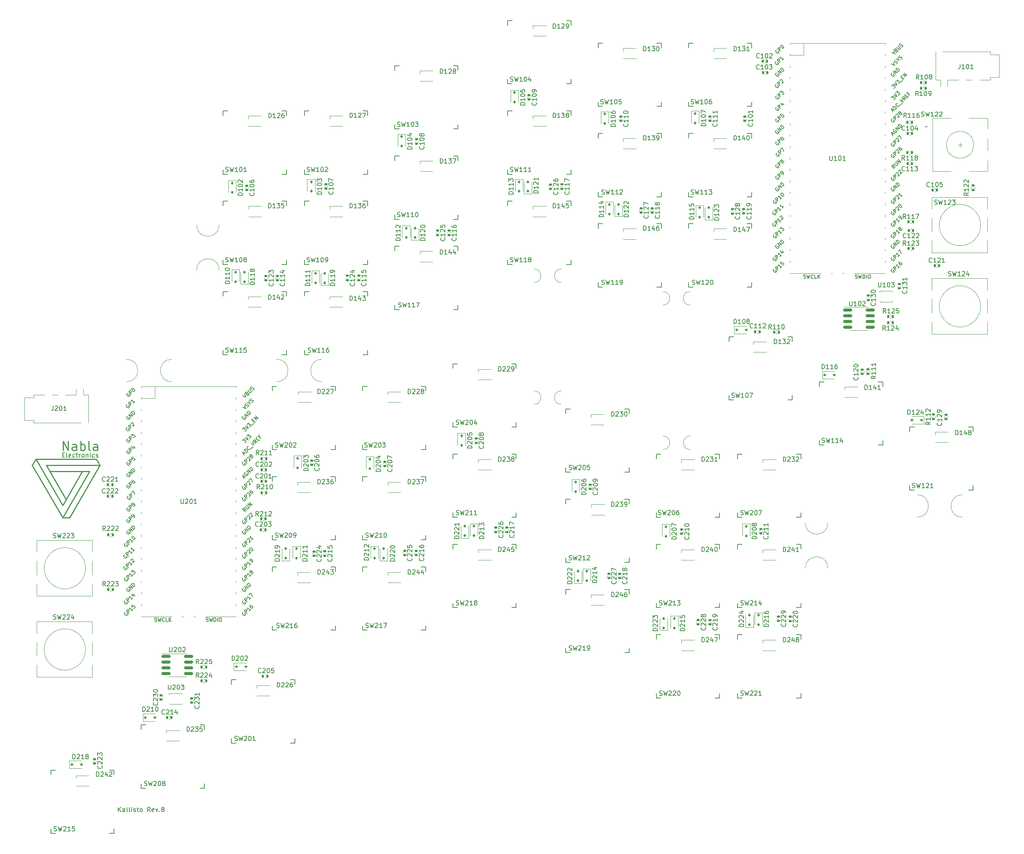
<source format=gbr>
%TF.GenerationSoftware,KiCad,Pcbnew,7.0.1*%
%TF.CreationDate,2023-05-03T23:08:28+02:00*%
%TF.ProjectId,Akula,416b756c-612e-46b6-9963-61645f706362,rev?*%
%TF.SameCoordinates,Original*%
%TF.FileFunction,Legend,Top*%
%TF.FilePolarity,Positive*%
%FSLAX46Y46*%
G04 Gerber Fmt 4.6, Leading zero omitted, Abs format (unit mm)*
G04 Created by KiCad (PCBNEW 7.0.1) date 2023-05-03 23:08:28*
%MOMM*%
%LPD*%
G01*
G04 APERTURE LIST*
G04 Aperture macros list*
%AMRoundRect*
0 Rectangle with rounded corners*
0 $1 Rounding radius*
0 $2 $3 $4 $5 $6 $7 $8 $9 X,Y pos of 4 corners*
0 Add a 4 corners polygon primitive as box body*
4,1,4,$2,$3,$4,$5,$6,$7,$8,$9,$2,$3,0*
0 Add four circle primitives for the rounded corners*
1,1,$1+$1,$2,$3*
1,1,$1+$1,$4,$5*
1,1,$1+$1,$6,$7*
1,1,$1+$1,$8,$9*
0 Add four rect primitives between the rounded corners*
20,1,$1+$1,$2,$3,$4,$5,0*
20,1,$1+$1,$4,$5,$6,$7,0*
20,1,$1+$1,$6,$7,$8,$9,0*
20,1,$1+$1,$8,$9,$2,$3,0*%
G04 Aperture macros list end*
%ADD10C,0.250000*%
%ADD11C,0.150000*%
%ADD12C,0.120000*%
%ADD13C,0.100000*%
%ADD14RoundRect,0.112500X0.112500X-0.187500X0.112500X0.187500X-0.112500X0.187500X-0.112500X-0.187500X0*%
%ADD15RoundRect,0.140000X-0.170000X0.140000X-0.170000X-0.140000X0.170000X-0.140000X0.170000X0.140000X0*%
%ADD16RoundRect,0.112500X-0.112500X0.187500X-0.112500X-0.187500X0.112500X-0.187500X0.112500X0.187500X0*%
%ADD17RoundRect,0.135000X-0.135000X-0.185000X0.135000X-0.185000X0.135000X0.185000X-0.135000X0.185000X0*%
%ADD18RoundRect,0.135000X0.185000X-0.135000X0.185000X0.135000X-0.185000X0.135000X-0.185000X-0.135000X0*%
%ADD19RoundRect,0.135000X0.135000X0.185000X-0.135000X0.185000X-0.135000X-0.185000X0.135000X-0.185000X0*%
%ADD20C,1.701800*%
%ADD21C,3.429000*%
%ADD22C,0.990600*%
%ADD23C,2.032000*%
%ADD24R,0.700000X0.700000*%
%ADD25C,0.500000*%
%ADD26RoundRect,0.112500X-0.187500X-0.112500X0.187500X-0.112500X0.187500X0.112500X-0.187500X0.112500X0*%
%ADD27O,3.048000X1.850000*%
%ADD28RoundRect,0.140000X0.140000X0.170000X-0.140000X0.170000X-0.140000X-0.170000X0.140000X-0.170000X0*%
%ADD29RoundRect,0.140000X-0.140000X-0.170000X0.140000X-0.170000X0.140000X0.170000X-0.140000X0.170000X0*%
%ADD30RoundRect,0.150000X-0.825000X-0.150000X0.825000X-0.150000X0.825000X0.150000X-0.825000X0.150000X0*%
%ADD31R,2.000000X2.000000*%
%ADD32C,2.000000*%
%ADD33C,3.200000*%
%ADD34O,1.800000X1.800000*%
%ADD35O,1.500000X1.500000*%
%ADD36O,1.700000X1.700000*%
%ADD37R,3.500000X1.700000*%
%ADD38R,1.700000X1.700000*%
%ADD39R,1.700000X3.500000*%
%ADD40R,0.750000X0.250000*%
%ADD41RoundRect,0.140000X0.170000X-0.140000X0.170000X0.140000X-0.170000X0.140000X-0.170000X-0.140000X0*%
%ADD42C,1.500000*%
%ADD43R,1.200000X2.500000*%
%ADD44RoundRect,0.112500X0.187500X0.112500X-0.187500X0.112500X-0.187500X-0.112500X0.187500X-0.112500X0*%
G04 APERTURE END LIST*
D10*
X62768694Y-134808046D02*
X71535132Y-134808046D01*
X65600000Y-145087902D02*
X71535132Y-134808046D01*
X65600000Y-142400000D02*
X69983353Y-134808046D01*
X73086915Y-132120144D02*
X73862937Y-133463963D01*
X61992935Y-133463963D02*
X73862937Y-133463963D01*
X66376023Y-141055917D02*
X61992935Y-133463963D01*
X65600000Y-142400000D02*
X59665131Y-132120144D01*
X67152045Y-145087902D02*
X73862937Y-133463963D01*
X58889109Y-133463963D02*
X59665131Y-132120144D01*
X65600000Y-145087902D02*
X67152045Y-145087902D01*
X59665131Y-132120144D02*
X73086915Y-132120144D01*
X65600000Y-145087902D02*
X58889109Y-133463963D01*
X65690476Y-130175238D02*
X65690476Y-128175238D01*
X65690476Y-128175238D02*
X66833333Y-130175238D01*
X66833333Y-130175238D02*
X66833333Y-128175238D01*
X68642857Y-130175238D02*
X68642857Y-129127619D01*
X68642857Y-129127619D02*
X68547619Y-128937142D01*
X68547619Y-128937142D02*
X68357143Y-128841904D01*
X68357143Y-128841904D02*
X67976190Y-128841904D01*
X67976190Y-128841904D02*
X67785714Y-128937142D01*
X68642857Y-130080000D02*
X68452381Y-130175238D01*
X68452381Y-130175238D02*
X67976190Y-130175238D01*
X67976190Y-130175238D02*
X67785714Y-130080000D01*
X67785714Y-130080000D02*
X67690476Y-129889523D01*
X67690476Y-129889523D02*
X67690476Y-129699047D01*
X67690476Y-129699047D02*
X67785714Y-129508571D01*
X67785714Y-129508571D02*
X67976190Y-129413333D01*
X67976190Y-129413333D02*
X68452381Y-129413333D01*
X68452381Y-129413333D02*
X68642857Y-129318095D01*
X69595238Y-130175238D02*
X69595238Y-128175238D01*
X69595238Y-128937142D02*
X69785714Y-128841904D01*
X69785714Y-128841904D02*
X70166667Y-128841904D01*
X70166667Y-128841904D02*
X70357143Y-128937142D01*
X70357143Y-128937142D02*
X70452381Y-129032380D01*
X70452381Y-129032380D02*
X70547619Y-129222857D01*
X70547619Y-129222857D02*
X70547619Y-129794285D01*
X70547619Y-129794285D02*
X70452381Y-129984761D01*
X70452381Y-129984761D02*
X70357143Y-130080000D01*
X70357143Y-130080000D02*
X70166667Y-130175238D01*
X70166667Y-130175238D02*
X69785714Y-130175238D01*
X69785714Y-130175238D02*
X69595238Y-130080000D01*
X71690476Y-130175238D02*
X71500000Y-130080000D01*
X71500000Y-130080000D02*
X71404762Y-129889523D01*
X71404762Y-129889523D02*
X71404762Y-128175238D01*
X73309524Y-130175238D02*
X73309524Y-129127619D01*
X73309524Y-129127619D02*
X73214286Y-128937142D01*
X73214286Y-128937142D02*
X73023810Y-128841904D01*
X73023810Y-128841904D02*
X72642857Y-128841904D01*
X72642857Y-128841904D02*
X72452381Y-128937142D01*
X73309524Y-130080000D02*
X73119048Y-130175238D01*
X73119048Y-130175238D02*
X72642857Y-130175238D01*
X72642857Y-130175238D02*
X72452381Y-130080000D01*
X72452381Y-130080000D02*
X72357143Y-129889523D01*
X72357143Y-129889523D02*
X72357143Y-129699047D01*
X72357143Y-129699047D02*
X72452381Y-129508571D01*
X72452381Y-129508571D02*
X72642857Y-129413333D01*
X72642857Y-129413333D02*
X73119048Y-129413333D01*
X73119048Y-129413333D02*
X73309524Y-129318095D01*
D11*
X77952380Y-210212619D02*
X77952380Y-209212619D01*
X78523808Y-210212619D02*
X78095237Y-209641190D01*
X78523808Y-209212619D02*
X77952380Y-209784047D01*
X79380951Y-210212619D02*
X79380951Y-209688809D01*
X79380951Y-209688809D02*
X79333332Y-209593571D01*
X79333332Y-209593571D02*
X79238094Y-209545952D01*
X79238094Y-209545952D02*
X79047618Y-209545952D01*
X79047618Y-209545952D02*
X78952380Y-209593571D01*
X79380951Y-210165000D02*
X79285713Y-210212619D01*
X79285713Y-210212619D02*
X79047618Y-210212619D01*
X79047618Y-210212619D02*
X78952380Y-210165000D01*
X78952380Y-210165000D02*
X78904761Y-210069761D01*
X78904761Y-210069761D02*
X78904761Y-209974523D01*
X78904761Y-209974523D02*
X78952380Y-209879285D01*
X78952380Y-209879285D02*
X79047618Y-209831666D01*
X79047618Y-209831666D02*
X79285713Y-209831666D01*
X79285713Y-209831666D02*
X79380951Y-209784047D01*
X79999999Y-210212619D02*
X79904761Y-210165000D01*
X79904761Y-210165000D02*
X79857142Y-210069761D01*
X79857142Y-210069761D02*
X79857142Y-209212619D01*
X80523809Y-210212619D02*
X80428571Y-210165000D01*
X80428571Y-210165000D02*
X80380952Y-210069761D01*
X80380952Y-210069761D02*
X80380952Y-209212619D01*
X80904762Y-210212619D02*
X80904762Y-209545952D01*
X80904762Y-209212619D02*
X80857143Y-209260238D01*
X80857143Y-209260238D02*
X80904762Y-209307857D01*
X80904762Y-209307857D02*
X80952381Y-209260238D01*
X80952381Y-209260238D02*
X80904762Y-209212619D01*
X80904762Y-209212619D02*
X80904762Y-209307857D01*
X81333333Y-210165000D02*
X81428571Y-210212619D01*
X81428571Y-210212619D02*
X81619047Y-210212619D01*
X81619047Y-210212619D02*
X81714285Y-210165000D01*
X81714285Y-210165000D02*
X81761904Y-210069761D01*
X81761904Y-210069761D02*
X81761904Y-210022142D01*
X81761904Y-210022142D02*
X81714285Y-209926904D01*
X81714285Y-209926904D02*
X81619047Y-209879285D01*
X81619047Y-209879285D02*
X81476190Y-209879285D01*
X81476190Y-209879285D02*
X81380952Y-209831666D01*
X81380952Y-209831666D02*
X81333333Y-209736428D01*
X81333333Y-209736428D02*
X81333333Y-209688809D01*
X81333333Y-209688809D02*
X81380952Y-209593571D01*
X81380952Y-209593571D02*
X81476190Y-209545952D01*
X81476190Y-209545952D02*
X81619047Y-209545952D01*
X81619047Y-209545952D02*
X81714285Y-209593571D01*
X82047619Y-209545952D02*
X82428571Y-209545952D01*
X82190476Y-209212619D02*
X82190476Y-210069761D01*
X82190476Y-210069761D02*
X82238095Y-210165000D01*
X82238095Y-210165000D02*
X82333333Y-210212619D01*
X82333333Y-210212619D02*
X82428571Y-210212619D01*
X82904762Y-210212619D02*
X82809524Y-210165000D01*
X82809524Y-210165000D02*
X82761905Y-210117380D01*
X82761905Y-210117380D02*
X82714286Y-210022142D01*
X82714286Y-210022142D02*
X82714286Y-209736428D01*
X82714286Y-209736428D02*
X82761905Y-209641190D01*
X82761905Y-209641190D02*
X82809524Y-209593571D01*
X82809524Y-209593571D02*
X82904762Y-209545952D01*
X82904762Y-209545952D02*
X83047619Y-209545952D01*
X83047619Y-209545952D02*
X83142857Y-209593571D01*
X83142857Y-209593571D02*
X83190476Y-209641190D01*
X83190476Y-209641190D02*
X83238095Y-209736428D01*
X83238095Y-209736428D02*
X83238095Y-210022142D01*
X83238095Y-210022142D02*
X83190476Y-210117380D01*
X83190476Y-210117380D02*
X83142857Y-210165000D01*
X83142857Y-210165000D02*
X83047619Y-210212619D01*
X83047619Y-210212619D02*
X82904762Y-210212619D01*
X85000000Y-210212619D02*
X84666667Y-209736428D01*
X84428572Y-210212619D02*
X84428572Y-209212619D01*
X84428572Y-209212619D02*
X84809524Y-209212619D01*
X84809524Y-209212619D02*
X84904762Y-209260238D01*
X84904762Y-209260238D02*
X84952381Y-209307857D01*
X84952381Y-209307857D02*
X85000000Y-209403095D01*
X85000000Y-209403095D02*
X85000000Y-209545952D01*
X85000000Y-209545952D02*
X84952381Y-209641190D01*
X84952381Y-209641190D02*
X84904762Y-209688809D01*
X84904762Y-209688809D02*
X84809524Y-209736428D01*
X84809524Y-209736428D02*
X84428572Y-209736428D01*
X85809524Y-210165000D02*
X85714286Y-210212619D01*
X85714286Y-210212619D02*
X85523810Y-210212619D01*
X85523810Y-210212619D02*
X85428572Y-210165000D01*
X85428572Y-210165000D02*
X85380953Y-210069761D01*
X85380953Y-210069761D02*
X85380953Y-209688809D01*
X85380953Y-209688809D02*
X85428572Y-209593571D01*
X85428572Y-209593571D02*
X85523810Y-209545952D01*
X85523810Y-209545952D02*
X85714286Y-209545952D01*
X85714286Y-209545952D02*
X85809524Y-209593571D01*
X85809524Y-209593571D02*
X85857143Y-209688809D01*
X85857143Y-209688809D02*
X85857143Y-209784047D01*
X85857143Y-209784047D02*
X85380953Y-209879285D01*
X86190477Y-209545952D02*
X86428572Y-210212619D01*
X86428572Y-210212619D02*
X86666667Y-209545952D01*
X87047620Y-210117380D02*
X87095239Y-210165000D01*
X87095239Y-210165000D02*
X87047620Y-210212619D01*
X87047620Y-210212619D02*
X87000001Y-210165000D01*
X87000001Y-210165000D02*
X87047620Y-210117380D01*
X87047620Y-210117380D02*
X87047620Y-210212619D01*
X87857143Y-209688809D02*
X88000000Y-209736428D01*
X88000000Y-209736428D02*
X88047619Y-209784047D01*
X88047619Y-209784047D02*
X88095238Y-209879285D01*
X88095238Y-209879285D02*
X88095238Y-210022142D01*
X88095238Y-210022142D02*
X88047619Y-210117380D01*
X88047619Y-210117380D02*
X88000000Y-210165000D01*
X88000000Y-210165000D02*
X87904762Y-210212619D01*
X87904762Y-210212619D02*
X87523810Y-210212619D01*
X87523810Y-210212619D02*
X87523810Y-209212619D01*
X87523810Y-209212619D02*
X87857143Y-209212619D01*
X87857143Y-209212619D02*
X87952381Y-209260238D01*
X87952381Y-209260238D02*
X88000000Y-209307857D01*
X88000000Y-209307857D02*
X88047619Y-209403095D01*
X88047619Y-209403095D02*
X88047619Y-209498333D01*
X88047619Y-209498333D02*
X88000000Y-209593571D01*
X88000000Y-209593571D02*
X87952381Y-209641190D01*
X87952381Y-209641190D02*
X87857143Y-209688809D01*
X87857143Y-209688809D02*
X87523810Y-209688809D01*
X65595237Y-131188809D02*
X65928570Y-131188809D01*
X66071427Y-131712619D02*
X65595237Y-131712619D01*
X65595237Y-131712619D02*
X65595237Y-130712619D01*
X65595237Y-130712619D02*
X66071427Y-130712619D01*
X66642856Y-131712619D02*
X66547618Y-131665000D01*
X66547618Y-131665000D02*
X66499999Y-131569761D01*
X66499999Y-131569761D02*
X66499999Y-130712619D01*
X67404761Y-131665000D02*
X67309523Y-131712619D01*
X67309523Y-131712619D02*
X67119047Y-131712619D01*
X67119047Y-131712619D02*
X67023809Y-131665000D01*
X67023809Y-131665000D02*
X66976190Y-131569761D01*
X66976190Y-131569761D02*
X66976190Y-131188809D01*
X66976190Y-131188809D02*
X67023809Y-131093571D01*
X67023809Y-131093571D02*
X67119047Y-131045952D01*
X67119047Y-131045952D02*
X67309523Y-131045952D01*
X67309523Y-131045952D02*
X67404761Y-131093571D01*
X67404761Y-131093571D02*
X67452380Y-131188809D01*
X67452380Y-131188809D02*
X67452380Y-131284047D01*
X67452380Y-131284047D02*
X66976190Y-131379285D01*
X68309523Y-131665000D02*
X68214285Y-131712619D01*
X68214285Y-131712619D02*
X68023809Y-131712619D01*
X68023809Y-131712619D02*
X67928571Y-131665000D01*
X67928571Y-131665000D02*
X67880952Y-131617380D01*
X67880952Y-131617380D02*
X67833333Y-131522142D01*
X67833333Y-131522142D02*
X67833333Y-131236428D01*
X67833333Y-131236428D02*
X67880952Y-131141190D01*
X67880952Y-131141190D02*
X67928571Y-131093571D01*
X67928571Y-131093571D02*
X68023809Y-131045952D01*
X68023809Y-131045952D02*
X68214285Y-131045952D01*
X68214285Y-131045952D02*
X68309523Y-131093571D01*
X68595238Y-131045952D02*
X68976190Y-131045952D01*
X68738095Y-130712619D02*
X68738095Y-131569761D01*
X68738095Y-131569761D02*
X68785714Y-131665000D01*
X68785714Y-131665000D02*
X68880952Y-131712619D01*
X68880952Y-131712619D02*
X68976190Y-131712619D01*
X69309524Y-131712619D02*
X69309524Y-131045952D01*
X69309524Y-131236428D02*
X69357143Y-131141190D01*
X69357143Y-131141190D02*
X69404762Y-131093571D01*
X69404762Y-131093571D02*
X69500000Y-131045952D01*
X69500000Y-131045952D02*
X69595238Y-131045952D01*
X70071429Y-131712619D02*
X69976191Y-131665000D01*
X69976191Y-131665000D02*
X69928572Y-131617380D01*
X69928572Y-131617380D02*
X69880953Y-131522142D01*
X69880953Y-131522142D02*
X69880953Y-131236428D01*
X69880953Y-131236428D02*
X69928572Y-131141190D01*
X69928572Y-131141190D02*
X69976191Y-131093571D01*
X69976191Y-131093571D02*
X70071429Y-131045952D01*
X70071429Y-131045952D02*
X70214286Y-131045952D01*
X70214286Y-131045952D02*
X70309524Y-131093571D01*
X70309524Y-131093571D02*
X70357143Y-131141190D01*
X70357143Y-131141190D02*
X70404762Y-131236428D01*
X70404762Y-131236428D02*
X70404762Y-131522142D01*
X70404762Y-131522142D02*
X70357143Y-131617380D01*
X70357143Y-131617380D02*
X70309524Y-131665000D01*
X70309524Y-131665000D02*
X70214286Y-131712619D01*
X70214286Y-131712619D02*
X70071429Y-131712619D01*
X70833334Y-131045952D02*
X70833334Y-131712619D01*
X70833334Y-131141190D02*
X70880953Y-131093571D01*
X70880953Y-131093571D02*
X70976191Y-131045952D01*
X70976191Y-131045952D02*
X71119048Y-131045952D01*
X71119048Y-131045952D02*
X71214286Y-131093571D01*
X71214286Y-131093571D02*
X71261905Y-131188809D01*
X71261905Y-131188809D02*
X71261905Y-131712619D01*
X71738096Y-131712619D02*
X71738096Y-131045952D01*
X71738096Y-130712619D02*
X71690477Y-130760238D01*
X71690477Y-130760238D02*
X71738096Y-130807857D01*
X71738096Y-130807857D02*
X71785715Y-130760238D01*
X71785715Y-130760238D02*
X71738096Y-130712619D01*
X71738096Y-130712619D02*
X71738096Y-130807857D01*
X72642857Y-131665000D02*
X72547619Y-131712619D01*
X72547619Y-131712619D02*
X72357143Y-131712619D01*
X72357143Y-131712619D02*
X72261905Y-131665000D01*
X72261905Y-131665000D02*
X72214286Y-131617380D01*
X72214286Y-131617380D02*
X72166667Y-131522142D01*
X72166667Y-131522142D02*
X72166667Y-131236428D01*
X72166667Y-131236428D02*
X72214286Y-131141190D01*
X72214286Y-131141190D02*
X72261905Y-131093571D01*
X72261905Y-131093571D02*
X72357143Y-131045952D01*
X72357143Y-131045952D02*
X72547619Y-131045952D01*
X72547619Y-131045952D02*
X72642857Y-131093571D01*
X73023810Y-131665000D02*
X73119048Y-131712619D01*
X73119048Y-131712619D02*
X73309524Y-131712619D01*
X73309524Y-131712619D02*
X73404762Y-131665000D01*
X73404762Y-131665000D02*
X73452381Y-131569761D01*
X73452381Y-131569761D02*
X73452381Y-131522142D01*
X73452381Y-131522142D02*
X73404762Y-131426904D01*
X73404762Y-131426904D02*
X73309524Y-131379285D01*
X73309524Y-131379285D02*
X73166667Y-131379285D01*
X73166667Y-131379285D02*
X73071429Y-131331666D01*
X73071429Y-131331666D02*
X73023810Y-131236428D01*
X73023810Y-131236428D02*
X73023810Y-131188809D01*
X73023810Y-131188809D02*
X73071429Y-131093571D01*
X73071429Y-131093571D02*
X73166667Y-131045952D01*
X73166667Y-131045952D02*
X73309524Y-131045952D01*
X73309524Y-131045952D02*
X73404762Y-131093571D01*
X113612619Y-154690475D02*
X112612619Y-154690475D01*
X112612619Y-154690475D02*
X112612619Y-154452380D01*
X112612619Y-154452380D02*
X112660238Y-154309523D01*
X112660238Y-154309523D02*
X112755476Y-154214285D01*
X112755476Y-154214285D02*
X112850714Y-154166666D01*
X112850714Y-154166666D02*
X113041190Y-154119047D01*
X113041190Y-154119047D02*
X113184047Y-154119047D01*
X113184047Y-154119047D02*
X113374523Y-154166666D01*
X113374523Y-154166666D02*
X113469761Y-154214285D01*
X113469761Y-154214285D02*
X113565000Y-154309523D01*
X113565000Y-154309523D02*
X113612619Y-154452380D01*
X113612619Y-154452380D02*
X113612619Y-154690475D01*
X112707857Y-153738094D02*
X112660238Y-153690475D01*
X112660238Y-153690475D02*
X112612619Y-153595237D01*
X112612619Y-153595237D02*
X112612619Y-153357142D01*
X112612619Y-153357142D02*
X112660238Y-153261904D01*
X112660238Y-153261904D02*
X112707857Y-153214285D01*
X112707857Y-153214285D02*
X112803095Y-153166666D01*
X112803095Y-153166666D02*
X112898333Y-153166666D01*
X112898333Y-153166666D02*
X113041190Y-153214285D01*
X113041190Y-153214285D02*
X113612619Y-153785713D01*
X113612619Y-153785713D02*
X113612619Y-153166666D01*
X113612619Y-152214285D02*
X113612619Y-152785713D01*
X113612619Y-152499999D02*
X112612619Y-152499999D01*
X112612619Y-152499999D02*
X112755476Y-152595237D01*
X112755476Y-152595237D02*
X112850714Y-152690475D01*
X112850714Y-152690475D02*
X112898333Y-152785713D01*
X113612619Y-151738094D02*
X113612619Y-151547618D01*
X113612619Y-151547618D02*
X113565000Y-151452380D01*
X113565000Y-151452380D02*
X113517380Y-151404761D01*
X113517380Y-151404761D02*
X113374523Y-151309523D01*
X113374523Y-151309523D02*
X113184047Y-151261904D01*
X113184047Y-151261904D02*
X112803095Y-151261904D01*
X112803095Y-151261904D02*
X112707857Y-151309523D01*
X112707857Y-151309523D02*
X112660238Y-151357142D01*
X112660238Y-151357142D02*
X112612619Y-151452380D01*
X112612619Y-151452380D02*
X112612619Y-151642856D01*
X112612619Y-151642856D02*
X112660238Y-151738094D01*
X112660238Y-151738094D02*
X112707857Y-151785713D01*
X112707857Y-151785713D02*
X112803095Y-151833332D01*
X112803095Y-151833332D02*
X113041190Y-151833332D01*
X113041190Y-151833332D02*
X113136428Y-151785713D01*
X113136428Y-151785713D02*
X113184047Y-151738094D01*
X113184047Y-151738094D02*
X113231666Y-151642856D01*
X113231666Y-151642856D02*
X113231666Y-151452380D01*
X113231666Y-151452380D02*
X113184047Y-151357142D01*
X113184047Y-151357142D02*
X113136428Y-151309523D01*
X113136428Y-151309523D02*
X113041190Y-151261904D01*
X122777380Y-154179047D02*
X122825000Y-154226666D01*
X122825000Y-154226666D02*
X122872619Y-154369523D01*
X122872619Y-154369523D02*
X122872619Y-154464761D01*
X122872619Y-154464761D02*
X122825000Y-154607618D01*
X122825000Y-154607618D02*
X122729761Y-154702856D01*
X122729761Y-154702856D02*
X122634523Y-154750475D01*
X122634523Y-154750475D02*
X122444047Y-154798094D01*
X122444047Y-154798094D02*
X122301190Y-154798094D01*
X122301190Y-154798094D02*
X122110714Y-154750475D01*
X122110714Y-154750475D02*
X122015476Y-154702856D01*
X122015476Y-154702856D02*
X121920238Y-154607618D01*
X121920238Y-154607618D02*
X121872619Y-154464761D01*
X121872619Y-154464761D02*
X121872619Y-154369523D01*
X121872619Y-154369523D02*
X121920238Y-154226666D01*
X121920238Y-154226666D02*
X121967857Y-154179047D01*
X121967857Y-153798094D02*
X121920238Y-153750475D01*
X121920238Y-153750475D02*
X121872619Y-153655237D01*
X121872619Y-153655237D02*
X121872619Y-153417142D01*
X121872619Y-153417142D02*
X121920238Y-153321904D01*
X121920238Y-153321904D02*
X121967857Y-153274285D01*
X121967857Y-153274285D02*
X122063095Y-153226666D01*
X122063095Y-153226666D02*
X122158333Y-153226666D01*
X122158333Y-153226666D02*
X122301190Y-153274285D01*
X122301190Y-153274285D02*
X122872619Y-153845713D01*
X122872619Y-153845713D02*
X122872619Y-153226666D01*
X121967857Y-152845713D02*
X121920238Y-152798094D01*
X121920238Y-152798094D02*
X121872619Y-152702856D01*
X121872619Y-152702856D02*
X121872619Y-152464761D01*
X121872619Y-152464761D02*
X121920238Y-152369523D01*
X121920238Y-152369523D02*
X121967857Y-152321904D01*
X121967857Y-152321904D02*
X122063095Y-152274285D01*
X122063095Y-152274285D02*
X122158333Y-152274285D01*
X122158333Y-152274285D02*
X122301190Y-152321904D01*
X122301190Y-152321904D02*
X122872619Y-152893332D01*
X122872619Y-152893332D02*
X122872619Y-152274285D01*
X122205952Y-151417142D02*
X122872619Y-151417142D01*
X121825000Y-151655237D02*
X122539285Y-151893332D01*
X122539285Y-151893332D02*
X122539285Y-151274285D01*
X135962619Y-134840475D02*
X134962619Y-134840475D01*
X134962619Y-134840475D02*
X134962619Y-134602380D01*
X134962619Y-134602380D02*
X135010238Y-134459523D01*
X135010238Y-134459523D02*
X135105476Y-134364285D01*
X135105476Y-134364285D02*
X135200714Y-134316666D01*
X135200714Y-134316666D02*
X135391190Y-134269047D01*
X135391190Y-134269047D02*
X135534047Y-134269047D01*
X135534047Y-134269047D02*
X135724523Y-134316666D01*
X135724523Y-134316666D02*
X135819761Y-134364285D01*
X135819761Y-134364285D02*
X135915000Y-134459523D01*
X135915000Y-134459523D02*
X135962619Y-134602380D01*
X135962619Y-134602380D02*
X135962619Y-134840475D01*
X135057857Y-133888094D02*
X135010238Y-133840475D01*
X135010238Y-133840475D02*
X134962619Y-133745237D01*
X134962619Y-133745237D02*
X134962619Y-133507142D01*
X134962619Y-133507142D02*
X135010238Y-133411904D01*
X135010238Y-133411904D02*
X135057857Y-133364285D01*
X135057857Y-133364285D02*
X135153095Y-133316666D01*
X135153095Y-133316666D02*
X135248333Y-133316666D01*
X135248333Y-133316666D02*
X135391190Y-133364285D01*
X135391190Y-133364285D02*
X135962619Y-133935713D01*
X135962619Y-133935713D02*
X135962619Y-133316666D01*
X134962619Y-132697618D02*
X134962619Y-132602380D01*
X134962619Y-132602380D02*
X135010238Y-132507142D01*
X135010238Y-132507142D02*
X135057857Y-132459523D01*
X135057857Y-132459523D02*
X135153095Y-132411904D01*
X135153095Y-132411904D02*
X135343571Y-132364285D01*
X135343571Y-132364285D02*
X135581666Y-132364285D01*
X135581666Y-132364285D02*
X135772142Y-132411904D01*
X135772142Y-132411904D02*
X135867380Y-132459523D01*
X135867380Y-132459523D02*
X135915000Y-132507142D01*
X135915000Y-132507142D02*
X135962619Y-132602380D01*
X135962619Y-132602380D02*
X135962619Y-132697618D01*
X135962619Y-132697618D02*
X135915000Y-132792856D01*
X135915000Y-132792856D02*
X135867380Y-132840475D01*
X135867380Y-132840475D02*
X135772142Y-132888094D01*
X135772142Y-132888094D02*
X135581666Y-132935713D01*
X135581666Y-132935713D02*
X135343571Y-132935713D01*
X135343571Y-132935713D02*
X135153095Y-132888094D01*
X135153095Y-132888094D02*
X135057857Y-132840475D01*
X135057857Y-132840475D02*
X135010238Y-132792856D01*
X135010238Y-132792856D02*
X134962619Y-132697618D01*
X135295952Y-131507142D02*
X135962619Y-131507142D01*
X134915000Y-131745237D02*
X135629285Y-131983332D01*
X135629285Y-131983332D02*
X135629285Y-131364285D01*
X252245952Y-78862619D02*
X251912619Y-78386428D01*
X251674524Y-78862619D02*
X251674524Y-77862619D01*
X251674524Y-77862619D02*
X252055476Y-77862619D01*
X252055476Y-77862619D02*
X252150714Y-77910238D01*
X252150714Y-77910238D02*
X252198333Y-77957857D01*
X252198333Y-77957857D02*
X252245952Y-78053095D01*
X252245952Y-78053095D02*
X252245952Y-78195952D01*
X252245952Y-78195952D02*
X252198333Y-78291190D01*
X252198333Y-78291190D02*
X252150714Y-78338809D01*
X252150714Y-78338809D02*
X252055476Y-78386428D01*
X252055476Y-78386428D02*
X251674524Y-78386428D01*
X253198333Y-78862619D02*
X252626905Y-78862619D01*
X252912619Y-78862619D02*
X252912619Y-77862619D01*
X252912619Y-77862619D02*
X252817381Y-78005476D01*
X252817381Y-78005476D02*
X252722143Y-78100714D01*
X252722143Y-78100714D02*
X252626905Y-78148333D01*
X254150714Y-78862619D02*
X253579286Y-78862619D01*
X253865000Y-78862619D02*
X253865000Y-77862619D01*
X253865000Y-77862619D02*
X253769762Y-78005476D01*
X253769762Y-78005476D02*
X253674524Y-78100714D01*
X253674524Y-78100714D02*
X253579286Y-78148333D01*
X254484048Y-77862619D02*
X255150714Y-77862619D01*
X255150714Y-77862619D02*
X254722143Y-78862619D01*
X217902380Y-78349047D02*
X217950000Y-78396666D01*
X217950000Y-78396666D02*
X217997619Y-78539523D01*
X217997619Y-78539523D02*
X217997619Y-78634761D01*
X217997619Y-78634761D02*
X217950000Y-78777618D01*
X217950000Y-78777618D02*
X217854761Y-78872856D01*
X217854761Y-78872856D02*
X217759523Y-78920475D01*
X217759523Y-78920475D02*
X217569047Y-78968094D01*
X217569047Y-78968094D02*
X217426190Y-78968094D01*
X217426190Y-78968094D02*
X217235714Y-78920475D01*
X217235714Y-78920475D02*
X217140476Y-78872856D01*
X217140476Y-78872856D02*
X217045238Y-78777618D01*
X217045238Y-78777618D02*
X216997619Y-78634761D01*
X216997619Y-78634761D02*
X216997619Y-78539523D01*
X216997619Y-78539523D02*
X217045238Y-78396666D01*
X217045238Y-78396666D02*
X217092857Y-78349047D01*
X217997619Y-77396666D02*
X217997619Y-77968094D01*
X217997619Y-77682380D02*
X216997619Y-77682380D01*
X216997619Y-77682380D02*
X217140476Y-77777618D01*
X217140476Y-77777618D02*
X217235714Y-77872856D01*
X217235714Y-77872856D02*
X217283333Y-77968094D01*
X217997619Y-76444285D02*
X217997619Y-77015713D01*
X217997619Y-76729999D02*
X216997619Y-76729999D01*
X216997619Y-76729999D02*
X217140476Y-76825237D01*
X217140476Y-76825237D02*
X217235714Y-76920475D01*
X217235714Y-76920475D02*
X217283333Y-77015713D01*
X217997619Y-75968094D02*
X217997619Y-75777618D01*
X217997619Y-75777618D02*
X217950000Y-75682380D01*
X217950000Y-75682380D02*
X217902380Y-75634761D01*
X217902380Y-75634761D02*
X217759523Y-75539523D01*
X217759523Y-75539523D02*
X217569047Y-75491904D01*
X217569047Y-75491904D02*
X217188095Y-75491904D01*
X217188095Y-75491904D02*
X217092857Y-75539523D01*
X217092857Y-75539523D02*
X217045238Y-75587142D01*
X217045238Y-75587142D02*
X216997619Y-75682380D01*
X216997619Y-75682380D02*
X216997619Y-75872856D01*
X216997619Y-75872856D02*
X217045238Y-75968094D01*
X217045238Y-75968094D02*
X217092857Y-76015713D01*
X217092857Y-76015713D02*
X217188095Y-76063332D01*
X217188095Y-76063332D02*
X217426190Y-76063332D01*
X217426190Y-76063332D02*
X217521428Y-76015713D01*
X217521428Y-76015713D02*
X217569047Y-75968094D01*
X217569047Y-75968094D02*
X217616666Y-75872856D01*
X217616666Y-75872856D02*
X217616666Y-75682380D01*
X217616666Y-75682380D02*
X217569047Y-75587142D01*
X217569047Y-75587142D02*
X217521428Y-75539523D01*
X217521428Y-75539523D02*
X217426190Y-75491904D01*
X245587619Y-113705406D02*
X245111428Y-114038739D01*
X245587619Y-114276834D02*
X244587619Y-114276834D01*
X244587619Y-114276834D02*
X244587619Y-113895882D01*
X244587619Y-113895882D02*
X244635238Y-113800644D01*
X244635238Y-113800644D02*
X244682857Y-113753025D01*
X244682857Y-113753025D02*
X244778095Y-113705406D01*
X244778095Y-113705406D02*
X244920952Y-113705406D01*
X244920952Y-113705406D02*
X245016190Y-113753025D01*
X245016190Y-113753025D02*
X245063809Y-113800644D01*
X245063809Y-113800644D02*
X245111428Y-113895882D01*
X245111428Y-113895882D02*
X245111428Y-114276834D01*
X245587619Y-112753025D02*
X245587619Y-113324453D01*
X245587619Y-113038739D02*
X244587619Y-113038739D01*
X244587619Y-113038739D02*
X244730476Y-113133977D01*
X244730476Y-113133977D02*
X244825714Y-113229215D01*
X244825714Y-113229215D02*
X244873333Y-113324453D01*
X245587619Y-111800644D02*
X245587619Y-112372072D01*
X245587619Y-112086358D02*
X244587619Y-112086358D01*
X244587619Y-112086358D02*
X244730476Y-112181596D01*
X244730476Y-112181596D02*
X244825714Y-112276834D01*
X244825714Y-112276834D02*
X244873333Y-112372072D01*
X245587619Y-110848263D02*
X245587619Y-111419691D01*
X245587619Y-111133977D02*
X244587619Y-111133977D01*
X244587619Y-111133977D02*
X244730476Y-111229215D01*
X244730476Y-111229215D02*
X244825714Y-111324453D01*
X244825714Y-111324453D02*
X244873333Y-111419691D01*
X145427380Y-154011211D02*
X145475000Y-154058830D01*
X145475000Y-154058830D02*
X145522619Y-154201687D01*
X145522619Y-154201687D02*
X145522619Y-154296925D01*
X145522619Y-154296925D02*
X145475000Y-154439782D01*
X145475000Y-154439782D02*
X145379761Y-154535020D01*
X145379761Y-154535020D02*
X145284523Y-154582639D01*
X145284523Y-154582639D02*
X145094047Y-154630258D01*
X145094047Y-154630258D02*
X144951190Y-154630258D01*
X144951190Y-154630258D02*
X144760714Y-154582639D01*
X144760714Y-154582639D02*
X144665476Y-154535020D01*
X144665476Y-154535020D02*
X144570238Y-154439782D01*
X144570238Y-154439782D02*
X144522619Y-154296925D01*
X144522619Y-154296925D02*
X144522619Y-154201687D01*
X144522619Y-154201687D02*
X144570238Y-154058830D01*
X144570238Y-154058830D02*
X144617857Y-154011211D01*
X144617857Y-153630258D02*
X144570238Y-153582639D01*
X144570238Y-153582639D02*
X144522619Y-153487401D01*
X144522619Y-153487401D02*
X144522619Y-153249306D01*
X144522619Y-153249306D02*
X144570238Y-153154068D01*
X144570238Y-153154068D02*
X144617857Y-153106449D01*
X144617857Y-153106449D02*
X144713095Y-153058830D01*
X144713095Y-153058830D02*
X144808333Y-153058830D01*
X144808333Y-153058830D02*
X144951190Y-153106449D01*
X144951190Y-153106449D02*
X145522619Y-153677877D01*
X145522619Y-153677877D02*
X145522619Y-153058830D01*
X145522619Y-152106449D02*
X145522619Y-152677877D01*
X145522619Y-152392163D02*
X144522619Y-152392163D01*
X144522619Y-152392163D02*
X144665476Y-152487401D01*
X144665476Y-152487401D02*
X144760714Y-152582639D01*
X144760714Y-152582639D02*
X144808333Y-152677877D01*
X144522619Y-151249306D02*
X144522619Y-151439782D01*
X144522619Y-151439782D02*
X144570238Y-151535020D01*
X144570238Y-151535020D02*
X144617857Y-151582639D01*
X144617857Y-151582639D02*
X144760714Y-151677877D01*
X144760714Y-151677877D02*
X144951190Y-151725496D01*
X144951190Y-151725496D02*
X145332142Y-151725496D01*
X145332142Y-151725496D02*
X145427380Y-151677877D01*
X145427380Y-151677877D02*
X145475000Y-151630258D01*
X145475000Y-151630258D02*
X145522619Y-151535020D01*
X145522619Y-151535020D02*
X145522619Y-151344544D01*
X145522619Y-151344544D02*
X145475000Y-151249306D01*
X145475000Y-151249306D02*
X145427380Y-151201687D01*
X145427380Y-151201687D02*
X145332142Y-151154068D01*
X145332142Y-151154068D02*
X145094047Y-151154068D01*
X145094047Y-151154068D02*
X144998809Y-151201687D01*
X144998809Y-151201687D02*
X144951190Y-151249306D01*
X144951190Y-151249306D02*
X144903571Y-151344544D01*
X144903571Y-151344544D02*
X144903571Y-151535020D01*
X144903571Y-151535020D02*
X144951190Y-151630258D01*
X144951190Y-151630258D02*
X144998809Y-151677877D01*
X144998809Y-151677877D02*
X145094047Y-151725496D01*
X109230952Y-138712619D02*
X108897619Y-138236428D01*
X108659524Y-138712619D02*
X108659524Y-137712619D01*
X108659524Y-137712619D02*
X109040476Y-137712619D01*
X109040476Y-137712619D02*
X109135714Y-137760238D01*
X109135714Y-137760238D02*
X109183333Y-137807857D01*
X109183333Y-137807857D02*
X109230952Y-137903095D01*
X109230952Y-137903095D02*
X109230952Y-138045952D01*
X109230952Y-138045952D02*
X109183333Y-138141190D01*
X109183333Y-138141190D02*
X109135714Y-138188809D01*
X109135714Y-138188809D02*
X109040476Y-138236428D01*
X109040476Y-138236428D02*
X108659524Y-138236428D01*
X109611905Y-137807857D02*
X109659524Y-137760238D01*
X109659524Y-137760238D02*
X109754762Y-137712619D01*
X109754762Y-137712619D02*
X109992857Y-137712619D01*
X109992857Y-137712619D02*
X110088095Y-137760238D01*
X110088095Y-137760238D02*
X110135714Y-137807857D01*
X110135714Y-137807857D02*
X110183333Y-137903095D01*
X110183333Y-137903095D02*
X110183333Y-137998333D01*
X110183333Y-137998333D02*
X110135714Y-138141190D01*
X110135714Y-138141190D02*
X109564286Y-138712619D01*
X109564286Y-138712619D02*
X110183333Y-138712619D01*
X111135714Y-138712619D02*
X110564286Y-138712619D01*
X110850000Y-138712619D02*
X110850000Y-137712619D01*
X110850000Y-137712619D02*
X110754762Y-137855476D01*
X110754762Y-137855476D02*
X110659524Y-137950714D01*
X110659524Y-137950714D02*
X110564286Y-137998333D01*
X111754762Y-137712619D02*
X111850000Y-137712619D01*
X111850000Y-137712619D02*
X111945238Y-137760238D01*
X111945238Y-137760238D02*
X111992857Y-137807857D01*
X111992857Y-137807857D02*
X112040476Y-137903095D01*
X112040476Y-137903095D02*
X112088095Y-138093571D01*
X112088095Y-138093571D02*
X112088095Y-138331666D01*
X112088095Y-138331666D02*
X112040476Y-138522142D01*
X112040476Y-138522142D02*
X111992857Y-138617380D01*
X111992857Y-138617380D02*
X111945238Y-138665000D01*
X111945238Y-138665000D02*
X111850000Y-138712619D01*
X111850000Y-138712619D02*
X111754762Y-138712619D01*
X111754762Y-138712619D02*
X111659524Y-138665000D01*
X111659524Y-138665000D02*
X111611905Y-138617380D01*
X111611905Y-138617380D02*
X111564286Y-138522142D01*
X111564286Y-138522142D02*
X111516667Y-138331666D01*
X111516667Y-138331666D02*
X111516667Y-138093571D01*
X111516667Y-138093571D02*
X111564286Y-137903095D01*
X111564286Y-137903095D02*
X111611905Y-137807857D01*
X111611905Y-137807857D02*
X111659524Y-137760238D01*
X111659524Y-137760238D02*
X111754762Y-137712619D01*
X221862619Y-169215475D02*
X220862619Y-169215475D01*
X220862619Y-169215475D02*
X220862619Y-168977380D01*
X220862619Y-168977380D02*
X220910238Y-168834523D01*
X220910238Y-168834523D02*
X221005476Y-168739285D01*
X221005476Y-168739285D02*
X221100714Y-168691666D01*
X221100714Y-168691666D02*
X221291190Y-168644047D01*
X221291190Y-168644047D02*
X221434047Y-168644047D01*
X221434047Y-168644047D02*
X221624523Y-168691666D01*
X221624523Y-168691666D02*
X221719761Y-168739285D01*
X221719761Y-168739285D02*
X221815000Y-168834523D01*
X221815000Y-168834523D02*
X221862619Y-168977380D01*
X221862619Y-168977380D02*
X221862619Y-169215475D01*
X220957857Y-168263094D02*
X220910238Y-168215475D01*
X220910238Y-168215475D02*
X220862619Y-168120237D01*
X220862619Y-168120237D02*
X220862619Y-167882142D01*
X220862619Y-167882142D02*
X220910238Y-167786904D01*
X220910238Y-167786904D02*
X220957857Y-167739285D01*
X220957857Y-167739285D02*
X221053095Y-167691666D01*
X221053095Y-167691666D02*
X221148333Y-167691666D01*
X221148333Y-167691666D02*
X221291190Y-167739285D01*
X221291190Y-167739285D02*
X221862619Y-168310713D01*
X221862619Y-168310713D02*
X221862619Y-167691666D01*
X221862619Y-166739285D02*
X221862619Y-167310713D01*
X221862619Y-167024999D02*
X220862619Y-167024999D01*
X220862619Y-167024999D02*
X221005476Y-167120237D01*
X221005476Y-167120237D02*
X221100714Y-167215475D01*
X221100714Y-167215475D02*
X221148333Y-167310713D01*
X220862619Y-165882142D02*
X220862619Y-166072618D01*
X220862619Y-166072618D02*
X220910238Y-166167856D01*
X220910238Y-166167856D02*
X220957857Y-166215475D01*
X220957857Y-166215475D02*
X221100714Y-166310713D01*
X221100714Y-166310713D02*
X221291190Y-166358332D01*
X221291190Y-166358332D02*
X221672142Y-166358332D01*
X221672142Y-166358332D02*
X221767380Y-166310713D01*
X221767380Y-166310713D02*
X221815000Y-166263094D01*
X221815000Y-166263094D02*
X221862619Y-166167856D01*
X221862619Y-166167856D02*
X221862619Y-165977380D01*
X221862619Y-165977380D02*
X221815000Y-165882142D01*
X221815000Y-165882142D02*
X221767380Y-165834523D01*
X221767380Y-165834523D02*
X221672142Y-165786904D01*
X221672142Y-165786904D02*
X221434047Y-165786904D01*
X221434047Y-165786904D02*
X221338809Y-165834523D01*
X221338809Y-165834523D02*
X221291190Y-165882142D01*
X221291190Y-165882142D02*
X221243571Y-165977380D01*
X221243571Y-165977380D02*
X221243571Y-166167856D01*
X221243571Y-166167856D02*
X221291190Y-166263094D01*
X221291190Y-166263094D02*
X221338809Y-166310713D01*
X221338809Y-166310713D02*
X221434047Y-166358332D01*
X83714286Y-204415000D02*
X83857143Y-204462619D01*
X83857143Y-204462619D02*
X84095238Y-204462619D01*
X84095238Y-204462619D02*
X84190476Y-204415000D01*
X84190476Y-204415000D02*
X84238095Y-204367380D01*
X84238095Y-204367380D02*
X84285714Y-204272142D01*
X84285714Y-204272142D02*
X84285714Y-204176904D01*
X84285714Y-204176904D02*
X84238095Y-204081666D01*
X84238095Y-204081666D02*
X84190476Y-204034047D01*
X84190476Y-204034047D02*
X84095238Y-203986428D01*
X84095238Y-203986428D02*
X83904762Y-203938809D01*
X83904762Y-203938809D02*
X83809524Y-203891190D01*
X83809524Y-203891190D02*
X83761905Y-203843571D01*
X83761905Y-203843571D02*
X83714286Y-203748333D01*
X83714286Y-203748333D02*
X83714286Y-203653095D01*
X83714286Y-203653095D02*
X83761905Y-203557857D01*
X83761905Y-203557857D02*
X83809524Y-203510238D01*
X83809524Y-203510238D02*
X83904762Y-203462619D01*
X83904762Y-203462619D02*
X84142857Y-203462619D01*
X84142857Y-203462619D02*
X84285714Y-203510238D01*
X84619048Y-203462619D02*
X84857143Y-204462619D01*
X84857143Y-204462619D02*
X85047619Y-203748333D01*
X85047619Y-203748333D02*
X85238095Y-204462619D01*
X85238095Y-204462619D02*
X85476191Y-203462619D01*
X85809524Y-203557857D02*
X85857143Y-203510238D01*
X85857143Y-203510238D02*
X85952381Y-203462619D01*
X85952381Y-203462619D02*
X86190476Y-203462619D01*
X86190476Y-203462619D02*
X86285714Y-203510238D01*
X86285714Y-203510238D02*
X86333333Y-203557857D01*
X86333333Y-203557857D02*
X86380952Y-203653095D01*
X86380952Y-203653095D02*
X86380952Y-203748333D01*
X86380952Y-203748333D02*
X86333333Y-203891190D01*
X86333333Y-203891190D02*
X85761905Y-204462619D01*
X85761905Y-204462619D02*
X86380952Y-204462619D01*
X87000000Y-203462619D02*
X87095238Y-203462619D01*
X87095238Y-203462619D02*
X87190476Y-203510238D01*
X87190476Y-203510238D02*
X87238095Y-203557857D01*
X87238095Y-203557857D02*
X87285714Y-203653095D01*
X87285714Y-203653095D02*
X87333333Y-203843571D01*
X87333333Y-203843571D02*
X87333333Y-204081666D01*
X87333333Y-204081666D02*
X87285714Y-204272142D01*
X87285714Y-204272142D02*
X87238095Y-204367380D01*
X87238095Y-204367380D02*
X87190476Y-204415000D01*
X87190476Y-204415000D02*
X87095238Y-204462619D01*
X87095238Y-204462619D02*
X87000000Y-204462619D01*
X87000000Y-204462619D02*
X86904762Y-204415000D01*
X86904762Y-204415000D02*
X86857143Y-204367380D01*
X86857143Y-204367380D02*
X86809524Y-204272142D01*
X86809524Y-204272142D02*
X86761905Y-204081666D01*
X86761905Y-204081666D02*
X86761905Y-203843571D01*
X86761905Y-203843571D02*
X86809524Y-203653095D01*
X86809524Y-203653095D02*
X86857143Y-203557857D01*
X86857143Y-203557857D02*
X86904762Y-203510238D01*
X86904762Y-203510238D02*
X87000000Y-203462619D01*
X87904762Y-203891190D02*
X87809524Y-203843571D01*
X87809524Y-203843571D02*
X87761905Y-203795952D01*
X87761905Y-203795952D02*
X87714286Y-203700714D01*
X87714286Y-203700714D02*
X87714286Y-203653095D01*
X87714286Y-203653095D02*
X87761905Y-203557857D01*
X87761905Y-203557857D02*
X87809524Y-203510238D01*
X87809524Y-203510238D02*
X87904762Y-203462619D01*
X87904762Y-203462619D02*
X88095238Y-203462619D01*
X88095238Y-203462619D02*
X88190476Y-203510238D01*
X88190476Y-203510238D02*
X88238095Y-203557857D01*
X88238095Y-203557857D02*
X88285714Y-203653095D01*
X88285714Y-203653095D02*
X88285714Y-203700714D01*
X88285714Y-203700714D02*
X88238095Y-203795952D01*
X88238095Y-203795952D02*
X88190476Y-203843571D01*
X88190476Y-203843571D02*
X88095238Y-203891190D01*
X88095238Y-203891190D02*
X87904762Y-203891190D01*
X87904762Y-203891190D02*
X87809524Y-203938809D01*
X87809524Y-203938809D02*
X87761905Y-203986428D01*
X87761905Y-203986428D02*
X87714286Y-204081666D01*
X87714286Y-204081666D02*
X87714286Y-204272142D01*
X87714286Y-204272142D02*
X87761905Y-204367380D01*
X87761905Y-204367380D02*
X87809524Y-204415000D01*
X87809524Y-204415000D02*
X87904762Y-204462619D01*
X87904762Y-204462619D02*
X88095238Y-204462619D01*
X88095238Y-204462619D02*
X88190476Y-204415000D01*
X88190476Y-204415000D02*
X88238095Y-204367380D01*
X88238095Y-204367380D02*
X88285714Y-204272142D01*
X88285714Y-204272142D02*
X88285714Y-204081666D01*
X88285714Y-204081666D02*
X88238095Y-203986428D01*
X88238095Y-203986428D02*
X88190476Y-203938809D01*
X88190476Y-203938809D02*
X88095238Y-203891190D01*
X111184524Y-76462619D02*
X111184524Y-75462619D01*
X111184524Y-75462619D02*
X111422619Y-75462619D01*
X111422619Y-75462619D02*
X111565476Y-75510238D01*
X111565476Y-75510238D02*
X111660714Y-75605476D01*
X111660714Y-75605476D02*
X111708333Y-75700714D01*
X111708333Y-75700714D02*
X111755952Y-75891190D01*
X111755952Y-75891190D02*
X111755952Y-76034047D01*
X111755952Y-76034047D02*
X111708333Y-76224523D01*
X111708333Y-76224523D02*
X111660714Y-76319761D01*
X111660714Y-76319761D02*
X111565476Y-76415000D01*
X111565476Y-76415000D02*
X111422619Y-76462619D01*
X111422619Y-76462619D02*
X111184524Y-76462619D01*
X112708333Y-76462619D02*
X112136905Y-76462619D01*
X112422619Y-76462619D02*
X112422619Y-75462619D01*
X112422619Y-75462619D02*
X112327381Y-75605476D01*
X112327381Y-75605476D02*
X112232143Y-75700714D01*
X112232143Y-75700714D02*
X112136905Y-75748333D01*
X113041667Y-75462619D02*
X113660714Y-75462619D01*
X113660714Y-75462619D02*
X113327381Y-75843571D01*
X113327381Y-75843571D02*
X113470238Y-75843571D01*
X113470238Y-75843571D02*
X113565476Y-75891190D01*
X113565476Y-75891190D02*
X113613095Y-75938809D01*
X113613095Y-75938809D02*
X113660714Y-76034047D01*
X113660714Y-76034047D02*
X113660714Y-76272142D01*
X113660714Y-76272142D02*
X113613095Y-76367380D01*
X113613095Y-76367380D02*
X113565476Y-76415000D01*
X113565476Y-76415000D02*
X113470238Y-76462619D01*
X113470238Y-76462619D02*
X113184524Y-76462619D01*
X113184524Y-76462619D02*
X113089286Y-76415000D01*
X113089286Y-76415000D02*
X113041667Y-76367380D01*
X114565476Y-75462619D02*
X114089286Y-75462619D01*
X114089286Y-75462619D02*
X114041667Y-75938809D01*
X114041667Y-75938809D02*
X114089286Y-75891190D01*
X114089286Y-75891190D02*
X114184524Y-75843571D01*
X114184524Y-75843571D02*
X114422619Y-75843571D01*
X114422619Y-75843571D02*
X114517857Y-75891190D01*
X114517857Y-75891190D02*
X114565476Y-75938809D01*
X114565476Y-75938809D02*
X114613095Y-76034047D01*
X114613095Y-76034047D02*
X114613095Y-76272142D01*
X114613095Y-76272142D02*
X114565476Y-76367380D01*
X114565476Y-76367380D02*
X114517857Y-76415000D01*
X114517857Y-76415000D02*
X114422619Y-76462619D01*
X114422619Y-76462619D02*
X114184524Y-76462619D01*
X114184524Y-76462619D02*
X114089286Y-76415000D01*
X114089286Y-76415000D02*
X114041667Y-76367380D01*
X119962619Y-134690475D02*
X118962619Y-134690475D01*
X118962619Y-134690475D02*
X118962619Y-134452380D01*
X118962619Y-134452380D02*
X119010238Y-134309523D01*
X119010238Y-134309523D02*
X119105476Y-134214285D01*
X119105476Y-134214285D02*
X119200714Y-134166666D01*
X119200714Y-134166666D02*
X119391190Y-134119047D01*
X119391190Y-134119047D02*
X119534047Y-134119047D01*
X119534047Y-134119047D02*
X119724523Y-134166666D01*
X119724523Y-134166666D02*
X119819761Y-134214285D01*
X119819761Y-134214285D02*
X119915000Y-134309523D01*
X119915000Y-134309523D02*
X119962619Y-134452380D01*
X119962619Y-134452380D02*
X119962619Y-134690475D01*
X119057857Y-133738094D02*
X119010238Y-133690475D01*
X119010238Y-133690475D02*
X118962619Y-133595237D01*
X118962619Y-133595237D02*
X118962619Y-133357142D01*
X118962619Y-133357142D02*
X119010238Y-133261904D01*
X119010238Y-133261904D02*
X119057857Y-133214285D01*
X119057857Y-133214285D02*
X119153095Y-133166666D01*
X119153095Y-133166666D02*
X119248333Y-133166666D01*
X119248333Y-133166666D02*
X119391190Y-133214285D01*
X119391190Y-133214285D02*
X119962619Y-133785713D01*
X119962619Y-133785713D02*
X119962619Y-133166666D01*
X118962619Y-132547618D02*
X118962619Y-132452380D01*
X118962619Y-132452380D02*
X119010238Y-132357142D01*
X119010238Y-132357142D02*
X119057857Y-132309523D01*
X119057857Y-132309523D02*
X119153095Y-132261904D01*
X119153095Y-132261904D02*
X119343571Y-132214285D01*
X119343571Y-132214285D02*
X119581666Y-132214285D01*
X119581666Y-132214285D02*
X119772142Y-132261904D01*
X119772142Y-132261904D02*
X119867380Y-132309523D01*
X119867380Y-132309523D02*
X119915000Y-132357142D01*
X119915000Y-132357142D02*
X119962619Y-132452380D01*
X119962619Y-132452380D02*
X119962619Y-132547618D01*
X119962619Y-132547618D02*
X119915000Y-132642856D01*
X119915000Y-132642856D02*
X119867380Y-132690475D01*
X119867380Y-132690475D02*
X119772142Y-132738094D01*
X119772142Y-132738094D02*
X119581666Y-132785713D01*
X119581666Y-132785713D02*
X119343571Y-132785713D01*
X119343571Y-132785713D02*
X119153095Y-132738094D01*
X119153095Y-132738094D02*
X119057857Y-132690475D01*
X119057857Y-132690475D02*
X119010238Y-132642856D01*
X119010238Y-132642856D02*
X118962619Y-132547618D01*
X118962619Y-131880951D02*
X118962619Y-131261904D01*
X118962619Y-131261904D02*
X119343571Y-131595237D01*
X119343571Y-131595237D02*
X119343571Y-131452380D01*
X119343571Y-131452380D02*
X119391190Y-131357142D01*
X119391190Y-131357142D02*
X119438809Y-131309523D01*
X119438809Y-131309523D02*
X119534047Y-131261904D01*
X119534047Y-131261904D02*
X119772142Y-131261904D01*
X119772142Y-131261904D02*
X119867380Y-131309523D01*
X119867380Y-131309523D02*
X119915000Y-131357142D01*
X119915000Y-131357142D02*
X119962619Y-131452380D01*
X119962619Y-131452380D02*
X119962619Y-131738094D01*
X119962619Y-131738094D02*
X119915000Y-131833332D01*
X119915000Y-131833332D02*
X119867380Y-131880951D01*
X225109524Y-132612619D02*
X225109524Y-131612619D01*
X225109524Y-131612619D02*
X225347619Y-131612619D01*
X225347619Y-131612619D02*
X225490476Y-131660238D01*
X225490476Y-131660238D02*
X225585714Y-131755476D01*
X225585714Y-131755476D02*
X225633333Y-131850714D01*
X225633333Y-131850714D02*
X225680952Y-132041190D01*
X225680952Y-132041190D02*
X225680952Y-132184047D01*
X225680952Y-132184047D02*
X225633333Y-132374523D01*
X225633333Y-132374523D02*
X225585714Y-132469761D01*
X225585714Y-132469761D02*
X225490476Y-132565000D01*
X225490476Y-132565000D02*
X225347619Y-132612619D01*
X225347619Y-132612619D02*
X225109524Y-132612619D01*
X226061905Y-131707857D02*
X226109524Y-131660238D01*
X226109524Y-131660238D02*
X226204762Y-131612619D01*
X226204762Y-131612619D02*
X226442857Y-131612619D01*
X226442857Y-131612619D02*
X226538095Y-131660238D01*
X226538095Y-131660238D02*
X226585714Y-131707857D01*
X226585714Y-131707857D02*
X226633333Y-131803095D01*
X226633333Y-131803095D02*
X226633333Y-131898333D01*
X226633333Y-131898333D02*
X226585714Y-132041190D01*
X226585714Y-132041190D02*
X226014286Y-132612619D01*
X226014286Y-132612619D02*
X226633333Y-132612619D01*
X226966667Y-131612619D02*
X227585714Y-131612619D01*
X227585714Y-131612619D02*
X227252381Y-131993571D01*
X227252381Y-131993571D02*
X227395238Y-131993571D01*
X227395238Y-131993571D02*
X227490476Y-132041190D01*
X227490476Y-132041190D02*
X227538095Y-132088809D01*
X227538095Y-132088809D02*
X227585714Y-132184047D01*
X227585714Y-132184047D02*
X227585714Y-132422142D01*
X227585714Y-132422142D02*
X227538095Y-132517380D01*
X227538095Y-132517380D02*
X227490476Y-132565000D01*
X227490476Y-132565000D02*
X227395238Y-132612619D01*
X227395238Y-132612619D02*
X227109524Y-132612619D01*
X227109524Y-132612619D02*
X227014286Y-132565000D01*
X227014286Y-132565000D02*
X226966667Y-132517380D01*
X227966667Y-131707857D02*
X228014286Y-131660238D01*
X228014286Y-131660238D02*
X228109524Y-131612619D01*
X228109524Y-131612619D02*
X228347619Y-131612619D01*
X228347619Y-131612619D02*
X228442857Y-131660238D01*
X228442857Y-131660238D02*
X228490476Y-131707857D01*
X228490476Y-131707857D02*
X228538095Y-131803095D01*
X228538095Y-131803095D02*
X228538095Y-131898333D01*
X228538095Y-131898333D02*
X228490476Y-132041190D01*
X228490476Y-132041190D02*
X227919048Y-132612619D01*
X227919048Y-132612619D02*
X228538095Y-132612619D01*
X164714286Y-88415000D02*
X164857143Y-88462619D01*
X164857143Y-88462619D02*
X165095238Y-88462619D01*
X165095238Y-88462619D02*
X165190476Y-88415000D01*
X165190476Y-88415000D02*
X165238095Y-88367380D01*
X165238095Y-88367380D02*
X165285714Y-88272142D01*
X165285714Y-88272142D02*
X165285714Y-88176904D01*
X165285714Y-88176904D02*
X165238095Y-88081666D01*
X165238095Y-88081666D02*
X165190476Y-88034047D01*
X165190476Y-88034047D02*
X165095238Y-87986428D01*
X165095238Y-87986428D02*
X164904762Y-87938809D01*
X164904762Y-87938809D02*
X164809524Y-87891190D01*
X164809524Y-87891190D02*
X164761905Y-87843571D01*
X164761905Y-87843571D02*
X164714286Y-87748333D01*
X164714286Y-87748333D02*
X164714286Y-87653095D01*
X164714286Y-87653095D02*
X164761905Y-87557857D01*
X164761905Y-87557857D02*
X164809524Y-87510238D01*
X164809524Y-87510238D02*
X164904762Y-87462619D01*
X164904762Y-87462619D02*
X165142857Y-87462619D01*
X165142857Y-87462619D02*
X165285714Y-87510238D01*
X165619048Y-87462619D02*
X165857143Y-88462619D01*
X165857143Y-88462619D02*
X166047619Y-87748333D01*
X166047619Y-87748333D02*
X166238095Y-88462619D01*
X166238095Y-88462619D02*
X166476191Y-87462619D01*
X167380952Y-88462619D02*
X166809524Y-88462619D01*
X167095238Y-88462619D02*
X167095238Y-87462619D01*
X167095238Y-87462619D02*
X167000000Y-87605476D01*
X167000000Y-87605476D02*
X166904762Y-87700714D01*
X166904762Y-87700714D02*
X166809524Y-87748333D01*
X168333333Y-88462619D02*
X167761905Y-88462619D01*
X168047619Y-88462619D02*
X168047619Y-87462619D01*
X168047619Y-87462619D02*
X167952381Y-87605476D01*
X167952381Y-87605476D02*
X167857143Y-87700714D01*
X167857143Y-87700714D02*
X167761905Y-87748333D01*
X168904762Y-87891190D02*
X168809524Y-87843571D01*
X168809524Y-87843571D02*
X168761905Y-87795952D01*
X168761905Y-87795952D02*
X168714286Y-87700714D01*
X168714286Y-87700714D02*
X168714286Y-87653095D01*
X168714286Y-87653095D02*
X168761905Y-87557857D01*
X168761905Y-87557857D02*
X168809524Y-87510238D01*
X168809524Y-87510238D02*
X168904762Y-87462619D01*
X168904762Y-87462619D02*
X169095238Y-87462619D01*
X169095238Y-87462619D02*
X169190476Y-87510238D01*
X169190476Y-87510238D02*
X169238095Y-87557857D01*
X169238095Y-87557857D02*
X169285714Y-87653095D01*
X169285714Y-87653095D02*
X169285714Y-87700714D01*
X169285714Y-87700714D02*
X169238095Y-87795952D01*
X169238095Y-87795952D02*
X169190476Y-87843571D01*
X169190476Y-87843571D02*
X169095238Y-87891190D01*
X169095238Y-87891190D02*
X168904762Y-87891190D01*
X168904762Y-87891190D02*
X168809524Y-87938809D01*
X168809524Y-87938809D02*
X168761905Y-87986428D01*
X168761905Y-87986428D02*
X168714286Y-88081666D01*
X168714286Y-88081666D02*
X168714286Y-88272142D01*
X168714286Y-88272142D02*
X168761905Y-88367380D01*
X168761905Y-88367380D02*
X168809524Y-88415000D01*
X168809524Y-88415000D02*
X168904762Y-88462619D01*
X168904762Y-88462619D02*
X169095238Y-88462619D01*
X169095238Y-88462619D02*
X169190476Y-88415000D01*
X169190476Y-88415000D02*
X169238095Y-88367380D01*
X169238095Y-88367380D02*
X169285714Y-88272142D01*
X169285714Y-88272142D02*
X169285714Y-88081666D01*
X169285714Y-88081666D02*
X169238095Y-87986428D01*
X169238095Y-87986428D02*
X169190476Y-87938809D01*
X169190476Y-87938809D02*
X169095238Y-87891190D01*
X101714286Y-68415000D02*
X101857143Y-68462619D01*
X101857143Y-68462619D02*
X102095238Y-68462619D01*
X102095238Y-68462619D02*
X102190476Y-68415000D01*
X102190476Y-68415000D02*
X102238095Y-68367380D01*
X102238095Y-68367380D02*
X102285714Y-68272142D01*
X102285714Y-68272142D02*
X102285714Y-68176904D01*
X102285714Y-68176904D02*
X102238095Y-68081666D01*
X102238095Y-68081666D02*
X102190476Y-68034047D01*
X102190476Y-68034047D02*
X102095238Y-67986428D01*
X102095238Y-67986428D02*
X101904762Y-67938809D01*
X101904762Y-67938809D02*
X101809524Y-67891190D01*
X101809524Y-67891190D02*
X101761905Y-67843571D01*
X101761905Y-67843571D02*
X101714286Y-67748333D01*
X101714286Y-67748333D02*
X101714286Y-67653095D01*
X101714286Y-67653095D02*
X101761905Y-67557857D01*
X101761905Y-67557857D02*
X101809524Y-67510238D01*
X101809524Y-67510238D02*
X101904762Y-67462619D01*
X101904762Y-67462619D02*
X102142857Y-67462619D01*
X102142857Y-67462619D02*
X102285714Y-67510238D01*
X102619048Y-67462619D02*
X102857143Y-68462619D01*
X102857143Y-68462619D02*
X103047619Y-67748333D01*
X103047619Y-67748333D02*
X103238095Y-68462619D01*
X103238095Y-68462619D02*
X103476191Y-67462619D01*
X104380952Y-68462619D02*
X103809524Y-68462619D01*
X104095238Y-68462619D02*
X104095238Y-67462619D01*
X104095238Y-67462619D02*
X104000000Y-67605476D01*
X104000000Y-67605476D02*
X103904762Y-67700714D01*
X103904762Y-67700714D02*
X103809524Y-67748333D01*
X105000000Y-67462619D02*
X105095238Y-67462619D01*
X105095238Y-67462619D02*
X105190476Y-67510238D01*
X105190476Y-67510238D02*
X105238095Y-67557857D01*
X105238095Y-67557857D02*
X105285714Y-67653095D01*
X105285714Y-67653095D02*
X105333333Y-67843571D01*
X105333333Y-67843571D02*
X105333333Y-68081666D01*
X105333333Y-68081666D02*
X105285714Y-68272142D01*
X105285714Y-68272142D02*
X105238095Y-68367380D01*
X105238095Y-68367380D02*
X105190476Y-68415000D01*
X105190476Y-68415000D02*
X105095238Y-68462619D01*
X105095238Y-68462619D02*
X105000000Y-68462619D01*
X105000000Y-68462619D02*
X104904762Y-68415000D01*
X104904762Y-68415000D02*
X104857143Y-68367380D01*
X104857143Y-68367380D02*
X104809524Y-68272142D01*
X104809524Y-68272142D02*
X104761905Y-68081666D01*
X104761905Y-68081666D02*
X104761905Y-67843571D01*
X104761905Y-67843571D02*
X104809524Y-67653095D01*
X104809524Y-67653095D02*
X104857143Y-67557857D01*
X104857143Y-67557857D02*
X104904762Y-67510238D01*
X104904762Y-67510238D02*
X105000000Y-67462619D01*
X106285714Y-68462619D02*
X105714286Y-68462619D01*
X106000000Y-68462619D02*
X106000000Y-67462619D01*
X106000000Y-67462619D02*
X105904762Y-67605476D01*
X105904762Y-67605476D02*
X105809524Y-67700714D01*
X105809524Y-67700714D02*
X105714286Y-67748333D01*
X73109524Y-202412619D02*
X73109524Y-201412619D01*
X73109524Y-201412619D02*
X73347619Y-201412619D01*
X73347619Y-201412619D02*
X73490476Y-201460238D01*
X73490476Y-201460238D02*
X73585714Y-201555476D01*
X73585714Y-201555476D02*
X73633333Y-201650714D01*
X73633333Y-201650714D02*
X73680952Y-201841190D01*
X73680952Y-201841190D02*
X73680952Y-201984047D01*
X73680952Y-201984047D02*
X73633333Y-202174523D01*
X73633333Y-202174523D02*
X73585714Y-202269761D01*
X73585714Y-202269761D02*
X73490476Y-202365000D01*
X73490476Y-202365000D02*
X73347619Y-202412619D01*
X73347619Y-202412619D02*
X73109524Y-202412619D01*
X74061905Y-201507857D02*
X74109524Y-201460238D01*
X74109524Y-201460238D02*
X74204762Y-201412619D01*
X74204762Y-201412619D02*
X74442857Y-201412619D01*
X74442857Y-201412619D02*
X74538095Y-201460238D01*
X74538095Y-201460238D02*
X74585714Y-201507857D01*
X74585714Y-201507857D02*
X74633333Y-201603095D01*
X74633333Y-201603095D02*
X74633333Y-201698333D01*
X74633333Y-201698333D02*
X74585714Y-201841190D01*
X74585714Y-201841190D02*
X74014286Y-202412619D01*
X74014286Y-202412619D02*
X74633333Y-202412619D01*
X75490476Y-201745952D02*
X75490476Y-202412619D01*
X75252381Y-201365000D02*
X75014286Y-202079285D01*
X75014286Y-202079285D02*
X75633333Y-202079285D01*
X75966667Y-201507857D02*
X76014286Y-201460238D01*
X76014286Y-201460238D02*
X76109524Y-201412619D01*
X76109524Y-201412619D02*
X76347619Y-201412619D01*
X76347619Y-201412619D02*
X76442857Y-201460238D01*
X76442857Y-201460238D02*
X76490476Y-201507857D01*
X76490476Y-201507857D02*
X76538095Y-201603095D01*
X76538095Y-201603095D02*
X76538095Y-201698333D01*
X76538095Y-201698333D02*
X76490476Y-201841190D01*
X76490476Y-201841190D02*
X75919048Y-202412619D01*
X75919048Y-202412619D02*
X76538095Y-202412619D01*
X142937619Y-63440475D02*
X141937619Y-63440475D01*
X141937619Y-63440475D02*
X141937619Y-63202380D01*
X141937619Y-63202380D02*
X141985238Y-63059523D01*
X141985238Y-63059523D02*
X142080476Y-62964285D01*
X142080476Y-62964285D02*
X142175714Y-62916666D01*
X142175714Y-62916666D02*
X142366190Y-62869047D01*
X142366190Y-62869047D02*
X142509047Y-62869047D01*
X142509047Y-62869047D02*
X142699523Y-62916666D01*
X142699523Y-62916666D02*
X142794761Y-62964285D01*
X142794761Y-62964285D02*
X142890000Y-63059523D01*
X142890000Y-63059523D02*
X142937619Y-63202380D01*
X142937619Y-63202380D02*
X142937619Y-63440475D01*
X142937619Y-61916666D02*
X142937619Y-62488094D01*
X142937619Y-62202380D02*
X141937619Y-62202380D01*
X141937619Y-62202380D02*
X142080476Y-62297618D01*
X142080476Y-62297618D02*
X142175714Y-62392856D01*
X142175714Y-62392856D02*
X142223333Y-62488094D01*
X141937619Y-61297618D02*
X141937619Y-61202380D01*
X141937619Y-61202380D02*
X141985238Y-61107142D01*
X141985238Y-61107142D02*
X142032857Y-61059523D01*
X142032857Y-61059523D02*
X142128095Y-61011904D01*
X142128095Y-61011904D02*
X142318571Y-60964285D01*
X142318571Y-60964285D02*
X142556666Y-60964285D01*
X142556666Y-60964285D02*
X142747142Y-61011904D01*
X142747142Y-61011904D02*
X142842380Y-61059523D01*
X142842380Y-61059523D02*
X142890000Y-61107142D01*
X142890000Y-61107142D02*
X142937619Y-61202380D01*
X142937619Y-61202380D02*
X142937619Y-61297618D01*
X142937619Y-61297618D02*
X142890000Y-61392856D01*
X142890000Y-61392856D02*
X142842380Y-61440475D01*
X142842380Y-61440475D02*
X142747142Y-61488094D01*
X142747142Y-61488094D02*
X142556666Y-61535713D01*
X142556666Y-61535713D02*
X142318571Y-61535713D01*
X142318571Y-61535713D02*
X142128095Y-61488094D01*
X142128095Y-61488094D02*
X142032857Y-61440475D01*
X142032857Y-61440475D02*
X141985238Y-61392856D01*
X141985238Y-61392856D02*
X141937619Y-61297618D01*
X142270952Y-60107142D02*
X142937619Y-60107142D01*
X141890000Y-60345237D02*
X142604285Y-60583332D01*
X142604285Y-60583332D02*
X142604285Y-59964285D01*
X162109524Y-112612619D02*
X162109524Y-111612619D01*
X162109524Y-111612619D02*
X162347619Y-111612619D01*
X162347619Y-111612619D02*
X162490476Y-111660238D01*
X162490476Y-111660238D02*
X162585714Y-111755476D01*
X162585714Y-111755476D02*
X162633333Y-111850714D01*
X162633333Y-111850714D02*
X162680952Y-112041190D01*
X162680952Y-112041190D02*
X162680952Y-112184047D01*
X162680952Y-112184047D02*
X162633333Y-112374523D01*
X162633333Y-112374523D02*
X162585714Y-112469761D01*
X162585714Y-112469761D02*
X162490476Y-112565000D01*
X162490476Y-112565000D02*
X162347619Y-112612619D01*
X162347619Y-112612619D02*
X162109524Y-112612619D01*
X163061905Y-111707857D02*
X163109524Y-111660238D01*
X163109524Y-111660238D02*
X163204762Y-111612619D01*
X163204762Y-111612619D02*
X163442857Y-111612619D01*
X163442857Y-111612619D02*
X163538095Y-111660238D01*
X163538095Y-111660238D02*
X163585714Y-111707857D01*
X163585714Y-111707857D02*
X163633333Y-111803095D01*
X163633333Y-111803095D02*
X163633333Y-111898333D01*
X163633333Y-111898333D02*
X163585714Y-112041190D01*
X163585714Y-112041190D02*
X163014286Y-112612619D01*
X163014286Y-112612619D02*
X163633333Y-112612619D01*
X164014286Y-111707857D02*
X164061905Y-111660238D01*
X164061905Y-111660238D02*
X164157143Y-111612619D01*
X164157143Y-111612619D02*
X164395238Y-111612619D01*
X164395238Y-111612619D02*
X164490476Y-111660238D01*
X164490476Y-111660238D02*
X164538095Y-111707857D01*
X164538095Y-111707857D02*
X164585714Y-111803095D01*
X164585714Y-111803095D02*
X164585714Y-111898333D01*
X164585714Y-111898333D02*
X164538095Y-112041190D01*
X164538095Y-112041190D02*
X163966667Y-112612619D01*
X163966667Y-112612619D02*
X164585714Y-112612619D01*
X165061905Y-112612619D02*
X165252381Y-112612619D01*
X165252381Y-112612619D02*
X165347619Y-112565000D01*
X165347619Y-112565000D02*
X165395238Y-112517380D01*
X165395238Y-112517380D02*
X165490476Y-112374523D01*
X165490476Y-112374523D02*
X165538095Y-112184047D01*
X165538095Y-112184047D02*
X165538095Y-111803095D01*
X165538095Y-111803095D02*
X165490476Y-111707857D01*
X165490476Y-111707857D02*
X165442857Y-111660238D01*
X165442857Y-111660238D02*
X165347619Y-111612619D01*
X165347619Y-111612619D02*
X165157143Y-111612619D01*
X165157143Y-111612619D02*
X165061905Y-111660238D01*
X165061905Y-111660238D02*
X165014286Y-111707857D01*
X165014286Y-111707857D02*
X164966667Y-111803095D01*
X164966667Y-111803095D02*
X164966667Y-112041190D01*
X164966667Y-112041190D02*
X165014286Y-112136428D01*
X165014286Y-112136428D02*
X165061905Y-112184047D01*
X165061905Y-112184047D02*
X165157143Y-112231666D01*
X165157143Y-112231666D02*
X165347619Y-112231666D01*
X165347619Y-112231666D02*
X165442857Y-112184047D01*
X165442857Y-112184047D02*
X165490476Y-112136428D01*
X165490476Y-112136428D02*
X165538095Y-112041190D01*
X152714286Y-144415000D02*
X152857143Y-144462619D01*
X152857143Y-144462619D02*
X153095238Y-144462619D01*
X153095238Y-144462619D02*
X153190476Y-144415000D01*
X153190476Y-144415000D02*
X153238095Y-144367380D01*
X153238095Y-144367380D02*
X153285714Y-144272142D01*
X153285714Y-144272142D02*
X153285714Y-144176904D01*
X153285714Y-144176904D02*
X153238095Y-144081666D01*
X153238095Y-144081666D02*
X153190476Y-144034047D01*
X153190476Y-144034047D02*
X153095238Y-143986428D01*
X153095238Y-143986428D02*
X152904762Y-143938809D01*
X152904762Y-143938809D02*
X152809524Y-143891190D01*
X152809524Y-143891190D02*
X152761905Y-143843571D01*
X152761905Y-143843571D02*
X152714286Y-143748333D01*
X152714286Y-143748333D02*
X152714286Y-143653095D01*
X152714286Y-143653095D02*
X152761905Y-143557857D01*
X152761905Y-143557857D02*
X152809524Y-143510238D01*
X152809524Y-143510238D02*
X152904762Y-143462619D01*
X152904762Y-143462619D02*
X153142857Y-143462619D01*
X153142857Y-143462619D02*
X153285714Y-143510238D01*
X153619048Y-143462619D02*
X153857143Y-144462619D01*
X153857143Y-144462619D02*
X154047619Y-143748333D01*
X154047619Y-143748333D02*
X154238095Y-144462619D01*
X154238095Y-144462619D02*
X154476191Y-143462619D01*
X154809524Y-143557857D02*
X154857143Y-143510238D01*
X154857143Y-143510238D02*
X154952381Y-143462619D01*
X154952381Y-143462619D02*
X155190476Y-143462619D01*
X155190476Y-143462619D02*
X155285714Y-143510238D01*
X155285714Y-143510238D02*
X155333333Y-143557857D01*
X155333333Y-143557857D02*
X155380952Y-143653095D01*
X155380952Y-143653095D02*
X155380952Y-143748333D01*
X155380952Y-143748333D02*
X155333333Y-143891190D01*
X155333333Y-143891190D02*
X154761905Y-144462619D01*
X154761905Y-144462619D02*
X155380952Y-144462619D01*
X156333333Y-144462619D02*
X155761905Y-144462619D01*
X156047619Y-144462619D02*
X156047619Y-143462619D01*
X156047619Y-143462619D02*
X155952381Y-143605476D01*
X155952381Y-143605476D02*
X155857143Y-143700714D01*
X155857143Y-143700714D02*
X155761905Y-143748333D01*
X157285714Y-144462619D02*
X156714286Y-144462619D01*
X157000000Y-144462619D02*
X157000000Y-143462619D01*
X157000000Y-143462619D02*
X156904762Y-143605476D01*
X156904762Y-143605476D02*
X156809524Y-143700714D01*
X156809524Y-143700714D02*
X156714286Y-143748333D01*
X195152380Y-78139047D02*
X195200000Y-78186666D01*
X195200000Y-78186666D02*
X195247619Y-78329523D01*
X195247619Y-78329523D02*
X195247619Y-78424761D01*
X195247619Y-78424761D02*
X195200000Y-78567618D01*
X195200000Y-78567618D02*
X195104761Y-78662856D01*
X195104761Y-78662856D02*
X195009523Y-78710475D01*
X195009523Y-78710475D02*
X194819047Y-78758094D01*
X194819047Y-78758094D02*
X194676190Y-78758094D01*
X194676190Y-78758094D02*
X194485714Y-78710475D01*
X194485714Y-78710475D02*
X194390476Y-78662856D01*
X194390476Y-78662856D02*
X194295238Y-78567618D01*
X194295238Y-78567618D02*
X194247619Y-78424761D01*
X194247619Y-78424761D02*
X194247619Y-78329523D01*
X194247619Y-78329523D02*
X194295238Y-78186666D01*
X194295238Y-78186666D02*
X194342857Y-78139047D01*
X195247619Y-77186666D02*
X195247619Y-77758094D01*
X195247619Y-77472380D02*
X194247619Y-77472380D01*
X194247619Y-77472380D02*
X194390476Y-77567618D01*
X194390476Y-77567618D02*
X194485714Y-77662856D01*
X194485714Y-77662856D02*
X194533333Y-77758094D01*
X194342857Y-76805713D02*
X194295238Y-76758094D01*
X194295238Y-76758094D02*
X194247619Y-76662856D01*
X194247619Y-76662856D02*
X194247619Y-76424761D01*
X194247619Y-76424761D02*
X194295238Y-76329523D01*
X194295238Y-76329523D02*
X194342857Y-76281904D01*
X194342857Y-76281904D02*
X194438095Y-76234285D01*
X194438095Y-76234285D02*
X194533333Y-76234285D01*
X194533333Y-76234285D02*
X194676190Y-76281904D01*
X194676190Y-76281904D02*
X195247619Y-76853332D01*
X195247619Y-76853332D02*
X195247619Y-76234285D01*
X194247619Y-75900951D02*
X194247619Y-75234285D01*
X194247619Y-75234285D02*
X195247619Y-75662856D01*
X214184524Y-102112619D02*
X214184524Y-101112619D01*
X214184524Y-101112619D02*
X214422619Y-101112619D01*
X214422619Y-101112619D02*
X214565476Y-101160238D01*
X214565476Y-101160238D02*
X214660714Y-101255476D01*
X214660714Y-101255476D02*
X214708333Y-101350714D01*
X214708333Y-101350714D02*
X214755952Y-101541190D01*
X214755952Y-101541190D02*
X214755952Y-101684047D01*
X214755952Y-101684047D02*
X214708333Y-101874523D01*
X214708333Y-101874523D02*
X214660714Y-101969761D01*
X214660714Y-101969761D02*
X214565476Y-102065000D01*
X214565476Y-102065000D02*
X214422619Y-102112619D01*
X214422619Y-102112619D02*
X214184524Y-102112619D01*
X215708333Y-102112619D02*
X215136905Y-102112619D01*
X215422619Y-102112619D02*
X215422619Y-101112619D01*
X215422619Y-101112619D02*
X215327381Y-101255476D01*
X215327381Y-101255476D02*
X215232143Y-101350714D01*
X215232143Y-101350714D02*
X215136905Y-101398333D01*
X216327381Y-101112619D02*
X216422619Y-101112619D01*
X216422619Y-101112619D02*
X216517857Y-101160238D01*
X216517857Y-101160238D02*
X216565476Y-101207857D01*
X216565476Y-101207857D02*
X216613095Y-101303095D01*
X216613095Y-101303095D02*
X216660714Y-101493571D01*
X216660714Y-101493571D02*
X216660714Y-101731666D01*
X216660714Y-101731666D02*
X216613095Y-101922142D01*
X216613095Y-101922142D02*
X216565476Y-102017380D01*
X216565476Y-102017380D02*
X216517857Y-102065000D01*
X216517857Y-102065000D02*
X216422619Y-102112619D01*
X216422619Y-102112619D02*
X216327381Y-102112619D01*
X216327381Y-102112619D02*
X216232143Y-102065000D01*
X216232143Y-102065000D02*
X216184524Y-102017380D01*
X216184524Y-102017380D02*
X216136905Y-101922142D01*
X216136905Y-101922142D02*
X216089286Y-101731666D01*
X216089286Y-101731666D02*
X216089286Y-101493571D01*
X216089286Y-101493571D02*
X216136905Y-101303095D01*
X216136905Y-101303095D02*
X216184524Y-101207857D01*
X216184524Y-101207857D02*
X216232143Y-101160238D01*
X216232143Y-101160238D02*
X216327381Y-101112619D01*
X217232143Y-101541190D02*
X217136905Y-101493571D01*
X217136905Y-101493571D02*
X217089286Y-101445952D01*
X217089286Y-101445952D02*
X217041667Y-101350714D01*
X217041667Y-101350714D02*
X217041667Y-101303095D01*
X217041667Y-101303095D02*
X217089286Y-101207857D01*
X217089286Y-101207857D02*
X217136905Y-101160238D01*
X217136905Y-101160238D02*
X217232143Y-101112619D01*
X217232143Y-101112619D02*
X217422619Y-101112619D01*
X217422619Y-101112619D02*
X217517857Y-101160238D01*
X217517857Y-101160238D02*
X217565476Y-101207857D01*
X217565476Y-101207857D02*
X217613095Y-101303095D01*
X217613095Y-101303095D02*
X217613095Y-101350714D01*
X217613095Y-101350714D02*
X217565476Y-101445952D01*
X217565476Y-101445952D02*
X217517857Y-101493571D01*
X217517857Y-101493571D02*
X217422619Y-101541190D01*
X217422619Y-101541190D02*
X217232143Y-101541190D01*
X217232143Y-101541190D02*
X217136905Y-101588809D01*
X217136905Y-101588809D02*
X217089286Y-101636428D01*
X217089286Y-101636428D02*
X217041667Y-101731666D01*
X217041667Y-101731666D02*
X217041667Y-101922142D01*
X217041667Y-101922142D02*
X217089286Y-102017380D01*
X217089286Y-102017380D02*
X217136905Y-102065000D01*
X217136905Y-102065000D02*
X217232143Y-102112619D01*
X217232143Y-102112619D02*
X217422619Y-102112619D01*
X217422619Y-102112619D02*
X217517857Y-102065000D01*
X217517857Y-102065000D02*
X217565476Y-102017380D01*
X217565476Y-102017380D02*
X217613095Y-101922142D01*
X217613095Y-101922142D02*
X217613095Y-101731666D01*
X217613095Y-101731666D02*
X217565476Y-101636428D01*
X217565476Y-101636428D02*
X217517857Y-101588809D01*
X217517857Y-101588809D02*
X217422619Y-101541190D01*
X258589286Y-75665000D02*
X258732143Y-75712619D01*
X258732143Y-75712619D02*
X258970238Y-75712619D01*
X258970238Y-75712619D02*
X259065476Y-75665000D01*
X259065476Y-75665000D02*
X259113095Y-75617380D01*
X259113095Y-75617380D02*
X259160714Y-75522142D01*
X259160714Y-75522142D02*
X259160714Y-75426904D01*
X259160714Y-75426904D02*
X259113095Y-75331666D01*
X259113095Y-75331666D02*
X259065476Y-75284047D01*
X259065476Y-75284047D02*
X258970238Y-75236428D01*
X258970238Y-75236428D02*
X258779762Y-75188809D01*
X258779762Y-75188809D02*
X258684524Y-75141190D01*
X258684524Y-75141190D02*
X258636905Y-75093571D01*
X258636905Y-75093571D02*
X258589286Y-74998333D01*
X258589286Y-74998333D02*
X258589286Y-74903095D01*
X258589286Y-74903095D02*
X258636905Y-74807857D01*
X258636905Y-74807857D02*
X258684524Y-74760238D01*
X258684524Y-74760238D02*
X258779762Y-74712619D01*
X258779762Y-74712619D02*
X259017857Y-74712619D01*
X259017857Y-74712619D02*
X259160714Y-74760238D01*
X259494048Y-74712619D02*
X259732143Y-75712619D01*
X259732143Y-75712619D02*
X259922619Y-74998333D01*
X259922619Y-74998333D02*
X260113095Y-75712619D01*
X260113095Y-75712619D02*
X260351191Y-74712619D01*
X261255952Y-75712619D02*
X260684524Y-75712619D01*
X260970238Y-75712619D02*
X260970238Y-74712619D01*
X260970238Y-74712619D02*
X260875000Y-74855476D01*
X260875000Y-74855476D02*
X260779762Y-74950714D01*
X260779762Y-74950714D02*
X260684524Y-74998333D01*
X261636905Y-74807857D02*
X261684524Y-74760238D01*
X261684524Y-74760238D02*
X261779762Y-74712619D01*
X261779762Y-74712619D02*
X262017857Y-74712619D01*
X262017857Y-74712619D02*
X262113095Y-74760238D01*
X262113095Y-74760238D02*
X262160714Y-74807857D01*
X262160714Y-74807857D02*
X262208333Y-74903095D01*
X262208333Y-74903095D02*
X262208333Y-74998333D01*
X262208333Y-74998333D02*
X262160714Y-75141190D01*
X262160714Y-75141190D02*
X261589286Y-75712619D01*
X261589286Y-75712619D02*
X262208333Y-75712619D01*
X262541667Y-74712619D02*
X263160714Y-74712619D01*
X263160714Y-74712619D02*
X262827381Y-75093571D01*
X262827381Y-75093571D02*
X262970238Y-75093571D01*
X262970238Y-75093571D02*
X263065476Y-75141190D01*
X263065476Y-75141190D02*
X263113095Y-75188809D01*
X263113095Y-75188809D02*
X263160714Y-75284047D01*
X263160714Y-75284047D02*
X263160714Y-75522142D01*
X263160714Y-75522142D02*
X263113095Y-75617380D01*
X263113095Y-75617380D02*
X263065476Y-75665000D01*
X263065476Y-75665000D02*
X262970238Y-75712619D01*
X262970238Y-75712619D02*
X262684524Y-75712619D01*
X262684524Y-75712619D02*
X262589286Y-75665000D01*
X262589286Y-75665000D02*
X262541667Y-75617380D01*
X214184524Y-81712619D02*
X214184524Y-80712619D01*
X214184524Y-80712619D02*
X214422619Y-80712619D01*
X214422619Y-80712619D02*
X214565476Y-80760238D01*
X214565476Y-80760238D02*
X214660714Y-80855476D01*
X214660714Y-80855476D02*
X214708333Y-80950714D01*
X214708333Y-80950714D02*
X214755952Y-81141190D01*
X214755952Y-81141190D02*
X214755952Y-81284047D01*
X214755952Y-81284047D02*
X214708333Y-81474523D01*
X214708333Y-81474523D02*
X214660714Y-81569761D01*
X214660714Y-81569761D02*
X214565476Y-81665000D01*
X214565476Y-81665000D02*
X214422619Y-81712619D01*
X214422619Y-81712619D02*
X214184524Y-81712619D01*
X215708333Y-81712619D02*
X215136905Y-81712619D01*
X215422619Y-81712619D02*
X215422619Y-80712619D01*
X215422619Y-80712619D02*
X215327381Y-80855476D01*
X215327381Y-80855476D02*
X215232143Y-80950714D01*
X215232143Y-80950714D02*
X215136905Y-80998333D01*
X216565476Y-81045952D02*
X216565476Y-81712619D01*
X216327381Y-80665000D02*
X216089286Y-81379285D01*
X216089286Y-81379285D02*
X216708333Y-81379285D01*
X216994048Y-80712619D02*
X217660714Y-80712619D01*
X217660714Y-80712619D02*
X217232143Y-81712619D01*
X219785952Y-45667380D02*
X219738333Y-45715000D01*
X219738333Y-45715000D02*
X219595476Y-45762619D01*
X219595476Y-45762619D02*
X219500238Y-45762619D01*
X219500238Y-45762619D02*
X219357381Y-45715000D01*
X219357381Y-45715000D02*
X219262143Y-45619761D01*
X219262143Y-45619761D02*
X219214524Y-45524523D01*
X219214524Y-45524523D02*
X219166905Y-45334047D01*
X219166905Y-45334047D02*
X219166905Y-45191190D01*
X219166905Y-45191190D02*
X219214524Y-45000714D01*
X219214524Y-45000714D02*
X219262143Y-44905476D01*
X219262143Y-44905476D02*
X219357381Y-44810238D01*
X219357381Y-44810238D02*
X219500238Y-44762619D01*
X219500238Y-44762619D02*
X219595476Y-44762619D01*
X219595476Y-44762619D02*
X219738333Y-44810238D01*
X219738333Y-44810238D02*
X219785952Y-44857857D01*
X220738333Y-45762619D02*
X220166905Y-45762619D01*
X220452619Y-45762619D02*
X220452619Y-44762619D01*
X220452619Y-44762619D02*
X220357381Y-44905476D01*
X220357381Y-44905476D02*
X220262143Y-45000714D01*
X220262143Y-45000714D02*
X220166905Y-45048333D01*
X221357381Y-44762619D02*
X221452619Y-44762619D01*
X221452619Y-44762619D02*
X221547857Y-44810238D01*
X221547857Y-44810238D02*
X221595476Y-44857857D01*
X221595476Y-44857857D02*
X221643095Y-44953095D01*
X221643095Y-44953095D02*
X221690714Y-45143571D01*
X221690714Y-45143571D02*
X221690714Y-45381666D01*
X221690714Y-45381666D02*
X221643095Y-45572142D01*
X221643095Y-45572142D02*
X221595476Y-45667380D01*
X221595476Y-45667380D02*
X221547857Y-45715000D01*
X221547857Y-45715000D02*
X221452619Y-45762619D01*
X221452619Y-45762619D02*
X221357381Y-45762619D01*
X221357381Y-45762619D02*
X221262143Y-45715000D01*
X221262143Y-45715000D02*
X221214524Y-45667380D01*
X221214524Y-45667380D02*
X221166905Y-45572142D01*
X221166905Y-45572142D02*
X221119286Y-45381666D01*
X221119286Y-45381666D02*
X221119286Y-45143571D01*
X221119286Y-45143571D02*
X221166905Y-44953095D01*
X221166905Y-44953095D02*
X221214524Y-44857857D01*
X221214524Y-44857857D02*
X221262143Y-44810238D01*
X221262143Y-44810238D02*
X221357381Y-44762619D01*
X222024048Y-44762619D02*
X222643095Y-44762619D01*
X222643095Y-44762619D02*
X222309762Y-45143571D01*
X222309762Y-45143571D02*
X222452619Y-45143571D01*
X222452619Y-45143571D02*
X222547857Y-45191190D01*
X222547857Y-45191190D02*
X222595476Y-45238809D01*
X222595476Y-45238809D02*
X222643095Y-45334047D01*
X222643095Y-45334047D02*
X222643095Y-45572142D01*
X222643095Y-45572142D02*
X222595476Y-45667380D01*
X222595476Y-45667380D02*
X222547857Y-45715000D01*
X222547857Y-45715000D02*
X222452619Y-45762619D01*
X222452619Y-45762619D02*
X222166905Y-45762619D01*
X222166905Y-45762619D02*
X222071667Y-45715000D01*
X222071667Y-45715000D02*
X222024048Y-45667380D01*
X95770952Y-177442619D02*
X95437619Y-176966428D01*
X95199524Y-177442619D02*
X95199524Y-176442619D01*
X95199524Y-176442619D02*
X95580476Y-176442619D01*
X95580476Y-176442619D02*
X95675714Y-176490238D01*
X95675714Y-176490238D02*
X95723333Y-176537857D01*
X95723333Y-176537857D02*
X95770952Y-176633095D01*
X95770952Y-176633095D02*
X95770952Y-176775952D01*
X95770952Y-176775952D02*
X95723333Y-176871190D01*
X95723333Y-176871190D02*
X95675714Y-176918809D01*
X95675714Y-176918809D02*
X95580476Y-176966428D01*
X95580476Y-176966428D02*
X95199524Y-176966428D01*
X96151905Y-176537857D02*
X96199524Y-176490238D01*
X96199524Y-176490238D02*
X96294762Y-176442619D01*
X96294762Y-176442619D02*
X96532857Y-176442619D01*
X96532857Y-176442619D02*
X96628095Y-176490238D01*
X96628095Y-176490238D02*
X96675714Y-176537857D01*
X96675714Y-176537857D02*
X96723333Y-176633095D01*
X96723333Y-176633095D02*
X96723333Y-176728333D01*
X96723333Y-176728333D02*
X96675714Y-176871190D01*
X96675714Y-176871190D02*
X96104286Y-177442619D01*
X96104286Y-177442619D02*
X96723333Y-177442619D01*
X97104286Y-176537857D02*
X97151905Y-176490238D01*
X97151905Y-176490238D02*
X97247143Y-176442619D01*
X97247143Y-176442619D02*
X97485238Y-176442619D01*
X97485238Y-176442619D02*
X97580476Y-176490238D01*
X97580476Y-176490238D02*
X97628095Y-176537857D01*
X97628095Y-176537857D02*
X97675714Y-176633095D01*
X97675714Y-176633095D02*
X97675714Y-176728333D01*
X97675714Y-176728333D02*
X97628095Y-176871190D01*
X97628095Y-176871190D02*
X97056667Y-177442619D01*
X97056667Y-177442619D02*
X97675714Y-177442619D01*
X98580476Y-176442619D02*
X98104286Y-176442619D01*
X98104286Y-176442619D02*
X98056667Y-176918809D01*
X98056667Y-176918809D02*
X98104286Y-176871190D01*
X98104286Y-176871190D02*
X98199524Y-176823571D01*
X98199524Y-176823571D02*
X98437619Y-176823571D01*
X98437619Y-176823571D02*
X98532857Y-176871190D01*
X98532857Y-176871190D02*
X98580476Y-176918809D01*
X98580476Y-176918809D02*
X98628095Y-177014047D01*
X98628095Y-177014047D02*
X98628095Y-177252142D01*
X98628095Y-177252142D02*
X98580476Y-177347380D01*
X98580476Y-177347380D02*
X98532857Y-177395000D01*
X98532857Y-177395000D02*
X98437619Y-177442619D01*
X98437619Y-177442619D02*
X98199524Y-177442619D01*
X98199524Y-177442619D02*
X98104286Y-177395000D01*
X98104286Y-177395000D02*
X98056667Y-177347380D01*
X221677380Y-149189047D02*
X221725000Y-149236666D01*
X221725000Y-149236666D02*
X221772619Y-149379523D01*
X221772619Y-149379523D02*
X221772619Y-149474761D01*
X221772619Y-149474761D02*
X221725000Y-149617618D01*
X221725000Y-149617618D02*
X221629761Y-149712856D01*
X221629761Y-149712856D02*
X221534523Y-149760475D01*
X221534523Y-149760475D02*
X221344047Y-149808094D01*
X221344047Y-149808094D02*
X221201190Y-149808094D01*
X221201190Y-149808094D02*
X221010714Y-149760475D01*
X221010714Y-149760475D02*
X220915476Y-149712856D01*
X220915476Y-149712856D02*
X220820238Y-149617618D01*
X220820238Y-149617618D02*
X220772619Y-149474761D01*
X220772619Y-149474761D02*
X220772619Y-149379523D01*
X220772619Y-149379523D02*
X220820238Y-149236666D01*
X220820238Y-149236666D02*
X220867857Y-149189047D01*
X220867857Y-148808094D02*
X220820238Y-148760475D01*
X220820238Y-148760475D02*
X220772619Y-148665237D01*
X220772619Y-148665237D02*
X220772619Y-148427142D01*
X220772619Y-148427142D02*
X220820238Y-148331904D01*
X220820238Y-148331904D02*
X220867857Y-148284285D01*
X220867857Y-148284285D02*
X220963095Y-148236666D01*
X220963095Y-148236666D02*
X221058333Y-148236666D01*
X221058333Y-148236666D02*
X221201190Y-148284285D01*
X221201190Y-148284285D02*
X221772619Y-148855713D01*
X221772619Y-148855713D02*
X221772619Y-148236666D01*
X221772619Y-147284285D02*
X221772619Y-147855713D01*
X221772619Y-147569999D02*
X220772619Y-147569999D01*
X220772619Y-147569999D02*
X220915476Y-147665237D01*
X220915476Y-147665237D02*
X221010714Y-147760475D01*
X221010714Y-147760475D02*
X221058333Y-147855713D01*
X221772619Y-146331904D02*
X221772619Y-146903332D01*
X221772619Y-146617618D02*
X220772619Y-146617618D01*
X220772619Y-146617618D02*
X220915476Y-146712856D01*
X220915476Y-146712856D02*
X221010714Y-146808094D01*
X221010714Y-146808094D02*
X221058333Y-146903332D01*
X215402380Y-78369047D02*
X215450000Y-78416666D01*
X215450000Y-78416666D02*
X215497619Y-78559523D01*
X215497619Y-78559523D02*
X215497619Y-78654761D01*
X215497619Y-78654761D02*
X215450000Y-78797618D01*
X215450000Y-78797618D02*
X215354761Y-78892856D01*
X215354761Y-78892856D02*
X215259523Y-78940475D01*
X215259523Y-78940475D02*
X215069047Y-78988094D01*
X215069047Y-78988094D02*
X214926190Y-78988094D01*
X214926190Y-78988094D02*
X214735714Y-78940475D01*
X214735714Y-78940475D02*
X214640476Y-78892856D01*
X214640476Y-78892856D02*
X214545238Y-78797618D01*
X214545238Y-78797618D02*
X214497619Y-78654761D01*
X214497619Y-78654761D02*
X214497619Y-78559523D01*
X214497619Y-78559523D02*
X214545238Y-78416666D01*
X214545238Y-78416666D02*
X214592857Y-78369047D01*
X215497619Y-77416666D02*
X215497619Y-77988094D01*
X215497619Y-77702380D02*
X214497619Y-77702380D01*
X214497619Y-77702380D02*
X214640476Y-77797618D01*
X214640476Y-77797618D02*
X214735714Y-77892856D01*
X214735714Y-77892856D02*
X214783333Y-77988094D01*
X214592857Y-77035713D02*
X214545238Y-76988094D01*
X214545238Y-76988094D02*
X214497619Y-76892856D01*
X214497619Y-76892856D02*
X214497619Y-76654761D01*
X214497619Y-76654761D02*
X214545238Y-76559523D01*
X214545238Y-76559523D02*
X214592857Y-76511904D01*
X214592857Y-76511904D02*
X214688095Y-76464285D01*
X214688095Y-76464285D02*
X214783333Y-76464285D01*
X214783333Y-76464285D02*
X214926190Y-76511904D01*
X214926190Y-76511904D02*
X215497619Y-77083332D01*
X215497619Y-77083332D02*
X215497619Y-76464285D01*
X214926190Y-75892856D02*
X214878571Y-75988094D01*
X214878571Y-75988094D02*
X214830952Y-76035713D01*
X214830952Y-76035713D02*
X214735714Y-76083332D01*
X214735714Y-76083332D02*
X214688095Y-76083332D01*
X214688095Y-76083332D02*
X214592857Y-76035713D01*
X214592857Y-76035713D02*
X214545238Y-75988094D01*
X214545238Y-75988094D02*
X214497619Y-75892856D01*
X214497619Y-75892856D02*
X214497619Y-75702380D01*
X214497619Y-75702380D02*
X214545238Y-75607142D01*
X214545238Y-75607142D02*
X214592857Y-75559523D01*
X214592857Y-75559523D02*
X214688095Y-75511904D01*
X214688095Y-75511904D02*
X214735714Y-75511904D01*
X214735714Y-75511904D02*
X214830952Y-75559523D01*
X214830952Y-75559523D02*
X214878571Y-75607142D01*
X214878571Y-75607142D02*
X214926190Y-75702380D01*
X214926190Y-75702380D02*
X214926190Y-75892856D01*
X214926190Y-75892856D02*
X214973809Y-75988094D01*
X214973809Y-75988094D02*
X215021428Y-76035713D01*
X215021428Y-76035713D02*
X215116666Y-76083332D01*
X215116666Y-76083332D02*
X215307142Y-76083332D01*
X215307142Y-76083332D02*
X215402380Y-76035713D01*
X215402380Y-76035713D02*
X215450000Y-75988094D01*
X215450000Y-75988094D02*
X215497619Y-75892856D01*
X215497619Y-75892856D02*
X215497619Y-75702380D01*
X215497619Y-75702380D02*
X215450000Y-75607142D01*
X215450000Y-75607142D02*
X215402380Y-75559523D01*
X215402380Y-75559523D02*
X215307142Y-75511904D01*
X215307142Y-75511904D02*
X215116666Y-75511904D01*
X215116666Y-75511904D02*
X215021428Y-75559523D01*
X215021428Y-75559523D02*
X214973809Y-75607142D01*
X214973809Y-75607142D02*
X214926190Y-75702380D01*
X67859524Y-198512619D02*
X67859524Y-197512619D01*
X67859524Y-197512619D02*
X68097619Y-197512619D01*
X68097619Y-197512619D02*
X68240476Y-197560238D01*
X68240476Y-197560238D02*
X68335714Y-197655476D01*
X68335714Y-197655476D02*
X68383333Y-197750714D01*
X68383333Y-197750714D02*
X68430952Y-197941190D01*
X68430952Y-197941190D02*
X68430952Y-198084047D01*
X68430952Y-198084047D02*
X68383333Y-198274523D01*
X68383333Y-198274523D02*
X68335714Y-198369761D01*
X68335714Y-198369761D02*
X68240476Y-198465000D01*
X68240476Y-198465000D02*
X68097619Y-198512619D01*
X68097619Y-198512619D02*
X67859524Y-198512619D01*
X68811905Y-197607857D02*
X68859524Y-197560238D01*
X68859524Y-197560238D02*
X68954762Y-197512619D01*
X68954762Y-197512619D02*
X69192857Y-197512619D01*
X69192857Y-197512619D02*
X69288095Y-197560238D01*
X69288095Y-197560238D02*
X69335714Y-197607857D01*
X69335714Y-197607857D02*
X69383333Y-197703095D01*
X69383333Y-197703095D02*
X69383333Y-197798333D01*
X69383333Y-197798333D02*
X69335714Y-197941190D01*
X69335714Y-197941190D02*
X68764286Y-198512619D01*
X68764286Y-198512619D02*
X69383333Y-198512619D01*
X70335714Y-198512619D02*
X69764286Y-198512619D01*
X70050000Y-198512619D02*
X70050000Y-197512619D01*
X70050000Y-197512619D02*
X69954762Y-197655476D01*
X69954762Y-197655476D02*
X69859524Y-197750714D01*
X69859524Y-197750714D02*
X69764286Y-197798333D01*
X70907143Y-197941190D02*
X70811905Y-197893571D01*
X70811905Y-197893571D02*
X70764286Y-197845952D01*
X70764286Y-197845952D02*
X70716667Y-197750714D01*
X70716667Y-197750714D02*
X70716667Y-197703095D01*
X70716667Y-197703095D02*
X70764286Y-197607857D01*
X70764286Y-197607857D02*
X70811905Y-197560238D01*
X70811905Y-197560238D02*
X70907143Y-197512619D01*
X70907143Y-197512619D02*
X71097619Y-197512619D01*
X71097619Y-197512619D02*
X71192857Y-197560238D01*
X71192857Y-197560238D02*
X71240476Y-197607857D01*
X71240476Y-197607857D02*
X71288095Y-197703095D01*
X71288095Y-197703095D02*
X71288095Y-197750714D01*
X71288095Y-197750714D02*
X71240476Y-197845952D01*
X71240476Y-197845952D02*
X71192857Y-197893571D01*
X71192857Y-197893571D02*
X71097619Y-197941190D01*
X71097619Y-197941190D02*
X70907143Y-197941190D01*
X70907143Y-197941190D02*
X70811905Y-197988809D01*
X70811905Y-197988809D02*
X70764286Y-198036428D01*
X70764286Y-198036428D02*
X70716667Y-198131666D01*
X70716667Y-198131666D02*
X70716667Y-198322142D01*
X70716667Y-198322142D02*
X70764286Y-198417380D01*
X70764286Y-198417380D02*
X70811905Y-198465000D01*
X70811905Y-198465000D02*
X70907143Y-198512619D01*
X70907143Y-198512619D02*
X71097619Y-198512619D01*
X71097619Y-198512619D02*
X71192857Y-198465000D01*
X71192857Y-198465000D02*
X71240476Y-198417380D01*
X71240476Y-198417380D02*
X71288095Y-198322142D01*
X71288095Y-198322142D02*
X71288095Y-198131666D01*
X71288095Y-198131666D02*
X71240476Y-198036428D01*
X71240476Y-198036428D02*
X71192857Y-197988809D01*
X71192857Y-197988809D02*
X71097619Y-197941190D01*
X253714286Y-138415000D02*
X253857143Y-138462619D01*
X253857143Y-138462619D02*
X254095238Y-138462619D01*
X254095238Y-138462619D02*
X254190476Y-138415000D01*
X254190476Y-138415000D02*
X254238095Y-138367380D01*
X254238095Y-138367380D02*
X254285714Y-138272142D01*
X254285714Y-138272142D02*
X254285714Y-138176904D01*
X254285714Y-138176904D02*
X254238095Y-138081666D01*
X254238095Y-138081666D02*
X254190476Y-138034047D01*
X254190476Y-138034047D02*
X254095238Y-137986428D01*
X254095238Y-137986428D02*
X253904762Y-137938809D01*
X253904762Y-137938809D02*
X253809524Y-137891190D01*
X253809524Y-137891190D02*
X253761905Y-137843571D01*
X253761905Y-137843571D02*
X253714286Y-137748333D01*
X253714286Y-137748333D02*
X253714286Y-137653095D01*
X253714286Y-137653095D02*
X253761905Y-137557857D01*
X253761905Y-137557857D02*
X253809524Y-137510238D01*
X253809524Y-137510238D02*
X253904762Y-137462619D01*
X253904762Y-137462619D02*
X254142857Y-137462619D01*
X254142857Y-137462619D02*
X254285714Y-137510238D01*
X254619048Y-137462619D02*
X254857143Y-138462619D01*
X254857143Y-138462619D02*
X255047619Y-137748333D01*
X255047619Y-137748333D02*
X255238095Y-138462619D01*
X255238095Y-138462619D02*
X255476191Y-137462619D01*
X256380952Y-138462619D02*
X255809524Y-138462619D01*
X256095238Y-138462619D02*
X256095238Y-137462619D01*
X256095238Y-137462619D02*
X256000000Y-137605476D01*
X256000000Y-137605476D02*
X255904762Y-137700714D01*
X255904762Y-137700714D02*
X255809524Y-137748333D01*
X256761905Y-137557857D02*
X256809524Y-137510238D01*
X256809524Y-137510238D02*
X256904762Y-137462619D01*
X256904762Y-137462619D02*
X257142857Y-137462619D01*
X257142857Y-137462619D02*
X257238095Y-137510238D01*
X257238095Y-137510238D02*
X257285714Y-137557857D01*
X257285714Y-137557857D02*
X257333333Y-137653095D01*
X257333333Y-137653095D02*
X257333333Y-137748333D01*
X257333333Y-137748333D02*
X257285714Y-137891190D01*
X257285714Y-137891190D02*
X256714286Y-138462619D01*
X256714286Y-138462619D02*
X257333333Y-138462619D01*
X258285714Y-138462619D02*
X257714286Y-138462619D01*
X258000000Y-138462619D02*
X258000000Y-137462619D01*
X258000000Y-137462619D02*
X257904762Y-137605476D01*
X257904762Y-137605476D02*
X257809524Y-137700714D01*
X257809524Y-137700714D02*
X257714286Y-137748333D01*
X184964286Y-93415000D02*
X185107143Y-93462619D01*
X185107143Y-93462619D02*
X185345238Y-93462619D01*
X185345238Y-93462619D02*
X185440476Y-93415000D01*
X185440476Y-93415000D02*
X185488095Y-93367380D01*
X185488095Y-93367380D02*
X185535714Y-93272142D01*
X185535714Y-93272142D02*
X185535714Y-93176904D01*
X185535714Y-93176904D02*
X185488095Y-93081666D01*
X185488095Y-93081666D02*
X185440476Y-93034047D01*
X185440476Y-93034047D02*
X185345238Y-92986428D01*
X185345238Y-92986428D02*
X185154762Y-92938809D01*
X185154762Y-92938809D02*
X185059524Y-92891190D01*
X185059524Y-92891190D02*
X185011905Y-92843571D01*
X185011905Y-92843571D02*
X184964286Y-92748333D01*
X184964286Y-92748333D02*
X184964286Y-92653095D01*
X184964286Y-92653095D02*
X185011905Y-92557857D01*
X185011905Y-92557857D02*
X185059524Y-92510238D01*
X185059524Y-92510238D02*
X185154762Y-92462619D01*
X185154762Y-92462619D02*
X185392857Y-92462619D01*
X185392857Y-92462619D02*
X185535714Y-92510238D01*
X185869048Y-92462619D02*
X186107143Y-93462619D01*
X186107143Y-93462619D02*
X186297619Y-92748333D01*
X186297619Y-92748333D02*
X186488095Y-93462619D01*
X186488095Y-93462619D02*
X186726191Y-92462619D01*
X187630952Y-93462619D02*
X187059524Y-93462619D01*
X187345238Y-93462619D02*
X187345238Y-92462619D01*
X187345238Y-92462619D02*
X187250000Y-92605476D01*
X187250000Y-92605476D02*
X187154762Y-92700714D01*
X187154762Y-92700714D02*
X187059524Y-92748333D01*
X188583333Y-93462619D02*
X188011905Y-93462619D01*
X188297619Y-93462619D02*
X188297619Y-92462619D01*
X188297619Y-92462619D02*
X188202381Y-92605476D01*
X188202381Y-92605476D02*
X188107143Y-92700714D01*
X188107143Y-92700714D02*
X188011905Y-92748333D01*
X189059524Y-93462619D02*
X189250000Y-93462619D01*
X189250000Y-93462619D02*
X189345238Y-93415000D01*
X189345238Y-93415000D02*
X189392857Y-93367380D01*
X189392857Y-93367380D02*
X189488095Y-93224523D01*
X189488095Y-93224523D02*
X189535714Y-93034047D01*
X189535714Y-93034047D02*
X189535714Y-92653095D01*
X189535714Y-92653095D02*
X189488095Y-92557857D01*
X189488095Y-92557857D02*
X189440476Y-92510238D01*
X189440476Y-92510238D02*
X189345238Y-92462619D01*
X189345238Y-92462619D02*
X189154762Y-92462619D01*
X189154762Y-92462619D02*
X189059524Y-92510238D01*
X189059524Y-92510238D02*
X189011905Y-92557857D01*
X189011905Y-92557857D02*
X188964286Y-92653095D01*
X188964286Y-92653095D02*
X188964286Y-92891190D01*
X188964286Y-92891190D02*
X189011905Y-92986428D01*
X189011905Y-92986428D02*
X189059524Y-93034047D01*
X189059524Y-93034047D02*
X189154762Y-93081666D01*
X189154762Y-93081666D02*
X189345238Y-93081666D01*
X189345238Y-93081666D02*
X189440476Y-93034047D01*
X189440476Y-93034047D02*
X189488095Y-92986428D01*
X189488095Y-92986428D02*
X189535714Y-92891190D01*
X252380952Y-56462619D02*
X252047619Y-55986428D01*
X251809524Y-56462619D02*
X251809524Y-55462619D01*
X251809524Y-55462619D02*
X252190476Y-55462619D01*
X252190476Y-55462619D02*
X252285714Y-55510238D01*
X252285714Y-55510238D02*
X252333333Y-55557857D01*
X252333333Y-55557857D02*
X252380952Y-55653095D01*
X252380952Y-55653095D02*
X252380952Y-55795952D01*
X252380952Y-55795952D02*
X252333333Y-55891190D01*
X252333333Y-55891190D02*
X252285714Y-55938809D01*
X252285714Y-55938809D02*
X252190476Y-55986428D01*
X252190476Y-55986428D02*
X251809524Y-55986428D01*
X253333333Y-56462619D02*
X252761905Y-56462619D01*
X253047619Y-56462619D02*
X253047619Y-55462619D01*
X253047619Y-55462619D02*
X252952381Y-55605476D01*
X252952381Y-55605476D02*
X252857143Y-55700714D01*
X252857143Y-55700714D02*
X252761905Y-55748333D01*
X254285714Y-56462619D02*
X253714286Y-56462619D01*
X254000000Y-56462619D02*
X254000000Y-55462619D01*
X254000000Y-55462619D02*
X253904762Y-55605476D01*
X253904762Y-55605476D02*
X253809524Y-55700714D01*
X253809524Y-55700714D02*
X253714286Y-55748333D01*
X255142857Y-55462619D02*
X254952381Y-55462619D01*
X254952381Y-55462619D02*
X254857143Y-55510238D01*
X254857143Y-55510238D02*
X254809524Y-55557857D01*
X254809524Y-55557857D02*
X254714286Y-55700714D01*
X254714286Y-55700714D02*
X254666667Y-55891190D01*
X254666667Y-55891190D02*
X254666667Y-56272142D01*
X254666667Y-56272142D02*
X254714286Y-56367380D01*
X254714286Y-56367380D02*
X254761905Y-56415000D01*
X254761905Y-56415000D02*
X254857143Y-56462619D01*
X254857143Y-56462619D02*
X255047619Y-56462619D01*
X255047619Y-56462619D02*
X255142857Y-56415000D01*
X255142857Y-56415000D02*
X255190476Y-56367380D01*
X255190476Y-56367380D02*
X255238095Y-56272142D01*
X255238095Y-56272142D02*
X255238095Y-56034047D01*
X255238095Y-56034047D02*
X255190476Y-55938809D01*
X255190476Y-55938809D02*
X255142857Y-55891190D01*
X255142857Y-55891190D02*
X255047619Y-55843571D01*
X255047619Y-55843571D02*
X254857143Y-55843571D01*
X254857143Y-55843571D02*
X254761905Y-55891190D01*
X254761905Y-55891190D02*
X254714286Y-55938809D01*
X254714286Y-55938809D02*
X254666667Y-56034047D01*
X210427380Y-169369047D02*
X210475000Y-169416666D01*
X210475000Y-169416666D02*
X210522619Y-169559523D01*
X210522619Y-169559523D02*
X210522619Y-169654761D01*
X210522619Y-169654761D02*
X210475000Y-169797618D01*
X210475000Y-169797618D02*
X210379761Y-169892856D01*
X210379761Y-169892856D02*
X210284523Y-169940475D01*
X210284523Y-169940475D02*
X210094047Y-169988094D01*
X210094047Y-169988094D02*
X209951190Y-169988094D01*
X209951190Y-169988094D02*
X209760714Y-169940475D01*
X209760714Y-169940475D02*
X209665476Y-169892856D01*
X209665476Y-169892856D02*
X209570238Y-169797618D01*
X209570238Y-169797618D02*
X209522619Y-169654761D01*
X209522619Y-169654761D02*
X209522619Y-169559523D01*
X209522619Y-169559523D02*
X209570238Y-169416666D01*
X209570238Y-169416666D02*
X209617857Y-169369047D01*
X209617857Y-168988094D02*
X209570238Y-168940475D01*
X209570238Y-168940475D02*
X209522619Y-168845237D01*
X209522619Y-168845237D02*
X209522619Y-168607142D01*
X209522619Y-168607142D02*
X209570238Y-168511904D01*
X209570238Y-168511904D02*
X209617857Y-168464285D01*
X209617857Y-168464285D02*
X209713095Y-168416666D01*
X209713095Y-168416666D02*
X209808333Y-168416666D01*
X209808333Y-168416666D02*
X209951190Y-168464285D01*
X209951190Y-168464285D02*
X210522619Y-169035713D01*
X210522619Y-169035713D02*
X210522619Y-168416666D01*
X210522619Y-167464285D02*
X210522619Y-168035713D01*
X210522619Y-167749999D02*
X209522619Y-167749999D01*
X209522619Y-167749999D02*
X209665476Y-167845237D01*
X209665476Y-167845237D02*
X209760714Y-167940475D01*
X209760714Y-167940475D02*
X209808333Y-168035713D01*
X210522619Y-166988094D02*
X210522619Y-166797618D01*
X210522619Y-166797618D02*
X210475000Y-166702380D01*
X210475000Y-166702380D02*
X210427380Y-166654761D01*
X210427380Y-166654761D02*
X210284523Y-166559523D01*
X210284523Y-166559523D02*
X210094047Y-166511904D01*
X210094047Y-166511904D02*
X209713095Y-166511904D01*
X209713095Y-166511904D02*
X209617857Y-166559523D01*
X209617857Y-166559523D02*
X209570238Y-166607142D01*
X209570238Y-166607142D02*
X209522619Y-166702380D01*
X209522619Y-166702380D02*
X209522619Y-166892856D01*
X209522619Y-166892856D02*
X209570238Y-166988094D01*
X209570238Y-166988094D02*
X209617857Y-167035713D01*
X209617857Y-167035713D02*
X209713095Y-167083332D01*
X209713095Y-167083332D02*
X209951190Y-167083332D01*
X209951190Y-167083332D02*
X210046428Y-167035713D01*
X210046428Y-167035713D02*
X210094047Y-166988094D01*
X210094047Y-166988094D02*
X210141666Y-166892856D01*
X210141666Y-166892856D02*
X210141666Y-166702380D01*
X210141666Y-166702380D02*
X210094047Y-166607142D01*
X210094047Y-166607142D02*
X210046428Y-166559523D01*
X210046428Y-166559523D02*
X209951190Y-166511904D01*
X218363788Y-103007380D02*
X218316169Y-103055000D01*
X218316169Y-103055000D02*
X218173312Y-103102619D01*
X218173312Y-103102619D02*
X218078074Y-103102619D01*
X218078074Y-103102619D02*
X217935217Y-103055000D01*
X217935217Y-103055000D02*
X217839979Y-102959761D01*
X217839979Y-102959761D02*
X217792360Y-102864523D01*
X217792360Y-102864523D02*
X217744741Y-102674047D01*
X217744741Y-102674047D02*
X217744741Y-102531190D01*
X217744741Y-102531190D02*
X217792360Y-102340714D01*
X217792360Y-102340714D02*
X217839979Y-102245476D01*
X217839979Y-102245476D02*
X217935217Y-102150238D01*
X217935217Y-102150238D02*
X218078074Y-102102619D01*
X218078074Y-102102619D02*
X218173312Y-102102619D01*
X218173312Y-102102619D02*
X218316169Y-102150238D01*
X218316169Y-102150238D02*
X218363788Y-102197857D01*
X219316169Y-103102619D02*
X218744741Y-103102619D01*
X219030455Y-103102619D02*
X219030455Y-102102619D01*
X219030455Y-102102619D02*
X218935217Y-102245476D01*
X218935217Y-102245476D02*
X218839979Y-102340714D01*
X218839979Y-102340714D02*
X218744741Y-102388333D01*
X220268550Y-103102619D02*
X219697122Y-103102619D01*
X219982836Y-103102619D02*
X219982836Y-102102619D01*
X219982836Y-102102619D02*
X219887598Y-102245476D01*
X219887598Y-102245476D02*
X219792360Y-102340714D01*
X219792360Y-102340714D02*
X219697122Y-102388333D01*
X220649503Y-102197857D02*
X220697122Y-102150238D01*
X220697122Y-102150238D02*
X220792360Y-102102619D01*
X220792360Y-102102619D02*
X221030455Y-102102619D01*
X221030455Y-102102619D02*
X221125693Y-102150238D01*
X221125693Y-102150238D02*
X221173312Y-102197857D01*
X221173312Y-102197857D02*
X221220931Y-102293095D01*
X221220931Y-102293095D02*
X221220931Y-102388333D01*
X221220931Y-102388333D02*
X221173312Y-102531190D01*
X221173312Y-102531190D02*
X220601884Y-103102619D01*
X220601884Y-103102619D02*
X221220931Y-103102619D01*
X75000952Y-136957380D02*
X74953333Y-137005000D01*
X74953333Y-137005000D02*
X74810476Y-137052619D01*
X74810476Y-137052619D02*
X74715238Y-137052619D01*
X74715238Y-137052619D02*
X74572381Y-137005000D01*
X74572381Y-137005000D02*
X74477143Y-136909761D01*
X74477143Y-136909761D02*
X74429524Y-136814523D01*
X74429524Y-136814523D02*
X74381905Y-136624047D01*
X74381905Y-136624047D02*
X74381905Y-136481190D01*
X74381905Y-136481190D02*
X74429524Y-136290714D01*
X74429524Y-136290714D02*
X74477143Y-136195476D01*
X74477143Y-136195476D02*
X74572381Y-136100238D01*
X74572381Y-136100238D02*
X74715238Y-136052619D01*
X74715238Y-136052619D02*
X74810476Y-136052619D01*
X74810476Y-136052619D02*
X74953333Y-136100238D01*
X74953333Y-136100238D02*
X75000952Y-136147857D01*
X75381905Y-136147857D02*
X75429524Y-136100238D01*
X75429524Y-136100238D02*
X75524762Y-136052619D01*
X75524762Y-136052619D02*
X75762857Y-136052619D01*
X75762857Y-136052619D02*
X75858095Y-136100238D01*
X75858095Y-136100238D02*
X75905714Y-136147857D01*
X75905714Y-136147857D02*
X75953333Y-136243095D01*
X75953333Y-136243095D02*
X75953333Y-136338333D01*
X75953333Y-136338333D02*
X75905714Y-136481190D01*
X75905714Y-136481190D02*
X75334286Y-137052619D01*
X75334286Y-137052619D02*
X75953333Y-137052619D01*
X76334286Y-136147857D02*
X76381905Y-136100238D01*
X76381905Y-136100238D02*
X76477143Y-136052619D01*
X76477143Y-136052619D02*
X76715238Y-136052619D01*
X76715238Y-136052619D02*
X76810476Y-136100238D01*
X76810476Y-136100238D02*
X76858095Y-136147857D01*
X76858095Y-136147857D02*
X76905714Y-136243095D01*
X76905714Y-136243095D02*
X76905714Y-136338333D01*
X76905714Y-136338333D02*
X76858095Y-136481190D01*
X76858095Y-136481190D02*
X76286667Y-137052619D01*
X76286667Y-137052619D02*
X76905714Y-137052619D01*
X77858095Y-137052619D02*
X77286667Y-137052619D01*
X77572381Y-137052619D02*
X77572381Y-136052619D01*
X77572381Y-136052619D02*
X77477143Y-136195476D01*
X77477143Y-136195476D02*
X77381905Y-136290714D01*
X77381905Y-136290714D02*
X77286667Y-136338333D01*
X153362619Y-149690475D02*
X152362619Y-149690475D01*
X152362619Y-149690475D02*
X152362619Y-149452380D01*
X152362619Y-149452380D02*
X152410238Y-149309523D01*
X152410238Y-149309523D02*
X152505476Y-149214285D01*
X152505476Y-149214285D02*
X152600714Y-149166666D01*
X152600714Y-149166666D02*
X152791190Y-149119047D01*
X152791190Y-149119047D02*
X152934047Y-149119047D01*
X152934047Y-149119047D02*
X153124523Y-149166666D01*
X153124523Y-149166666D02*
X153219761Y-149214285D01*
X153219761Y-149214285D02*
X153315000Y-149309523D01*
X153315000Y-149309523D02*
X153362619Y-149452380D01*
X153362619Y-149452380D02*
X153362619Y-149690475D01*
X152457857Y-148738094D02*
X152410238Y-148690475D01*
X152410238Y-148690475D02*
X152362619Y-148595237D01*
X152362619Y-148595237D02*
X152362619Y-148357142D01*
X152362619Y-148357142D02*
X152410238Y-148261904D01*
X152410238Y-148261904D02*
X152457857Y-148214285D01*
X152457857Y-148214285D02*
X152553095Y-148166666D01*
X152553095Y-148166666D02*
X152648333Y-148166666D01*
X152648333Y-148166666D02*
X152791190Y-148214285D01*
X152791190Y-148214285D02*
X153362619Y-148785713D01*
X153362619Y-148785713D02*
X153362619Y-148166666D01*
X152457857Y-147785713D02*
X152410238Y-147738094D01*
X152410238Y-147738094D02*
X152362619Y-147642856D01*
X152362619Y-147642856D02*
X152362619Y-147404761D01*
X152362619Y-147404761D02*
X152410238Y-147309523D01*
X152410238Y-147309523D02*
X152457857Y-147261904D01*
X152457857Y-147261904D02*
X152553095Y-147214285D01*
X152553095Y-147214285D02*
X152648333Y-147214285D01*
X152648333Y-147214285D02*
X152791190Y-147261904D01*
X152791190Y-147261904D02*
X153362619Y-147833332D01*
X153362619Y-147833332D02*
X153362619Y-147214285D01*
X153362619Y-146261904D02*
X153362619Y-146833332D01*
X153362619Y-146547618D02*
X152362619Y-146547618D01*
X152362619Y-146547618D02*
X152505476Y-146642856D01*
X152505476Y-146642856D02*
X152600714Y-146738094D01*
X152600714Y-146738094D02*
X152648333Y-146833332D01*
X122109524Y-157612619D02*
X122109524Y-156612619D01*
X122109524Y-156612619D02*
X122347619Y-156612619D01*
X122347619Y-156612619D02*
X122490476Y-156660238D01*
X122490476Y-156660238D02*
X122585714Y-156755476D01*
X122585714Y-156755476D02*
X122633333Y-156850714D01*
X122633333Y-156850714D02*
X122680952Y-157041190D01*
X122680952Y-157041190D02*
X122680952Y-157184047D01*
X122680952Y-157184047D02*
X122633333Y-157374523D01*
X122633333Y-157374523D02*
X122585714Y-157469761D01*
X122585714Y-157469761D02*
X122490476Y-157565000D01*
X122490476Y-157565000D02*
X122347619Y-157612619D01*
X122347619Y-157612619D02*
X122109524Y-157612619D01*
X123061905Y-156707857D02*
X123109524Y-156660238D01*
X123109524Y-156660238D02*
X123204762Y-156612619D01*
X123204762Y-156612619D02*
X123442857Y-156612619D01*
X123442857Y-156612619D02*
X123538095Y-156660238D01*
X123538095Y-156660238D02*
X123585714Y-156707857D01*
X123585714Y-156707857D02*
X123633333Y-156803095D01*
X123633333Y-156803095D02*
X123633333Y-156898333D01*
X123633333Y-156898333D02*
X123585714Y-157041190D01*
X123585714Y-157041190D02*
X123014286Y-157612619D01*
X123014286Y-157612619D02*
X123633333Y-157612619D01*
X124490476Y-156945952D02*
X124490476Y-157612619D01*
X124252381Y-156565000D02*
X124014286Y-157279285D01*
X124014286Y-157279285D02*
X124633333Y-157279285D01*
X124919048Y-156612619D02*
X125538095Y-156612619D01*
X125538095Y-156612619D02*
X125204762Y-156993571D01*
X125204762Y-156993571D02*
X125347619Y-156993571D01*
X125347619Y-156993571D02*
X125442857Y-157041190D01*
X125442857Y-157041190D02*
X125490476Y-157088809D01*
X125490476Y-157088809D02*
X125538095Y-157184047D01*
X125538095Y-157184047D02*
X125538095Y-157422142D01*
X125538095Y-157422142D02*
X125490476Y-157517380D01*
X125490476Y-157517380D02*
X125442857Y-157565000D01*
X125442857Y-157565000D02*
X125347619Y-157612619D01*
X125347619Y-157612619D02*
X125061905Y-157612619D01*
X125061905Y-157612619D02*
X124966667Y-157565000D01*
X124966667Y-157565000D02*
X124919048Y-157517380D01*
X194184524Y-61462619D02*
X194184524Y-60462619D01*
X194184524Y-60462619D02*
X194422619Y-60462619D01*
X194422619Y-60462619D02*
X194565476Y-60510238D01*
X194565476Y-60510238D02*
X194660714Y-60605476D01*
X194660714Y-60605476D02*
X194708333Y-60700714D01*
X194708333Y-60700714D02*
X194755952Y-60891190D01*
X194755952Y-60891190D02*
X194755952Y-61034047D01*
X194755952Y-61034047D02*
X194708333Y-61224523D01*
X194708333Y-61224523D02*
X194660714Y-61319761D01*
X194660714Y-61319761D02*
X194565476Y-61415000D01*
X194565476Y-61415000D02*
X194422619Y-61462619D01*
X194422619Y-61462619D02*
X194184524Y-61462619D01*
X195708333Y-61462619D02*
X195136905Y-61462619D01*
X195422619Y-61462619D02*
X195422619Y-60462619D01*
X195422619Y-60462619D02*
X195327381Y-60605476D01*
X195327381Y-60605476D02*
X195232143Y-60700714D01*
X195232143Y-60700714D02*
X195136905Y-60748333D01*
X196041667Y-60462619D02*
X196660714Y-60462619D01*
X196660714Y-60462619D02*
X196327381Y-60843571D01*
X196327381Y-60843571D02*
X196470238Y-60843571D01*
X196470238Y-60843571D02*
X196565476Y-60891190D01*
X196565476Y-60891190D02*
X196613095Y-60938809D01*
X196613095Y-60938809D02*
X196660714Y-61034047D01*
X196660714Y-61034047D02*
X196660714Y-61272142D01*
X196660714Y-61272142D02*
X196613095Y-61367380D01*
X196613095Y-61367380D02*
X196565476Y-61415000D01*
X196565476Y-61415000D02*
X196470238Y-61462619D01*
X196470238Y-61462619D02*
X196184524Y-61462619D01*
X196184524Y-61462619D02*
X196089286Y-61415000D01*
X196089286Y-61415000D02*
X196041667Y-61367380D01*
X197136905Y-61462619D02*
X197327381Y-61462619D01*
X197327381Y-61462619D02*
X197422619Y-61415000D01*
X197422619Y-61415000D02*
X197470238Y-61367380D01*
X197470238Y-61367380D02*
X197565476Y-61224523D01*
X197565476Y-61224523D02*
X197613095Y-61034047D01*
X197613095Y-61034047D02*
X197613095Y-60653095D01*
X197613095Y-60653095D02*
X197565476Y-60557857D01*
X197565476Y-60557857D02*
X197517857Y-60510238D01*
X197517857Y-60510238D02*
X197422619Y-60462619D01*
X197422619Y-60462619D02*
X197232143Y-60462619D01*
X197232143Y-60462619D02*
X197136905Y-60510238D01*
X197136905Y-60510238D02*
X197089286Y-60557857D01*
X197089286Y-60557857D02*
X197041667Y-60653095D01*
X197041667Y-60653095D02*
X197041667Y-60891190D01*
X197041667Y-60891190D02*
X197089286Y-60986428D01*
X197089286Y-60986428D02*
X197136905Y-61034047D01*
X197136905Y-61034047D02*
X197232143Y-61081666D01*
X197232143Y-61081666D02*
X197422619Y-61081666D01*
X197422619Y-61081666D02*
X197517857Y-61034047D01*
X197517857Y-61034047D02*
X197565476Y-60986428D01*
X197565476Y-60986428D02*
X197613095Y-60891190D01*
X152714286Y-164415000D02*
X152857143Y-164462619D01*
X152857143Y-164462619D02*
X153095238Y-164462619D01*
X153095238Y-164462619D02*
X153190476Y-164415000D01*
X153190476Y-164415000D02*
X153238095Y-164367380D01*
X153238095Y-164367380D02*
X153285714Y-164272142D01*
X153285714Y-164272142D02*
X153285714Y-164176904D01*
X153285714Y-164176904D02*
X153238095Y-164081666D01*
X153238095Y-164081666D02*
X153190476Y-164034047D01*
X153190476Y-164034047D02*
X153095238Y-163986428D01*
X153095238Y-163986428D02*
X152904762Y-163938809D01*
X152904762Y-163938809D02*
X152809524Y-163891190D01*
X152809524Y-163891190D02*
X152761905Y-163843571D01*
X152761905Y-163843571D02*
X152714286Y-163748333D01*
X152714286Y-163748333D02*
X152714286Y-163653095D01*
X152714286Y-163653095D02*
X152761905Y-163557857D01*
X152761905Y-163557857D02*
X152809524Y-163510238D01*
X152809524Y-163510238D02*
X152904762Y-163462619D01*
X152904762Y-163462619D02*
X153142857Y-163462619D01*
X153142857Y-163462619D02*
X153285714Y-163510238D01*
X153619048Y-163462619D02*
X153857143Y-164462619D01*
X153857143Y-164462619D02*
X154047619Y-163748333D01*
X154047619Y-163748333D02*
X154238095Y-164462619D01*
X154238095Y-164462619D02*
X154476191Y-163462619D01*
X154809524Y-163557857D02*
X154857143Y-163510238D01*
X154857143Y-163510238D02*
X154952381Y-163462619D01*
X154952381Y-163462619D02*
X155190476Y-163462619D01*
X155190476Y-163462619D02*
X155285714Y-163510238D01*
X155285714Y-163510238D02*
X155333333Y-163557857D01*
X155333333Y-163557857D02*
X155380952Y-163653095D01*
X155380952Y-163653095D02*
X155380952Y-163748333D01*
X155380952Y-163748333D02*
X155333333Y-163891190D01*
X155333333Y-163891190D02*
X154761905Y-164462619D01*
X154761905Y-164462619D02*
X155380952Y-164462619D01*
X156333333Y-164462619D02*
X155761905Y-164462619D01*
X156047619Y-164462619D02*
X156047619Y-163462619D01*
X156047619Y-163462619D02*
X155952381Y-163605476D01*
X155952381Y-163605476D02*
X155857143Y-163700714D01*
X155857143Y-163700714D02*
X155761905Y-163748333D01*
X156904762Y-163891190D02*
X156809524Y-163843571D01*
X156809524Y-163843571D02*
X156761905Y-163795952D01*
X156761905Y-163795952D02*
X156714286Y-163700714D01*
X156714286Y-163700714D02*
X156714286Y-163653095D01*
X156714286Y-163653095D02*
X156761905Y-163557857D01*
X156761905Y-163557857D02*
X156809524Y-163510238D01*
X156809524Y-163510238D02*
X156904762Y-163462619D01*
X156904762Y-163462619D02*
X157095238Y-163462619D01*
X157095238Y-163462619D02*
X157190476Y-163510238D01*
X157190476Y-163510238D02*
X157238095Y-163557857D01*
X157238095Y-163557857D02*
X157285714Y-163653095D01*
X157285714Y-163653095D02*
X157285714Y-163700714D01*
X157285714Y-163700714D02*
X157238095Y-163795952D01*
X157238095Y-163795952D02*
X157190476Y-163843571D01*
X157190476Y-163843571D02*
X157095238Y-163891190D01*
X157095238Y-163891190D02*
X156904762Y-163891190D01*
X156904762Y-163891190D02*
X156809524Y-163938809D01*
X156809524Y-163938809D02*
X156761905Y-163986428D01*
X156761905Y-163986428D02*
X156714286Y-164081666D01*
X156714286Y-164081666D02*
X156714286Y-164272142D01*
X156714286Y-164272142D02*
X156761905Y-164367380D01*
X156761905Y-164367380D02*
X156809524Y-164415000D01*
X156809524Y-164415000D02*
X156904762Y-164462619D01*
X156904762Y-164462619D02*
X157095238Y-164462619D01*
X157095238Y-164462619D02*
X157190476Y-164415000D01*
X157190476Y-164415000D02*
X157238095Y-164367380D01*
X157238095Y-164367380D02*
X157285714Y-164272142D01*
X157285714Y-164272142D02*
X157285714Y-164081666D01*
X157285714Y-164081666D02*
X157238095Y-163986428D01*
X157238095Y-163986428D02*
X157190476Y-163938809D01*
X157190476Y-163938809D02*
X157095238Y-163891190D01*
X183927380Y-139389047D02*
X183975000Y-139436666D01*
X183975000Y-139436666D02*
X184022619Y-139579523D01*
X184022619Y-139579523D02*
X184022619Y-139674761D01*
X184022619Y-139674761D02*
X183975000Y-139817618D01*
X183975000Y-139817618D02*
X183879761Y-139912856D01*
X183879761Y-139912856D02*
X183784523Y-139960475D01*
X183784523Y-139960475D02*
X183594047Y-140008094D01*
X183594047Y-140008094D02*
X183451190Y-140008094D01*
X183451190Y-140008094D02*
X183260714Y-139960475D01*
X183260714Y-139960475D02*
X183165476Y-139912856D01*
X183165476Y-139912856D02*
X183070238Y-139817618D01*
X183070238Y-139817618D02*
X183022619Y-139674761D01*
X183022619Y-139674761D02*
X183022619Y-139579523D01*
X183022619Y-139579523D02*
X183070238Y-139436666D01*
X183070238Y-139436666D02*
X183117857Y-139389047D01*
X183117857Y-139008094D02*
X183070238Y-138960475D01*
X183070238Y-138960475D02*
X183022619Y-138865237D01*
X183022619Y-138865237D02*
X183022619Y-138627142D01*
X183022619Y-138627142D02*
X183070238Y-138531904D01*
X183070238Y-138531904D02*
X183117857Y-138484285D01*
X183117857Y-138484285D02*
X183213095Y-138436666D01*
X183213095Y-138436666D02*
X183308333Y-138436666D01*
X183308333Y-138436666D02*
X183451190Y-138484285D01*
X183451190Y-138484285D02*
X184022619Y-139055713D01*
X184022619Y-139055713D02*
X184022619Y-138436666D01*
X183022619Y-137817618D02*
X183022619Y-137722380D01*
X183022619Y-137722380D02*
X183070238Y-137627142D01*
X183070238Y-137627142D02*
X183117857Y-137579523D01*
X183117857Y-137579523D02*
X183213095Y-137531904D01*
X183213095Y-137531904D02*
X183403571Y-137484285D01*
X183403571Y-137484285D02*
X183641666Y-137484285D01*
X183641666Y-137484285D02*
X183832142Y-137531904D01*
X183832142Y-137531904D02*
X183927380Y-137579523D01*
X183927380Y-137579523D02*
X183975000Y-137627142D01*
X183975000Y-137627142D02*
X184022619Y-137722380D01*
X184022619Y-137722380D02*
X184022619Y-137817618D01*
X184022619Y-137817618D02*
X183975000Y-137912856D01*
X183975000Y-137912856D02*
X183927380Y-137960475D01*
X183927380Y-137960475D02*
X183832142Y-138008094D01*
X183832142Y-138008094D02*
X183641666Y-138055713D01*
X183641666Y-138055713D02*
X183403571Y-138055713D01*
X183403571Y-138055713D02*
X183213095Y-138008094D01*
X183213095Y-138008094D02*
X183117857Y-137960475D01*
X183117857Y-137960475D02*
X183070238Y-137912856D01*
X183070238Y-137912856D02*
X183022619Y-137817618D01*
X184022619Y-137008094D02*
X184022619Y-136817618D01*
X184022619Y-136817618D02*
X183975000Y-136722380D01*
X183975000Y-136722380D02*
X183927380Y-136674761D01*
X183927380Y-136674761D02*
X183784523Y-136579523D01*
X183784523Y-136579523D02*
X183594047Y-136531904D01*
X183594047Y-136531904D02*
X183213095Y-136531904D01*
X183213095Y-136531904D02*
X183117857Y-136579523D01*
X183117857Y-136579523D02*
X183070238Y-136627142D01*
X183070238Y-136627142D02*
X183022619Y-136722380D01*
X183022619Y-136722380D02*
X183022619Y-136912856D01*
X183022619Y-136912856D02*
X183070238Y-137008094D01*
X183070238Y-137008094D02*
X183117857Y-137055713D01*
X183117857Y-137055713D02*
X183213095Y-137103332D01*
X183213095Y-137103332D02*
X183451190Y-137103332D01*
X183451190Y-137103332D02*
X183546428Y-137055713D01*
X183546428Y-137055713D02*
X183594047Y-137008094D01*
X183594047Y-137008094D02*
X183641666Y-136912856D01*
X183641666Y-136912856D02*
X183641666Y-136722380D01*
X183641666Y-136722380D02*
X183594047Y-136627142D01*
X183594047Y-136627142D02*
X183546428Y-136579523D01*
X183546428Y-136579523D02*
X183451190Y-136531904D01*
X149184524Y-86712619D02*
X149184524Y-85712619D01*
X149184524Y-85712619D02*
X149422619Y-85712619D01*
X149422619Y-85712619D02*
X149565476Y-85760238D01*
X149565476Y-85760238D02*
X149660714Y-85855476D01*
X149660714Y-85855476D02*
X149708333Y-85950714D01*
X149708333Y-85950714D02*
X149755952Y-86141190D01*
X149755952Y-86141190D02*
X149755952Y-86284047D01*
X149755952Y-86284047D02*
X149708333Y-86474523D01*
X149708333Y-86474523D02*
X149660714Y-86569761D01*
X149660714Y-86569761D02*
X149565476Y-86665000D01*
X149565476Y-86665000D02*
X149422619Y-86712619D01*
X149422619Y-86712619D02*
X149184524Y-86712619D01*
X150708333Y-86712619D02*
X150136905Y-86712619D01*
X150422619Y-86712619D02*
X150422619Y-85712619D01*
X150422619Y-85712619D02*
X150327381Y-85855476D01*
X150327381Y-85855476D02*
X150232143Y-85950714D01*
X150232143Y-85950714D02*
X150136905Y-85998333D01*
X151565476Y-86045952D02*
X151565476Y-86712619D01*
X151327381Y-85665000D02*
X151089286Y-86379285D01*
X151089286Y-86379285D02*
X151708333Y-86379285D01*
X152517857Y-86045952D02*
X152517857Y-86712619D01*
X152279762Y-85665000D02*
X152041667Y-86379285D01*
X152041667Y-86379285D02*
X152660714Y-86379285D01*
X108980952Y-144712619D02*
X108647619Y-144236428D01*
X108409524Y-144712619D02*
X108409524Y-143712619D01*
X108409524Y-143712619D02*
X108790476Y-143712619D01*
X108790476Y-143712619D02*
X108885714Y-143760238D01*
X108885714Y-143760238D02*
X108933333Y-143807857D01*
X108933333Y-143807857D02*
X108980952Y-143903095D01*
X108980952Y-143903095D02*
X108980952Y-144045952D01*
X108980952Y-144045952D02*
X108933333Y-144141190D01*
X108933333Y-144141190D02*
X108885714Y-144188809D01*
X108885714Y-144188809D02*
X108790476Y-144236428D01*
X108790476Y-144236428D02*
X108409524Y-144236428D01*
X109361905Y-143807857D02*
X109409524Y-143760238D01*
X109409524Y-143760238D02*
X109504762Y-143712619D01*
X109504762Y-143712619D02*
X109742857Y-143712619D01*
X109742857Y-143712619D02*
X109838095Y-143760238D01*
X109838095Y-143760238D02*
X109885714Y-143807857D01*
X109885714Y-143807857D02*
X109933333Y-143903095D01*
X109933333Y-143903095D02*
X109933333Y-143998333D01*
X109933333Y-143998333D02*
X109885714Y-144141190D01*
X109885714Y-144141190D02*
X109314286Y-144712619D01*
X109314286Y-144712619D02*
X109933333Y-144712619D01*
X110885714Y-144712619D02*
X110314286Y-144712619D01*
X110600000Y-144712619D02*
X110600000Y-143712619D01*
X110600000Y-143712619D02*
X110504762Y-143855476D01*
X110504762Y-143855476D02*
X110409524Y-143950714D01*
X110409524Y-143950714D02*
X110314286Y-143998333D01*
X111266667Y-143807857D02*
X111314286Y-143760238D01*
X111314286Y-143760238D02*
X111409524Y-143712619D01*
X111409524Y-143712619D02*
X111647619Y-143712619D01*
X111647619Y-143712619D02*
X111742857Y-143760238D01*
X111742857Y-143760238D02*
X111790476Y-143807857D01*
X111790476Y-143807857D02*
X111838095Y-143903095D01*
X111838095Y-143903095D02*
X111838095Y-143998333D01*
X111838095Y-143998333D02*
X111790476Y-144141190D01*
X111790476Y-144141190D02*
X111219048Y-144712619D01*
X111219048Y-144712619D02*
X111838095Y-144712619D01*
X112152380Y-93139047D02*
X112200000Y-93186666D01*
X112200000Y-93186666D02*
X112247619Y-93329523D01*
X112247619Y-93329523D02*
X112247619Y-93424761D01*
X112247619Y-93424761D02*
X112200000Y-93567618D01*
X112200000Y-93567618D02*
X112104761Y-93662856D01*
X112104761Y-93662856D02*
X112009523Y-93710475D01*
X112009523Y-93710475D02*
X111819047Y-93758094D01*
X111819047Y-93758094D02*
X111676190Y-93758094D01*
X111676190Y-93758094D02*
X111485714Y-93710475D01*
X111485714Y-93710475D02*
X111390476Y-93662856D01*
X111390476Y-93662856D02*
X111295238Y-93567618D01*
X111295238Y-93567618D02*
X111247619Y-93424761D01*
X111247619Y-93424761D02*
X111247619Y-93329523D01*
X111247619Y-93329523D02*
X111295238Y-93186666D01*
X111295238Y-93186666D02*
X111342857Y-93139047D01*
X112247619Y-92186666D02*
X112247619Y-92758094D01*
X112247619Y-92472380D02*
X111247619Y-92472380D01*
X111247619Y-92472380D02*
X111390476Y-92567618D01*
X111390476Y-92567618D02*
X111485714Y-92662856D01*
X111485714Y-92662856D02*
X111533333Y-92758094D01*
X111342857Y-91805713D02*
X111295238Y-91758094D01*
X111295238Y-91758094D02*
X111247619Y-91662856D01*
X111247619Y-91662856D02*
X111247619Y-91424761D01*
X111247619Y-91424761D02*
X111295238Y-91329523D01*
X111295238Y-91329523D02*
X111342857Y-91281904D01*
X111342857Y-91281904D02*
X111438095Y-91234285D01*
X111438095Y-91234285D02*
X111533333Y-91234285D01*
X111533333Y-91234285D02*
X111676190Y-91281904D01*
X111676190Y-91281904D02*
X112247619Y-91853332D01*
X112247619Y-91853332D02*
X112247619Y-91234285D01*
X111247619Y-90900951D02*
X111247619Y-90281904D01*
X111247619Y-90281904D02*
X111628571Y-90615237D01*
X111628571Y-90615237D02*
X111628571Y-90472380D01*
X111628571Y-90472380D02*
X111676190Y-90377142D01*
X111676190Y-90377142D02*
X111723809Y-90329523D01*
X111723809Y-90329523D02*
X111819047Y-90281904D01*
X111819047Y-90281904D02*
X112057142Y-90281904D01*
X112057142Y-90281904D02*
X112152380Y-90329523D01*
X112152380Y-90329523D02*
X112200000Y-90377142D01*
X112200000Y-90377142D02*
X112247619Y-90472380D01*
X112247619Y-90472380D02*
X112247619Y-90758094D01*
X112247619Y-90758094D02*
X112200000Y-90853332D01*
X112200000Y-90853332D02*
X112152380Y-90900951D01*
X252245952Y-84792619D02*
X251912619Y-84316428D01*
X251674524Y-84792619D02*
X251674524Y-83792619D01*
X251674524Y-83792619D02*
X252055476Y-83792619D01*
X252055476Y-83792619D02*
X252150714Y-83840238D01*
X252150714Y-83840238D02*
X252198333Y-83887857D01*
X252198333Y-83887857D02*
X252245952Y-83983095D01*
X252245952Y-83983095D02*
X252245952Y-84125952D01*
X252245952Y-84125952D02*
X252198333Y-84221190D01*
X252198333Y-84221190D02*
X252150714Y-84268809D01*
X252150714Y-84268809D02*
X252055476Y-84316428D01*
X252055476Y-84316428D02*
X251674524Y-84316428D01*
X253198333Y-84792619D02*
X252626905Y-84792619D01*
X252912619Y-84792619D02*
X252912619Y-83792619D01*
X252912619Y-83792619D02*
X252817381Y-83935476D01*
X252817381Y-83935476D02*
X252722143Y-84030714D01*
X252722143Y-84030714D02*
X252626905Y-84078333D01*
X253579286Y-83887857D02*
X253626905Y-83840238D01*
X253626905Y-83840238D02*
X253722143Y-83792619D01*
X253722143Y-83792619D02*
X253960238Y-83792619D01*
X253960238Y-83792619D02*
X254055476Y-83840238D01*
X254055476Y-83840238D02*
X254103095Y-83887857D01*
X254103095Y-83887857D02*
X254150714Y-83983095D01*
X254150714Y-83983095D02*
X254150714Y-84078333D01*
X254150714Y-84078333D02*
X254103095Y-84221190D01*
X254103095Y-84221190D02*
X253531667Y-84792619D01*
X253531667Y-84792619D02*
X254150714Y-84792619D01*
X254484048Y-83792619D02*
X255103095Y-83792619D01*
X255103095Y-83792619D02*
X254769762Y-84173571D01*
X254769762Y-84173571D02*
X254912619Y-84173571D01*
X254912619Y-84173571D02*
X255007857Y-84221190D01*
X255007857Y-84221190D02*
X255055476Y-84268809D01*
X255055476Y-84268809D02*
X255103095Y-84364047D01*
X255103095Y-84364047D02*
X255103095Y-84602142D01*
X255103095Y-84602142D02*
X255055476Y-84697380D01*
X255055476Y-84697380D02*
X255007857Y-84745000D01*
X255007857Y-84745000D02*
X254912619Y-84792619D01*
X254912619Y-84792619D02*
X254626905Y-84792619D01*
X254626905Y-84792619D02*
X254531667Y-84745000D01*
X254531667Y-84745000D02*
X254484048Y-84697380D01*
X241602380Y-113976883D02*
X241650000Y-114024502D01*
X241650000Y-114024502D02*
X241697619Y-114167359D01*
X241697619Y-114167359D02*
X241697619Y-114262597D01*
X241697619Y-114262597D02*
X241650000Y-114405454D01*
X241650000Y-114405454D02*
X241554761Y-114500692D01*
X241554761Y-114500692D02*
X241459523Y-114548311D01*
X241459523Y-114548311D02*
X241269047Y-114595930D01*
X241269047Y-114595930D02*
X241126190Y-114595930D01*
X241126190Y-114595930D02*
X240935714Y-114548311D01*
X240935714Y-114548311D02*
X240840476Y-114500692D01*
X240840476Y-114500692D02*
X240745238Y-114405454D01*
X240745238Y-114405454D02*
X240697619Y-114262597D01*
X240697619Y-114262597D02*
X240697619Y-114167359D01*
X240697619Y-114167359D02*
X240745238Y-114024502D01*
X240745238Y-114024502D02*
X240792857Y-113976883D01*
X241697619Y-113024502D02*
X241697619Y-113595930D01*
X241697619Y-113310216D02*
X240697619Y-113310216D01*
X240697619Y-113310216D02*
X240840476Y-113405454D01*
X240840476Y-113405454D02*
X240935714Y-113500692D01*
X240935714Y-113500692D02*
X240983333Y-113595930D01*
X240792857Y-112643549D02*
X240745238Y-112595930D01*
X240745238Y-112595930D02*
X240697619Y-112500692D01*
X240697619Y-112500692D02*
X240697619Y-112262597D01*
X240697619Y-112262597D02*
X240745238Y-112167359D01*
X240745238Y-112167359D02*
X240792857Y-112119740D01*
X240792857Y-112119740D02*
X240888095Y-112072121D01*
X240888095Y-112072121D02*
X240983333Y-112072121D01*
X240983333Y-112072121D02*
X241126190Y-112119740D01*
X241126190Y-112119740D02*
X241697619Y-112691168D01*
X241697619Y-112691168D02*
X241697619Y-112072121D01*
X240697619Y-111453073D02*
X240697619Y-111357835D01*
X240697619Y-111357835D02*
X240745238Y-111262597D01*
X240745238Y-111262597D02*
X240792857Y-111214978D01*
X240792857Y-111214978D02*
X240888095Y-111167359D01*
X240888095Y-111167359D02*
X241078571Y-111119740D01*
X241078571Y-111119740D02*
X241316666Y-111119740D01*
X241316666Y-111119740D02*
X241507142Y-111167359D01*
X241507142Y-111167359D02*
X241602380Y-111214978D01*
X241602380Y-111214978D02*
X241650000Y-111262597D01*
X241650000Y-111262597D02*
X241697619Y-111357835D01*
X241697619Y-111357835D02*
X241697619Y-111453073D01*
X241697619Y-111453073D02*
X241650000Y-111548311D01*
X241650000Y-111548311D02*
X241602380Y-111595930D01*
X241602380Y-111595930D02*
X241507142Y-111643549D01*
X241507142Y-111643549D02*
X241316666Y-111691168D01*
X241316666Y-111691168D02*
X241078571Y-111691168D01*
X241078571Y-111691168D02*
X240888095Y-111643549D01*
X240888095Y-111643549D02*
X240792857Y-111595930D01*
X240792857Y-111595930D02*
X240745238Y-111548311D01*
X240745238Y-111548311D02*
X240697619Y-111453073D01*
X150152380Y-83119047D02*
X150200000Y-83166666D01*
X150200000Y-83166666D02*
X150247619Y-83309523D01*
X150247619Y-83309523D02*
X150247619Y-83404761D01*
X150247619Y-83404761D02*
X150200000Y-83547618D01*
X150200000Y-83547618D02*
X150104761Y-83642856D01*
X150104761Y-83642856D02*
X150009523Y-83690475D01*
X150009523Y-83690475D02*
X149819047Y-83738094D01*
X149819047Y-83738094D02*
X149676190Y-83738094D01*
X149676190Y-83738094D02*
X149485714Y-83690475D01*
X149485714Y-83690475D02*
X149390476Y-83642856D01*
X149390476Y-83642856D02*
X149295238Y-83547618D01*
X149295238Y-83547618D02*
X149247619Y-83404761D01*
X149247619Y-83404761D02*
X149247619Y-83309523D01*
X149247619Y-83309523D02*
X149295238Y-83166666D01*
X149295238Y-83166666D02*
X149342857Y-83119047D01*
X150247619Y-82166666D02*
X150247619Y-82738094D01*
X150247619Y-82452380D02*
X149247619Y-82452380D01*
X149247619Y-82452380D02*
X149390476Y-82547618D01*
X149390476Y-82547618D02*
X149485714Y-82642856D01*
X149485714Y-82642856D02*
X149533333Y-82738094D01*
X149342857Y-81785713D02*
X149295238Y-81738094D01*
X149295238Y-81738094D02*
X149247619Y-81642856D01*
X149247619Y-81642856D02*
X149247619Y-81404761D01*
X149247619Y-81404761D02*
X149295238Y-81309523D01*
X149295238Y-81309523D02*
X149342857Y-81261904D01*
X149342857Y-81261904D02*
X149438095Y-81214285D01*
X149438095Y-81214285D02*
X149533333Y-81214285D01*
X149533333Y-81214285D02*
X149676190Y-81261904D01*
X149676190Y-81261904D02*
X150247619Y-81833332D01*
X150247619Y-81833332D02*
X150247619Y-81214285D01*
X149247619Y-80309523D02*
X149247619Y-80785713D01*
X149247619Y-80785713D02*
X149723809Y-80833332D01*
X149723809Y-80833332D02*
X149676190Y-80785713D01*
X149676190Y-80785713D02*
X149628571Y-80690475D01*
X149628571Y-80690475D02*
X149628571Y-80452380D01*
X149628571Y-80452380D02*
X149676190Y-80357142D01*
X149676190Y-80357142D02*
X149723809Y-80309523D01*
X149723809Y-80309523D02*
X149819047Y-80261904D01*
X149819047Y-80261904D02*
X150057142Y-80261904D01*
X150057142Y-80261904D02*
X150152380Y-80309523D01*
X150152380Y-80309523D02*
X150200000Y-80357142D01*
X150200000Y-80357142D02*
X150247619Y-80452380D01*
X150247619Y-80452380D02*
X150247619Y-80690475D01*
X150247619Y-80690475D02*
X150200000Y-80785713D01*
X150200000Y-80785713D02*
X150152380Y-80833332D01*
X190837619Y-78440475D02*
X189837619Y-78440475D01*
X189837619Y-78440475D02*
X189837619Y-78202380D01*
X189837619Y-78202380D02*
X189885238Y-78059523D01*
X189885238Y-78059523D02*
X189980476Y-77964285D01*
X189980476Y-77964285D02*
X190075714Y-77916666D01*
X190075714Y-77916666D02*
X190266190Y-77869047D01*
X190266190Y-77869047D02*
X190409047Y-77869047D01*
X190409047Y-77869047D02*
X190599523Y-77916666D01*
X190599523Y-77916666D02*
X190694761Y-77964285D01*
X190694761Y-77964285D02*
X190790000Y-78059523D01*
X190790000Y-78059523D02*
X190837619Y-78202380D01*
X190837619Y-78202380D02*
X190837619Y-78440475D01*
X190837619Y-76916666D02*
X190837619Y-77488094D01*
X190837619Y-77202380D02*
X189837619Y-77202380D01*
X189837619Y-77202380D02*
X189980476Y-77297618D01*
X189980476Y-77297618D02*
X190075714Y-77392856D01*
X190075714Y-77392856D02*
X190123333Y-77488094D01*
X189932857Y-76535713D02*
X189885238Y-76488094D01*
X189885238Y-76488094D02*
X189837619Y-76392856D01*
X189837619Y-76392856D02*
X189837619Y-76154761D01*
X189837619Y-76154761D02*
X189885238Y-76059523D01*
X189885238Y-76059523D02*
X189932857Y-76011904D01*
X189932857Y-76011904D02*
X190028095Y-75964285D01*
X190028095Y-75964285D02*
X190123333Y-75964285D01*
X190123333Y-75964285D02*
X190266190Y-76011904D01*
X190266190Y-76011904D02*
X190837619Y-76583332D01*
X190837619Y-76583332D02*
X190837619Y-75964285D01*
X189932857Y-75583332D02*
X189885238Y-75535713D01*
X189885238Y-75535713D02*
X189837619Y-75440475D01*
X189837619Y-75440475D02*
X189837619Y-75202380D01*
X189837619Y-75202380D02*
X189885238Y-75107142D01*
X189885238Y-75107142D02*
X189932857Y-75059523D01*
X189932857Y-75059523D02*
X190028095Y-75011904D01*
X190028095Y-75011904D02*
X190123333Y-75011904D01*
X190123333Y-75011904D02*
X190266190Y-75059523D01*
X190266190Y-75059523D02*
X190837619Y-75630951D01*
X190837619Y-75630951D02*
X190837619Y-75011904D01*
X204714286Y-73415000D02*
X204857143Y-73462619D01*
X204857143Y-73462619D02*
X205095238Y-73462619D01*
X205095238Y-73462619D02*
X205190476Y-73415000D01*
X205190476Y-73415000D02*
X205238095Y-73367380D01*
X205238095Y-73367380D02*
X205285714Y-73272142D01*
X205285714Y-73272142D02*
X205285714Y-73176904D01*
X205285714Y-73176904D02*
X205238095Y-73081666D01*
X205238095Y-73081666D02*
X205190476Y-73034047D01*
X205190476Y-73034047D02*
X205095238Y-72986428D01*
X205095238Y-72986428D02*
X204904762Y-72938809D01*
X204904762Y-72938809D02*
X204809524Y-72891190D01*
X204809524Y-72891190D02*
X204761905Y-72843571D01*
X204761905Y-72843571D02*
X204714286Y-72748333D01*
X204714286Y-72748333D02*
X204714286Y-72653095D01*
X204714286Y-72653095D02*
X204761905Y-72557857D01*
X204761905Y-72557857D02*
X204809524Y-72510238D01*
X204809524Y-72510238D02*
X204904762Y-72462619D01*
X204904762Y-72462619D02*
X205142857Y-72462619D01*
X205142857Y-72462619D02*
X205285714Y-72510238D01*
X205619048Y-72462619D02*
X205857143Y-73462619D01*
X205857143Y-73462619D02*
X206047619Y-72748333D01*
X206047619Y-72748333D02*
X206238095Y-73462619D01*
X206238095Y-73462619D02*
X206476191Y-72462619D01*
X207380952Y-73462619D02*
X206809524Y-73462619D01*
X207095238Y-73462619D02*
X207095238Y-72462619D01*
X207095238Y-72462619D02*
X207000000Y-72605476D01*
X207000000Y-72605476D02*
X206904762Y-72700714D01*
X206904762Y-72700714D02*
X206809524Y-72748333D01*
X208333333Y-73462619D02*
X207761905Y-73462619D01*
X208047619Y-73462619D02*
X208047619Y-72462619D01*
X208047619Y-72462619D02*
X207952381Y-72605476D01*
X207952381Y-72605476D02*
X207857143Y-72700714D01*
X207857143Y-72700714D02*
X207761905Y-72748333D01*
X208666667Y-72462619D02*
X209285714Y-72462619D01*
X209285714Y-72462619D02*
X208952381Y-72843571D01*
X208952381Y-72843571D02*
X209095238Y-72843571D01*
X209095238Y-72843571D02*
X209190476Y-72891190D01*
X209190476Y-72891190D02*
X209238095Y-72938809D01*
X209238095Y-72938809D02*
X209285714Y-73034047D01*
X209285714Y-73034047D02*
X209285714Y-73272142D01*
X209285714Y-73272142D02*
X209238095Y-73367380D01*
X209238095Y-73367380D02*
X209190476Y-73415000D01*
X209190476Y-73415000D02*
X209095238Y-73462619D01*
X209095238Y-73462619D02*
X208809524Y-73462619D01*
X208809524Y-73462619D02*
X208714286Y-73415000D01*
X208714286Y-73415000D02*
X208666667Y-73367380D01*
X204714286Y-53415000D02*
X204857143Y-53462619D01*
X204857143Y-53462619D02*
X205095238Y-53462619D01*
X205095238Y-53462619D02*
X205190476Y-53415000D01*
X205190476Y-53415000D02*
X205238095Y-53367380D01*
X205238095Y-53367380D02*
X205285714Y-53272142D01*
X205285714Y-53272142D02*
X205285714Y-53176904D01*
X205285714Y-53176904D02*
X205238095Y-53081666D01*
X205238095Y-53081666D02*
X205190476Y-53034047D01*
X205190476Y-53034047D02*
X205095238Y-52986428D01*
X205095238Y-52986428D02*
X204904762Y-52938809D01*
X204904762Y-52938809D02*
X204809524Y-52891190D01*
X204809524Y-52891190D02*
X204761905Y-52843571D01*
X204761905Y-52843571D02*
X204714286Y-52748333D01*
X204714286Y-52748333D02*
X204714286Y-52653095D01*
X204714286Y-52653095D02*
X204761905Y-52557857D01*
X204761905Y-52557857D02*
X204809524Y-52510238D01*
X204809524Y-52510238D02*
X204904762Y-52462619D01*
X204904762Y-52462619D02*
X205142857Y-52462619D01*
X205142857Y-52462619D02*
X205285714Y-52510238D01*
X205619048Y-52462619D02*
X205857143Y-53462619D01*
X205857143Y-53462619D02*
X206047619Y-52748333D01*
X206047619Y-52748333D02*
X206238095Y-53462619D01*
X206238095Y-53462619D02*
X206476191Y-52462619D01*
X207380952Y-53462619D02*
X206809524Y-53462619D01*
X207095238Y-53462619D02*
X207095238Y-52462619D01*
X207095238Y-52462619D02*
X207000000Y-52605476D01*
X207000000Y-52605476D02*
X206904762Y-52700714D01*
X206904762Y-52700714D02*
X206809524Y-52748333D01*
X208000000Y-52462619D02*
X208095238Y-52462619D01*
X208095238Y-52462619D02*
X208190476Y-52510238D01*
X208190476Y-52510238D02*
X208238095Y-52557857D01*
X208238095Y-52557857D02*
X208285714Y-52653095D01*
X208285714Y-52653095D02*
X208333333Y-52843571D01*
X208333333Y-52843571D02*
X208333333Y-53081666D01*
X208333333Y-53081666D02*
X208285714Y-53272142D01*
X208285714Y-53272142D02*
X208238095Y-53367380D01*
X208238095Y-53367380D02*
X208190476Y-53415000D01*
X208190476Y-53415000D02*
X208095238Y-53462619D01*
X208095238Y-53462619D02*
X208000000Y-53462619D01*
X208000000Y-53462619D02*
X207904762Y-53415000D01*
X207904762Y-53415000D02*
X207857143Y-53367380D01*
X207857143Y-53367380D02*
X207809524Y-53272142D01*
X207809524Y-53272142D02*
X207761905Y-53081666D01*
X207761905Y-53081666D02*
X207761905Y-52843571D01*
X207761905Y-52843571D02*
X207809524Y-52653095D01*
X207809524Y-52653095D02*
X207857143Y-52557857D01*
X207857143Y-52557857D02*
X207904762Y-52510238D01*
X207904762Y-52510238D02*
X208000000Y-52462619D01*
X209190476Y-52462619D02*
X209000000Y-52462619D01*
X209000000Y-52462619D02*
X208904762Y-52510238D01*
X208904762Y-52510238D02*
X208857143Y-52557857D01*
X208857143Y-52557857D02*
X208761905Y-52700714D01*
X208761905Y-52700714D02*
X208714286Y-52891190D01*
X208714286Y-52891190D02*
X208714286Y-53272142D01*
X208714286Y-53272142D02*
X208761905Y-53367380D01*
X208761905Y-53367380D02*
X208809524Y-53415000D01*
X208809524Y-53415000D02*
X208904762Y-53462619D01*
X208904762Y-53462619D02*
X209095238Y-53462619D01*
X209095238Y-53462619D02*
X209190476Y-53415000D01*
X209190476Y-53415000D02*
X209238095Y-53367380D01*
X209238095Y-53367380D02*
X209285714Y-53272142D01*
X209285714Y-53272142D02*
X209285714Y-53034047D01*
X209285714Y-53034047D02*
X209238095Y-52938809D01*
X209238095Y-52938809D02*
X209190476Y-52891190D01*
X209190476Y-52891190D02*
X209095238Y-52843571D01*
X209095238Y-52843571D02*
X208904762Y-52843571D01*
X208904762Y-52843571D02*
X208809524Y-52891190D01*
X208809524Y-52891190D02*
X208761905Y-52938809D01*
X208761905Y-52938809D02*
X208714286Y-53034047D01*
X164714286Y-68415000D02*
X164857143Y-68462619D01*
X164857143Y-68462619D02*
X165095238Y-68462619D01*
X165095238Y-68462619D02*
X165190476Y-68415000D01*
X165190476Y-68415000D02*
X165238095Y-68367380D01*
X165238095Y-68367380D02*
X165285714Y-68272142D01*
X165285714Y-68272142D02*
X165285714Y-68176904D01*
X165285714Y-68176904D02*
X165238095Y-68081666D01*
X165238095Y-68081666D02*
X165190476Y-68034047D01*
X165190476Y-68034047D02*
X165095238Y-67986428D01*
X165095238Y-67986428D02*
X164904762Y-67938809D01*
X164904762Y-67938809D02*
X164809524Y-67891190D01*
X164809524Y-67891190D02*
X164761905Y-67843571D01*
X164761905Y-67843571D02*
X164714286Y-67748333D01*
X164714286Y-67748333D02*
X164714286Y-67653095D01*
X164714286Y-67653095D02*
X164761905Y-67557857D01*
X164761905Y-67557857D02*
X164809524Y-67510238D01*
X164809524Y-67510238D02*
X164904762Y-67462619D01*
X164904762Y-67462619D02*
X165142857Y-67462619D01*
X165142857Y-67462619D02*
X165285714Y-67510238D01*
X165619048Y-67462619D02*
X165857143Y-68462619D01*
X165857143Y-68462619D02*
X166047619Y-67748333D01*
X166047619Y-67748333D02*
X166238095Y-68462619D01*
X166238095Y-68462619D02*
X166476191Y-67462619D01*
X167380952Y-68462619D02*
X166809524Y-68462619D01*
X167095238Y-68462619D02*
X167095238Y-67462619D01*
X167095238Y-67462619D02*
X167000000Y-67605476D01*
X167000000Y-67605476D02*
X166904762Y-67700714D01*
X166904762Y-67700714D02*
X166809524Y-67748333D01*
X168333333Y-68462619D02*
X167761905Y-68462619D01*
X168047619Y-68462619D02*
X168047619Y-67462619D01*
X168047619Y-67462619D02*
X167952381Y-67605476D01*
X167952381Y-67605476D02*
X167857143Y-67700714D01*
X167857143Y-67700714D02*
X167761905Y-67748333D01*
X169285714Y-68462619D02*
X168714286Y-68462619D01*
X169000000Y-68462619D02*
X169000000Y-67462619D01*
X169000000Y-67462619D02*
X168904762Y-67605476D01*
X168904762Y-67605476D02*
X168809524Y-67700714D01*
X168809524Y-67700714D02*
X168714286Y-67748333D01*
X239785714Y-97162619D02*
X239785714Y-97972142D01*
X239785714Y-97972142D02*
X239833333Y-98067380D01*
X239833333Y-98067380D02*
X239880952Y-98115000D01*
X239880952Y-98115000D02*
X239976190Y-98162619D01*
X239976190Y-98162619D02*
X240166666Y-98162619D01*
X240166666Y-98162619D02*
X240261904Y-98115000D01*
X240261904Y-98115000D02*
X240309523Y-98067380D01*
X240309523Y-98067380D02*
X240357142Y-97972142D01*
X240357142Y-97972142D02*
X240357142Y-97162619D01*
X241357142Y-98162619D02*
X240785714Y-98162619D01*
X241071428Y-98162619D02*
X241071428Y-97162619D01*
X241071428Y-97162619D02*
X240976190Y-97305476D01*
X240976190Y-97305476D02*
X240880952Y-97400714D01*
X240880952Y-97400714D02*
X240785714Y-97448333D01*
X241976190Y-97162619D02*
X242071428Y-97162619D01*
X242071428Y-97162619D02*
X242166666Y-97210238D01*
X242166666Y-97210238D02*
X242214285Y-97257857D01*
X242214285Y-97257857D02*
X242261904Y-97353095D01*
X242261904Y-97353095D02*
X242309523Y-97543571D01*
X242309523Y-97543571D02*
X242309523Y-97781666D01*
X242309523Y-97781666D02*
X242261904Y-97972142D01*
X242261904Y-97972142D02*
X242214285Y-98067380D01*
X242214285Y-98067380D02*
X242166666Y-98115000D01*
X242166666Y-98115000D02*
X242071428Y-98162619D01*
X242071428Y-98162619D02*
X241976190Y-98162619D01*
X241976190Y-98162619D02*
X241880952Y-98115000D01*
X241880952Y-98115000D02*
X241833333Y-98067380D01*
X241833333Y-98067380D02*
X241785714Y-97972142D01*
X241785714Y-97972142D02*
X241738095Y-97781666D01*
X241738095Y-97781666D02*
X241738095Y-97543571D01*
X241738095Y-97543571D02*
X241785714Y-97353095D01*
X241785714Y-97353095D02*
X241833333Y-97257857D01*
X241833333Y-97257857D02*
X241880952Y-97210238D01*
X241880952Y-97210238D02*
X241976190Y-97162619D01*
X242690476Y-97257857D02*
X242738095Y-97210238D01*
X242738095Y-97210238D02*
X242833333Y-97162619D01*
X242833333Y-97162619D02*
X243071428Y-97162619D01*
X243071428Y-97162619D02*
X243166666Y-97210238D01*
X243166666Y-97210238D02*
X243214285Y-97257857D01*
X243214285Y-97257857D02*
X243261904Y-97353095D01*
X243261904Y-97353095D02*
X243261904Y-97448333D01*
X243261904Y-97448333D02*
X243214285Y-97591190D01*
X243214285Y-97591190D02*
X242642857Y-98162619D01*
X242642857Y-98162619D02*
X243261904Y-98162619D01*
X174184524Y-36712619D02*
X174184524Y-35712619D01*
X174184524Y-35712619D02*
X174422619Y-35712619D01*
X174422619Y-35712619D02*
X174565476Y-35760238D01*
X174565476Y-35760238D02*
X174660714Y-35855476D01*
X174660714Y-35855476D02*
X174708333Y-35950714D01*
X174708333Y-35950714D02*
X174755952Y-36141190D01*
X174755952Y-36141190D02*
X174755952Y-36284047D01*
X174755952Y-36284047D02*
X174708333Y-36474523D01*
X174708333Y-36474523D02*
X174660714Y-36569761D01*
X174660714Y-36569761D02*
X174565476Y-36665000D01*
X174565476Y-36665000D02*
X174422619Y-36712619D01*
X174422619Y-36712619D02*
X174184524Y-36712619D01*
X175708333Y-36712619D02*
X175136905Y-36712619D01*
X175422619Y-36712619D02*
X175422619Y-35712619D01*
X175422619Y-35712619D02*
X175327381Y-35855476D01*
X175327381Y-35855476D02*
X175232143Y-35950714D01*
X175232143Y-35950714D02*
X175136905Y-35998333D01*
X176089286Y-35807857D02*
X176136905Y-35760238D01*
X176136905Y-35760238D02*
X176232143Y-35712619D01*
X176232143Y-35712619D02*
X176470238Y-35712619D01*
X176470238Y-35712619D02*
X176565476Y-35760238D01*
X176565476Y-35760238D02*
X176613095Y-35807857D01*
X176613095Y-35807857D02*
X176660714Y-35903095D01*
X176660714Y-35903095D02*
X176660714Y-35998333D01*
X176660714Y-35998333D02*
X176613095Y-36141190D01*
X176613095Y-36141190D02*
X176041667Y-36712619D01*
X176041667Y-36712619D02*
X176660714Y-36712619D01*
X177136905Y-36712619D02*
X177327381Y-36712619D01*
X177327381Y-36712619D02*
X177422619Y-36665000D01*
X177422619Y-36665000D02*
X177470238Y-36617380D01*
X177470238Y-36617380D02*
X177565476Y-36474523D01*
X177565476Y-36474523D02*
X177613095Y-36284047D01*
X177613095Y-36284047D02*
X177613095Y-35903095D01*
X177613095Y-35903095D02*
X177565476Y-35807857D01*
X177565476Y-35807857D02*
X177517857Y-35760238D01*
X177517857Y-35760238D02*
X177422619Y-35712619D01*
X177422619Y-35712619D02*
X177232143Y-35712619D01*
X177232143Y-35712619D02*
X177136905Y-35760238D01*
X177136905Y-35760238D02*
X177089286Y-35807857D01*
X177089286Y-35807857D02*
X177041667Y-35903095D01*
X177041667Y-35903095D02*
X177041667Y-36141190D01*
X177041667Y-36141190D02*
X177089286Y-36236428D01*
X177089286Y-36236428D02*
X177136905Y-36284047D01*
X177136905Y-36284047D02*
X177232143Y-36331666D01*
X177232143Y-36331666D02*
X177422619Y-36331666D01*
X177422619Y-36331666D02*
X177517857Y-36284047D01*
X177517857Y-36284047D02*
X177565476Y-36236428D01*
X177565476Y-36236428D02*
X177613095Y-36141190D01*
X158677380Y-129161211D02*
X158725000Y-129208830D01*
X158725000Y-129208830D02*
X158772619Y-129351687D01*
X158772619Y-129351687D02*
X158772619Y-129446925D01*
X158772619Y-129446925D02*
X158725000Y-129589782D01*
X158725000Y-129589782D02*
X158629761Y-129685020D01*
X158629761Y-129685020D02*
X158534523Y-129732639D01*
X158534523Y-129732639D02*
X158344047Y-129780258D01*
X158344047Y-129780258D02*
X158201190Y-129780258D01*
X158201190Y-129780258D02*
X158010714Y-129732639D01*
X158010714Y-129732639D02*
X157915476Y-129685020D01*
X157915476Y-129685020D02*
X157820238Y-129589782D01*
X157820238Y-129589782D02*
X157772619Y-129446925D01*
X157772619Y-129446925D02*
X157772619Y-129351687D01*
X157772619Y-129351687D02*
X157820238Y-129208830D01*
X157820238Y-129208830D02*
X157867857Y-129161211D01*
X157867857Y-128780258D02*
X157820238Y-128732639D01*
X157820238Y-128732639D02*
X157772619Y-128637401D01*
X157772619Y-128637401D02*
X157772619Y-128399306D01*
X157772619Y-128399306D02*
X157820238Y-128304068D01*
X157820238Y-128304068D02*
X157867857Y-128256449D01*
X157867857Y-128256449D02*
X157963095Y-128208830D01*
X157963095Y-128208830D02*
X158058333Y-128208830D01*
X158058333Y-128208830D02*
X158201190Y-128256449D01*
X158201190Y-128256449D02*
X158772619Y-128827877D01*
X158772619Y-128827877D02*
X158772619Y-128208830D01*
X157772619Y-127589782D02*
X157772619Y-127494544D01*
X157772619Y-127494544D02*
X157820238Y-127399306D01*
X157820238Y-127399306D02*
X157867857Y-127351687D01*
X157867857Y-127351687D02*
X157963095Y-127304068D01*
X157963095Y-127304068D02*
X158153571Y-127256449D01*
X158153571Y-127256449D02*
X158391666Y-127256449D01*
X158391666Y-127256449D02*
X158582142Y-127304068D01*
X158582142Y-127304068D02*
X158677380Y-127351687D01*
X158677380Y-127351687D02*
X158725000Y-127399306D01*
X158725000Y-127399306D02*
X158772619Y-127494544D01*
X158772619Y-127494544D02*
X158772619Y-127589782D01*
X158772619Y-127589782D02*
X158725000Y-127685020D01*
X158725000Y-127685020D02*
X158677380Y-127732639D01*
X158677380Y-127732639D02*
X158582142Y-127780258D01*
X158582142Y-127780258D02*
X158391666Y-127827877D01*
X158391666Y-127827877D02*
X158153571Y-127827877D01*
X158153571Y-127827877D02*
X157963095Y-127780258D01*
X157963095Y-127780258D02*
X157867857Y-127732639D01*
X157867857Y-127732639D02*
X157820238Y-127685020D01*
X157820238Y-127685020D02*
X157772619Y-127589782D01*
X158201190Y-126685020D02*
X158153571Y-126780258D01*
X158153571Y-126780258D02*
X158105952Y-126827877D01*
X158105952Y-126827877D02*
X158010714Y-126875496D01*
X158010714Y-126875496D02*
X157963095Y-126875496D01*
X157963095Y-126875496D02*
X157867857Y-126827877D01*
X157867857Y-126827877D02*
X157820238Y-126780258D01*
X157820238Y-126780258D02*
X157772619Y-126685020D01*
X157772619Y-126685020D02*
X157772619Y-126494544D01*
X157772619Y-126494544D02*
X157820238Y-126399306D01*
X157820238Y-126399306D02*
X157867857Y-126351687D01*
X157867857Y-126351687D02*
X157963095Y-126304068D01*
X157963095Y-126304068D02*
X158010714Y-126304068D01*
X158010714Y-126304068D02*
X158105952Y-126351687D01*
X158105952Y-126351687D02*
X158153571Y-126399306D01*
X158153571Y-126399306D02*
X158201190Y-126494544D01*
X158201190Y-126494544D02*
X158201190Y-126685020D01*
X158201190Y-126685020D02*
X158248809Y-126780258D01*
X158248809Y-126780258D02*
X158296428Y-126827877D01*
X158296428Y-126827877D02*
X158391666Y-126875496D01*
X158391666Y-126875496D02*
X158582142Y-126875496D01*
X158582142Y-126875496D02*
X158677380Y-126827877D01*
X158677380Y-126827877D02*
X158725000Y-126780258D01*
X158725000Y-126780258D02*
X158772619Y-126685020D01*
X158772619Y-126685020D02*
X158772619Y-126494544D01*
X158772619Y-126494544D02*
X158725000Y-126399306D01*
X158725000Y-126399306D02*
X158677380Y-126351687D01*
X158677380Y-126351687D02*
X158582142Y-126304068D01*
X158582142Y-126304068D02*
X158391666Y-126304068D01*
X158391666Y-126304068D02*
X158296428Y-126351687D01*
X158296428Y-126351687D02*
X158248809Y-126399306D01*
X158248809Y-126399306D02*
X158201190Y-126494544D01*
X86567380Y-186019047D02*
X86615000Y-186066666D01*
X86615000Y-186066666D02*
X86662619Y-186209523D01*
X86662619Y-186209523D02*
X86662619Y-186304761D01*
X86662619Y-186304761D02*
X86615000Y-186447618D01*
X86615000Y-186447618D02*
X86519761Y-186542856D01*
X86519761Y-186542856D02*
X86424523Y-186590475D01*
X86424523Y-186590475D02*
X86234047Y-186638094D01*
X86234047Y-186638094D02*
X86091190Y-186638094D01*
X86091190Y-186638094D02*
X85900714Y-186590475D01*
X85900714Y-186590475D02*
X85805476Y-186542856D01*
X85805476Y-186542856D02*
X85710238Y-186447618D01*
X85710238Y-186447618D02*
X85662619Y-186304761D01*
X85662619Y-186304761D02*
X85662619Y-186209523D01*
X85662619Y-186209523D02*
X85710238Y-186066666D01*
X85710238Y-186066666D02*
X85757857Y-186019047D01*
X85757857Y-185638094D02*
X85710238Y-185590475D01*
X85710238Y-185590475D02*
X85662619Y-185495237D01*
X85662619Y-185495237D02*
X85662619Y-185257142D01*
X85662619Y-185257142D02*
X85710238Y-185161904D01*
X85710238Y-185161904D02*
X85757857Y-185114285D01*
X85757857Y-185114285D02*
X85853095Y-185066666D01*
X85853095Y-185066666D02*
X85948333Y-185066666D01*
X85948333Y-185066666D02*
X86091190Y-185114285D01*
X86091190Y-185114285D02*
X86662619Y-185685713D01*
X86662619Y-185685713D02*
X86662619Y-185066666D01*
X85662619Y-184733332D02*
X85662619Y-184114285D01*
X85662619Y-184114285D02*
X86043571Y-184447618D01*
X86043571Y-184447618D02*
X86043571Y-184304761D01*
X86043571Y-184304761D02*
X86091190Y-184209523D01*
X86091190Y-184209523D02*
X86138809Y-184161904D01*
X86138809Y-184161904D02*
X86234047Y-184114285D01*
X86234047Y-184114285D02*
X86472142Y-184114285D01*
X86472142Y-184114285D02*
X86567380Y-184161904D01*
X86567380Y-184161904D02*
X86615000Y-184209523D01*
X86615000Y-184209523D02*
X86662619Y-184304761D01*
X86662619Y-184304761D02*
X86662619Y-184590475D01*
X86662619Y-184590475D02*
X86615000Y-184685713D01*
X86615000Y-184685713D02*
X86567380Y-184733332D01*
X85662619Y-183495237D02*
X85662619Y-183399999D01*
X85662619Y-183399999D02*
X85710238Y-183304761D01*
X85710238Y-183304761D02*
X85757857Y-183257142D01*
X85757857Y-183257142D02*
X85853095Y-183209523D01*
X85853095Y-183209523D02*
X86043571Y-183161904D01*
X86043571Y-183161904D02*
X86281666Y-183161904D01*
X86281666Y-183161904D02*
X86472142Y-183209523D01*
X86472142Y-183209523D02*
X86567380Y-183257142D01*
X86567380Y-183257142D02*
X86615000Y-183304761D01*
X86615000Y-183304761D02*
X86662619Y-183399999D01*
X86662619Y-183399999D02*
X86662619Y-183495237D01*
X86662619Y-183495237D02*
X86615000Y-183590475D01*
X86615000Y-183590475D02*
X86567380Y-183638094D01*
X86567380Y-183638094D02*
X86472142Y-183685713D01*
X86472142Y-183685713D02*
X86281666Y-183733332D01*
X86281666Y-183733332D02*
X86043571Y-183733332D01*
X86043571Y-183733332D02*
X85853095Y-183685713D01*
X85853095Y-183685713D02*
X85757857Y-183638094D01*
X85757857Y-183638094D02*
X85710238Y-183590475D01*
X85710238Y-183590475D02*
X85662619Y-183495237D01*
X174184524Y-56462619D02*
X174184524Y-55462619D01*
X174184524Y-55462619D02*
X174422619Y-55462619D01*
X174422619Y-55462619D02*
X174565476Y-55510238D01*
X174565476Y-55510238D02*
X174660714Y-55605476D01*
X174660714Y-55605476D02*
X174708333Y-55700714D01*
X174708333Y-55700714D02*
X174755952Y-55891190D01*
X174755952Y-55891190D02*
X174755952Y-56034047D01*
X174755952Y-56034047D02*
X174708333Y-56224523D01*
X174708333Y-56224523D02*
X174660714Y-56319761D01*
X174660714Y-56319761D02*
X174565476Y-56415000D01*
X174565476Y-56415000D02*
X174422619Y-56462619D01*
X174422619Y-56462619D02*
X174184524Y-56462619D01*
X175708333Y-56462619D02*
X175136905Y-56462619D01*
X175422619Y-56462619D02*
X175422619Y-55462619D01*
X175422619Y-55462619D02*
X175327381Y-55605476D01*
X175327381Y-55605476D02*
X175232143Y-55700714D01*
X175232143Y-55700714D02*
X175136905Y-55748333D01*
X176041667Y-55462619D02*
X176660714Y-55462619D01*
X176660714Y-55462619D02*
X176327381Y-55843571D01*
X176327381Y-55843571D02*
X176470238Y-55843571D01*
X176470238Y-55843571D02*
X176565476Y-55891190D01*
X176565476Y-55891190D02*
X176613095Y-55938809D01*
X176613095Y-55938809D02*
X176660714Y-56034047D01*
X176660714Y-56034047D02*
X176660714Y-56272142D01*
X176660714Y-56272142D02*
X176613095Y-56367380D01*
X176613095Y-56367380D02*
X176565476Y-56415000D01*
X176565476Y-56415000D02*
X176470238Y-56462619D01*
X176470238Y-56462619D02*
X176184524Y-56462619D01*
X176184524Y-56462619D02*
X176089286Y-56415000D01*
X176089286Y-56415000D02*
X176041667Y-56367380D01*
X177232143Y-55891190D02*
X177136905Y-55843571D01*
X177136905Y-55843571D02*
X177089286Y-55795952D01*
X177089286Y-55795952D02*
X177041667Y-55700714D01*
X177041667Y-55700714D02*
X177041667Y-55653095D01*
X177041667Y-55653095D02*
X177089286Y-55557857D01*
X177089286Y-55557857D02*
X177136905Y-55510238D01*
X177136905Y-55510238D02*
X177232143Y-55462619D01*
X177232143Y-55462619D02*
X177422619Y-55462619D01*
X177422619Y-55462619D02*
X177517857Y-55510238D01*
X177517857Y-55510238D02*
X177565476Y-55557857D01*
X177565476Y-55557857D02*
X177613095Y-55653095D01*
X177613095Y-55653095D02*
X177613095Y-55700714D01*
X177613095Y-55700714D02*
X177565476Y-55795952D01*
X177565476Y-55795952D02*
X177517857Y-55843571D01*
X177517857Y-55843571D02*
X177422619Y-55891190D01*
X177422619Y-55891190D02*
X177232143Y-55891190D01*
X177232143Y-55891190D02*
X177136905Y-55938809D01*
X177136905Y-55938809D02*
X177089286Y-55986428D01*
X177089286Y-55986428D02*
X177041667Y-56081666D01*
X177041667Y-56081666D02*
X177041667Y-56272142D01*
X177041667Y-56272142D02*
X177089286Y-56367380D01*
X177089286Y-56367380D02*
X177136905Y-56415000D01*
X177136905Y-56415000D02*
X177232143Y-56462619D01*
X177232143Y-56462619D02*
X177422619Y-56462619D01*
X177422619Y-56462619D02*
X177517857Y-56415000D01*
X177517857Y-56415000D02*
X177565476Y-56367380D01*
X177565476Y-56367380D02*
X177613095Y-56272142D01*
X177613095Y-56272142D02*
X177613095Y-56081666D01*
X177613095Y-56081666D02*
X177565476Y-55986428D01*
X177565476Y-55986428D02*
X177517857Y-55938809D01*
X177517857Y-55938809D02*
X177422619Y-55891190D01*
X119714286Y-68415000D02*
X119857143Y-68462619D01*
X119857143Y-68462619D02*
X120095238Y-68462619D01*
X120095238Y-68462619D02*
X120190476Y-68415000D01*
X120190476Y-68415000D02*
X120238095Y-68367380D01*
X120238095Y-68367380D02*
X120285714Y-68272142D01*
X120285714Y-68272142D02*
X120285714Y-68176904D01*
X120285714Y-68176904D02*
X120238095Y-68081666D01*
X120238095Y-68081666D02*
X120190476Y-68034047D01*
X120190476Y-68034047D02*
X120095238Y-67986428D01*
X120095238Y-67986428D02*
X119904762Y-67938809D01*
X119904762Y-67938809D02*
X119809524Y-67891190D01*
X119809524Y-67891190D02*
X119761905Y-67843571D01*
X119761905Y-67843571D02*
X119714286Y-67748333D01*
X119714286Y-67748333D02*
X119714286Y-67653095D01*
X119714286Y-67653095D02*
X119761905Y-67557857D01*
X119761905Y-67557857D02*
X119809524Y-67510238D01*
X119809524Y-67510238D02*
X119904762Y-67462619D01*
X119904762Y-67462619D02*
X120142857Y-67462619D01*
X120142857Y-67462619D02*
X120285714Y-67510238D01*
X120619048Y-67462619D02*
X120857143Y-68462619D01*
X120857143Y-68462619D02*
X121047619Y-67748333D01*
X121047619Y-67748333D02*
X121238095Y-68462619D01*
X121238095Y-68462619D02*
X121476191Y-67462619D01*
X122380952Y-68462619D02*
X121809524Y-68462619D01*
X122095238Y-68462619D02*
X122095238Y-67462619D01*
X122095238Y-67462619D02*
X122000000Y-67605476D01*
X122000000Y-67605476D02*
X121904762Y-67700714D01*
X121904762Y-67700714D02*
X121809524Y-67748333D01*
X123000000Y-67462619D02*
X123095238Y-67462619D01*
X123095238Y-67462619D02*
X123190476Y-67510238D01*
X123190476Y-67510238D02*
X123238095Y-67557857D01*
X123238095Y-67557857D02*
X123285714Y-67653095D01*
X123285714Y-67653095D02*
X123333333Y-67843571D01*
X123333333Y-67843571D02*
X123333333Y-68081666D01*
X123333333Y-68081666D02*
X123285714Y-68272142D01*
X123285714Y-68272142D02*
X123238095Y-68367380D01*
X123238095Y-68367380D02*
X123190476Y-68415000D01*
X123190476Y-68415000D02*
X123095238Y-68462619D01*
X123095238Y-68462619D02*
X123000000Y-68462619D01*
X123000000Y-68462619D02*
X122904762Y-68415000D01*
X122904762Y-68415000D02*
X122857143Y-68367380D01*
X122857143Y-68367380D02*
X122809524Y-68272142D01*
X122809524Y-68272142D02*
X122761905Y-68081666D01*
X122761905Y-68081666D02*
X122761905Y-67843571D01*
X122761905Y-67843571D02*
X122809524Y-67653095D01*
X122809524Y-67653095D02*
X122857143Y-67557857D01*
X122857143Y-67557857D02*
X122904762Y-67510238D01*
X122904762Y-67510238D02*
X123000000Y-67462619D01*
X123714286Y-67557857D02*
X123761905Y-67510238D01*
X123761905Y-67510238D02*
X123857143Y-67462619D01*
X123857143Y-67462619D02*
X124095238Y-67462619D01*
X124095238Y-67462619D02*
X124190476Y-67510238D01*
X124190476Y-67510238D02*
X124238095Y-67557857D01*
X124238095Y-67557857D02*
X124285714Y-67653095D01*
X124285714Y-67653095D02*
X124285714Y-67748333D01*
X124285714Y-67748333D02*
X124238095Y-67891190D01*
X124238095Y-67891190D02*
X123666667Y-68462619D01*
X123666667Y-68462619D02*
X124285714Y-68462619D01*
X261669286Y-91505000D02*
X261812143Y-91552619D01*
X261812143Y-91552619D02*
X262050238Y-91552619D01*
X262050238Y-91552619D02*
X262145476Y-91505000D01*
X262145476Y-91505000D02*
X262193095Y-91457380D01*
X262193095Y-91457380D02*
X262240714Y-91362142D01*
X262240714Y-91362142D02*
X262240714Y-91266904D01*
X262240714Y-91266904D02*
X262193095Y-91171666D01*
X262193095Y-91171666D02*
X262145476Y-91124047D01*
X262145476Y-91124047D02*
X262050238Y-91076428D01*
X262050238Y-91076428D02*
X261859762Y-91028809D01*
X261859762Y-91028809D02*
X261764524Y-90981190D01*
X261764524Y-90981190D02*
X261716905Y-90933571D01*
X261716905Y-90933571D02*
X261669286Y-90838333D01*
X261669286Y-90838333D02*
X261669286Y-90743095D01*
X261669286Y-90743095D02*
X261716905Y-90647857D01*
X261716905Y-90647857D02*
X261764524Y-90600238D01*
X261764524Y-90600238D02*
X261859762Y-90552619D01*
X261859762Y-90552619D02*
X262097857Y-90552619D01*
X262097857Y-90552619D02*
X262240714Y-90600238D01*
X262574048Y-90552619D02*
X262812143Y-91552619D01*
X262812143Y-91552619D02*
X263002619Y-90838333D01*
X263002619Y-90838333D02*
X263193095Y-91552619D01*
X263193095Y-91552619D02*
X263431191Y-90552619D01*
X264335952Y-91552619D02*
X263764524Y-91552619D01*
X264050238Y-91552619D02*
X264050238Y-90552619D01*
X264050238Y-90552619D02*
X263955000Y-90695476D01*
X263955000Y-90695476D02*
X263859762Y-90790714D01*
X263859762Y-90790714D02*
X263764524Y-90838333D01*
X264716905Y-90647857D02*
X264764524Y-90600238D01*
X264764524Y-90600238D02*
X264859762Y-90552619D01*
X264859762Y-90552619D02*
X265097857Y-90552619D01*
X265097857Y-90552619D02*
X265193095Y-90600238D01*
X265193095Y-90600238D02*
X265240714Y-90647857D01*
X265240714Y-90647857D02*
X265288333Y-90743095D01*
X265288333Y-90743095D02*
X265288333Y-90838333D01*
X265288333Y-90838333D02*
X265240714Y-90981190D01*
X265240714Y-90981190D02*
X264669286Y-91552619D01*
X264669286Y-91552619D02*
X265288333Y-91552619D01*
X266145476Y-90885952D02*
X266145476Y-91552619D01*
X265907381Y-90505000D02*
X265669286Y-91219285D01*
X265669286Y-91219285D02*
X266288333Y-91219285D01*
X187109524Y-162612619D02*
X187109524Y-161612619D01*
X187109524Y-161612619D02*
X187347619Y-161612619D01*
X187347619Y-161612619D02*
X187490476Y-161660238D01*
X187490476Y-161660238D02*
X187585714Y-161755476D01*
X187585714Y-161755476D02*
X187633333Y-161850714D01*
X187633333Y-161850714D02*
X187680952Y-162041190D01*
X187680952Y-162041190D02*
X187680952Y-162184047D01*
X187680952Y-162184047D02*
X187633333Y-162374523D01*
X187633333Y-162374523D02*
X187585714Y-162469761D01*
X187585714Y-162469761D02*
X187490476Y-162565000D01*
X187490476Y-162565000D02*
X187347619Y-162612619D01*
X187347619Y-162612619D02*
X187109524Y-162612619D01*
X188061905Y-161707857D02*
X188109524Y-161660238D01*
X188109524Y-161660238D02*
X188204762Y-161612619D01*
X188204762Y-161612619D02*
X188442857Y-161612619D01*
X188442857Y-161612619D02*
X188538095Y-161660238D01*
X188538095Y-161660238D02*
X188585714Y-161707857D01*
X188585714Y-161707857D02*
X188633333Y-161803095D01*
X188633333Y-161803095D02*
X188633333Y-161898333D01*
X188633333Y-161898333D02*
X188585714Y-162041190D01*
X188585714Y-162041190D02*
X188014286Y-162612619D01*
X188014286Y-162612619D02*
X188633333Y-162612619D01*
X189490476Y-161945952D02*
X189490476Y-162612619D01*
X189252381Y-161565000D02*
X189014286Y-162279285D01*
X189014286Y-162279285D02*
X189633333Y-162279285D01*
X190442857Y-161612619D02*
X190252381Y-161612619D01*
X190252381Y-161612619D02*
X190157143Y-161660238D01*
X190157143Y-161660238D02*
X190109524Y-161707857D01*
X190109524Y-161707857D02*
X190014286Y-161850714D01*
X190014286Y-161850714D02*
X189966667Y-162041190D01*
X189966667Y-162041190D02*
X189966667Y-162422142D01*
X189966667Y-162422142D02*
X190014286Y-162517380D01*
X190014286Y-162517380D02*
X190061905Y-162565000D01*
X190061905Y-162565000D02*
X190157143Y-162612619D01*
X190157143Y-162612619D02*
X190347619Y-162612619D01*
X190347619Y-162612619D02*
X190442857Y-162565000D01*
X190442857Y-162565000D02*
X190490476Y-162517380D01*
X190490476Y-162517380D02*
X190538095Y-162422142D01*
X190538095Y-162422142D02*
X190538095Y-162184047D01*
X190538095Y-162184047D02*
X190490476Y-162088809D01*
X190490476Y-162088809D02*
X190442857Y-162041190D01*
X190442857Y-162041190D02*
X190347619Y-161993571D01*
X190347619Y-161993571D02*
X190157143Y-161993571D01*
X190157143Y-161993571D02*
X190061905Y-162041190D01*
X190061905Y-162041190D02*
X190014286Y-162088809D01*
X190014286Y-162088809D02*
X189966667Y-162184047D01*
X174184524Y-76462619D02*
X174184524Y-75462619D01*
X174184524Y-75462619D02*
X174422619Y-75462619D01*
X174422619Y-75462619D02*
X174565476Y-75510238D01*
X174565476Y-75510238D02*
X174660714Y-75605476D01*
X174660714Y-75605476D02*
X174708333Y-75700714D01*
X174708333Y-75700714D02*
X174755952Y-75891190D01*
X174755952Y-75891190D02*
X174755952Y-76034047D01*
X174755952Y-76034047D02*
X174708333Y-76224523D01*
X174708333Y-76224523D02*
X174660714Y-76319761D01*
X174660714Y-76319761D02*
X174565476Y-76415000D01*
X174565476Y-76415000D02*
X174422619Y-76462619D01*
X174422619Y-76462619D02*
X174184524Y-76462619D01*
X175708333Y-76462619D02*
X175136905Y-76462619D01*
X175422619Y-76462619D02*
X175422619Y-75462619D01*
X175422619Y-75462619D02*
X175327381Y-75605476D01*
X175327381Y-75605476D02*
X175232143Y-75700714D01*
X175232143Y-75700714D02*
X175136905Y-75748333D01*
X176565476Y-75795952D02*
X176565476Y-76462619D01*
X176327381Y-75415000D02*
X176089286Y-76129285D01*
X176089286Y-76129285D02*
X176708333Y-76129285D01*
X177565476Y-75462619D02*
X177089286Y-75462619D01*
X177089286Y-75462619D02*
X177041667Y-75938809D01*
X177041667Y-75938809D02*
X177089286Y-75891190D01*
X177089286Y-75891190D02*
X177184524Y-75843571D01*
X177184524Y-75843571D02*
X177422619Y-75843571D01*
X177422619Y-75843571D02*
X177517857Y-75891190D01*
X177517857Y-75891190D02*
X177565476Y-75938809D01*
X177565476Y-75938809D02*
X177613095Y-76034047D01*
X177613095Y-76034047D02*
X177613095Y-76272142D01*
X177613095Y-76272142D02*
X177565476Y-76367380D01*
X177565476Y-76367380D02*
X177517857Y-76415000D01*
X177517857Y-76415000D02*
X177422619Y-76462619D01*
X177422619Y-76462619D02*
X177184524Y-76462619D01*
X177184524Y-76462619D02*
X177089286Y-76415000D01*
X177089286Y-76415000D02*
X177041667Y-76367380D01*
X219805952Y-43167380D02*
X219758333Y-43215000D01*
X219758333Y-43215000D02*
X219615476Y-43262619D01*
X219615476Y-43262619D02*
X219520238Y-43262619D01*
X219520238Y-43262619D02*
X219377381Y-43215000D01*
X219377381Y-43215000D02*
X219282143Y-43119761D01*
X219282143Y-43119761D02*
X219234524Y-43024523D01*
X219234524Y-43024523D02*
X219186905Y-42834047D01*
X219186905Y-42834047D02*
X219186905Y-42691190D01*
X219186905Y-42691190D02*
X219234524Y-42500714D01*
X219234524Y-42500714D02*
X219282143Y-42405476D01*
X219282143Y-42405476D02*
X219377381Y-42310238D01*
X219377381Y-42310238D02*
X219520238Y-42262619D01*
X219520238Y-42262619D02*
X219615476Y-42262619D01*
X219615476Y-42262619D02*
X219758333Y-42310238D01*
X219758333Y-42310238D02*
X219805952Y-42357857D01*
X220758333Y-43262619D02*
X220186905Y-43262619D01*
X220472619Y-43262619D02*
X220472619Y-42262619D01*
X220472619Y-42262619D02*
X220377381Y-42405476D01*
X220377381Y-42405476D02*
X220282143Y-42500714D01*
X220282143Y-42500714D02*
X220186905Y-42548333D01*
X221377381Y-42262619D02*
X221472619Y-42262619D01*
X221472619Y-42262619D02*
X221567857Y-42310238D01*
X221567857Y-42310238D02*
X221615476Y-42357857D01*
X221615476Y-42357857D02*
X221663095Y-42453095D01*
X221663095Y-42453095D02*
X221710714Y-42643571D01*
X221710714Y-42643571D02*
X221710714Y-42881666D01*
X221710714Y-42881666D02*
X221663095Y-43072142D01*
X221663095Y-43072142D02*
X221615476Y-43167380D01*
X221615476Y-43167380D02*
X221567857Y-43215000D01*
X221567857Y-43215000D02*
X221472619Y-43262619D01*
X221472619Y-43262619D02*
X221377381Y-43262619D01*
X221377381Y-43262619D02*
X221282143Y-43215000D01*
X221282143Y-43215000D02*
X221234524Y-43167380D01*
X221234524Y-43167380D02*
X221186905Y-43072142D01*
X221186905Y-43072142D02*
X221139286Y-42881666D01*
X221139286Y-42881666D02*
X221139286Y-42643571D01*
X221139286Y-42643571D02*
X221186905Y-42453095D01*
X221186905Y-42453095D02*
X221234524Y-42357857D01*
X221234524Y-42357857D02*
X221282143Y-42310238D01*
X221282143Y-42310238D02*
X221377381Y-42262619D01*
X222091667Y-42357857D02*
X222139286Y-42310238D01*
X222139286Y-42310238D02*
X222234524Y-42262619D01*
X222234524Y-42262619D02*
X222472619Y-42262619D01*
X222472619Y-42262619D02*
X222567857Y-42310238D01*
X222567857Y-42310238D02*
X222615476Y-42357857D01*
X222615476Y-42357857D02*
X222663095Y-42453095D01*
X222663095Y-42453095D02*
X222663095Y-42548333D01*
X222663095Y-42548333D02*
X222615476Y-42691190D01*
X222615476Y-42691190D02*
X222044048Y-43262619D01*
X222044048Y-43262619D02*
X222663095Y-43262619D01*
X63554286Y-149505000D02*
X63697143Y-149552619D01*
X63697143Y-149552619D02*
X63935238Y-149552619D01*
X63935238Y-149552619D02*
X64030476Y-149505000D01*
X64030476Y-149505000D02*
X64078095Y-149457380D01*
X64078095Y-149457380D02*
X64125714Y-149362142D01*
X64125714Y-149362142D02*
X64125714Y-149266904D01*
X64125714Y-149266904D02*
X64078095Y-149171666D01*
X64078095Y-149171666D02*
X64030476Y-149124047D01*
X64030476Y-149124047D02*
X63935238Y-149076428D01*
X63935238Y-149076428D02*
X63744762Y-149028809D01*
X63744762Y-149028809D02*
X63649524Y-148981190D01*
X63649524Y-148981190D02*
X63601905Y-148933571D01*
X63601905Y-148933571D02*
X63554286Y-148838333D01*
X63554286Y-148838333D02*
X63554286Y-148743095D01*
X63554286Y-148743095D02*
X63601905Y-148647857D01*
X63601905Y-148647857D02*
X63649524Y-148600238D01*
X63649524Y-148600238D02*
X63744762Y-148552619D01*
X63744762Y-148552619D02*
X63982857Y-148552619D01*
X63982857Y-148552619D02*
X64125714Y-148600238D01*
X64459048Y-148552619D02*
X64697143Y-149552619D01*
X64697143Y-149552619D02*
X64887619Y-148838333D01*
X64887619Y-148838333D02*
X65078095Y-149552619D01*
X65078095Y-149552619D02*
X65316191Y-148552619D01*
X65649524Y-148647857D02*
X65697143Y-148600238D01*
X65697143Y-148600238D02*
X65792381Y-148552619D01*
X65792381Y-148552619D02*
X66030476Y-148552619D01*
X66030476Y-148552619D02*
X66125714Y-148600238D01*
X66125714Y-148600238D02*
X66173333Y-148647857D01*
X66173333Y-148647857D02*
X66220952Y-148743095D01*
X66220952Y-148743095D02*
X66220952Y-148838333D01*
X66220952Y-148838333D02*
X66173333Y-148981190D01*
X66173333Y-148981190D02*
X65601905Y-149552619D01*
X65601905Y-149552619D02*
X66220952Y-149552619D01*
X66601905Y-148647857D02*
X66649524Y-148600238D01*
X66649524Y-148600238D02*
X66744762Y-148552619D01*
X66744762Y-148552619D02*
X66982857Y-148552619D01*
X66982857Y-148552619D02*
X67078095Y-148600238D01*
X67078095Y-148600238D02*
X67125714Y-148647857D01*
X67125714Y-148647857D02*
X67173333Y-148743095D01*
X67173333Y-148743095D02*
X67173333Y-148838333D01*
X67173333Y-148838333D02*
X67125714Y-148981190D01*
X67125714Y-148981190D02*
X66554286Y-149552619D01*
X66554286Y-149552619D02*
X67173333Y-149552619D01*
X67506667Y-148552619D02*
X68125714Y-148552619D01*
X68125714Y-148552619D02*
X67792381Y-148933571D01*
X67792381Y-148933571D02*
X67935238Y-148933571D01*
X67935238Y-148933571D02*
X68030476Y-148981190D01*
X68030476Y-148981190D02*
X68078095Y-149028809D01*
X68078095Y-149028809D02*
X68125714Y-149124047D01*
X68125714Y-149124047D02*
X68125714Y-149362142D01*
X68125714Y-149362142D02*
X68078095Y-149457380D01*
X68078095Y-149457380D02*
X68030476Y-149505000D01*
X68030476Y-149505000D02*
X67935238Y-149552619D01*
X67935238Y-149552619D02*
X67649524Y-149552619D01*
X67649524Y-149552619D02*
X67554286Y-149505000D01*
X67554286Y-149505000D02*
X67506667Y-149457380D01*
X103109524Y-176712619D02*
X103109524Y-175712619D01*
X103109524Y-175712619D02*
X103347619Y-175712619D01*
X103347619Y-175712619D02*
X103490476Y-175760238D01*
X103490476Y-175760238D02*
X103585714Y-175855476D01*
X103585714Y-175855476D02*
X103633333Y-175950714D01*
X103633333Y-175950714D02*
X103680952Y-176141190D01*
X103680952Y-176141190D02*
X103680952Y-176284047D01*
X103680952Y-176284047D02*
X103633333Y-176474523D01*
X103633333Y-176474523D02*
X103585714Y-176569761D01*
X103585714Y-176569761D02*
X103490476Y-176665000D01*
X103490476Y-176665000D02*
X103347619Y-176712619D01*
X103347619Y-176712619D02*
X103109524Y-176712619D01*
X104061905Y-175807857D02*
X104109524Y-175760238D01*
X104109524Y-175760238D02*
X104204762Y-175712619D01*
X104204762Y-175712619D02*
X104442857Y-175712619D01*
X104442857Y-175712619D02*
X104538095Y-175760238D01*
X104538095Y-175760238D02*
X104585714Y-175807857D01*
X104585714Y-175807857D02*
X104633333Y-175903095D01*
X104633333Y-175903095D02*
X104633333Y-175998333D01*
X104633333Y-175998333D02*
X104585714Y-176141190D01*
X104585714Y-176141190D02*
X104014286Y-176712619D01*
X104014286Y-176712619D02*
X104633333Y-176712619D01*
X105252381Y-175712619D02*
X105347619Y-175712619D01*
X105347619Y-175712619D02*
X105442857Y-175760238D01*
X105442857Y-175760238D02*
X105490476Y-175807857D01*
X105490476Y-175807857D02*
X105538095Y-175903095D01*
X105538095Y-175903095D02*
X105585714Y-176093571D01*
X105585714Y-176093571D02*
X105585714Y-176331666D01*
X105585714Y-176331666D02*
X105538095Y-176522142D01*
X105538095Y-176522142D02*
X105490476Y-176617380D01*
X105490476Y-176617380D02*
X105442857Y-176665000D01*
X105442857Y-176665000D02*
X105347619Y-176712619D01*
X105347619Y-176712619D02*
X105252381Y-176712619D01*
X105252381Y-176712619D02*
X105157143Y-176665000D01*
X105157143Y-176665000D02*
X105109524Y-176617380D01*
X105109524Y-176617380D02*
X105061905Y-176522142D01*
X105061905Y-176522142D02*
X105014286Y-176331666D01*
X105014286Y-176331666D02*
X105014286Y-176093571D01*
X105014286Y-176093571D02*
X105061905Y-175903095D01*
X105061905Y-175903095D02*
X105109524Y-175807857D01*
X105109524Y-175807857D02*
X105157143Y-175760238D01*
X105157143Y-175760238D02*
X105252381Y-175712619D01*
X105966667Y-175807857D02*
X106014286Y-175760238D01*
X106014286Y-175760238D02*
X106109524Y-175712619D01*
X106109524Y-175712619D02*
X106347619Y-175712619D01*
X106347619Y-175712619D02*
X106442857Y-175760238D01*
X106442857Y-175760238D02*
X106490476Y-175807857D01*
X106490476Y-175807857D02*
X106538095Y-175903095D01*
X106538095Y-175903095D02*
X106538095Y-175998333D01*
X106538095Y-175998333D02*
X106490476Y-176141190D01*
X106490476Y-176141190D02*
X105919048Y-176712619D01*
X105919048Y-176712619D02*
X106538095Y-176712619D01*
X152652380Y-83119047D02*
X152700000Y-83166666D01*
X152700000Y-83166666D02*
X152747619Y-83309523D01*
X152747619Y-83309523D02*
X152747619Y-83404761D01*
X152747619Y-83404761D02*
X152700000Y-83547618D01*
X152700000Y-83547618D02*
X152604761Y-83642856D01*
X152604761Y-83642856D02*
X152509523Y-83690475D01*
X152509523Y-83690475D02*
X152319047Y-83738094D01*
X152319047Y-83738094D02*
X152176190Y-83738094D01*
X152176190Y-83738094D02*
X151985714Y-83690475D01*
X151985714Y-83690475D02*
X151890476Y-83642856D01*
X151890476Y-83642856D02*
X151795238Y-83547618D01*
X151795238Y-83547618D02*
X151747619Y-83404761D01*
X151747619Y-83404761D02*
X151747619Y-83309523D01*
X151747619Y-83309523D02*
X151795238Y-83166666D01*
X151795238Y-83166666D02*
X151842857Y-83119047D01*
X152747619Y-82166666D02*
X152747619Y-82738094D01*
X152747619Y-82452380D02*
X151747619Y-82452380D01*
X151747619Y-82452380D02*
X151890476Y-82547618D01*
X151890476Y-82547618D02*
X151985714Y-82642856D01*
X151985714Y-82642856D02*
X152033333Y-82738094D01*
X152747619Y-81214285D02*
X152747619Y-81785713D01*
X152747619Y-81499999D02*
X151747619Y-81499999D01*
X151747619Y-81499999D02*
X151890476Y-81595237D01*
X151890476Y-81595237D02*
X151985714Y-81690475D01*
X151985714Y-81690475D02*
X152033333Y-81785713D01*
X151747619Y-80357142D02*
X151747619Y-80547618D01*
X151747619Y-80547618D02*
X151795238Y-80642856D01*
X151795238Y-80642856D02*
X151842857Y-80690475D01*
X151842857Y-80690475D02*
X151985714Y-80785713D01*
X151985714Y-80785713D02*
X152176190Y-80833332D01*
X152176190Y-80833332D02*
X152557142Y-80833332D01*
X152557142Y-80833332D02*
X152652380Y-80785713D01*
X152652380Y-80785713D02*
X152700000Y-80738094D01*
X152700000Y-80738094D02*
X152747619Y-80642856D01*
X152747619Y-80642856D02*
X152747619Y-80452380D01*
X152747619Y-80452380D02*
X152700000Y-80357142D01*
X152700000Y-80357142D02*
X152652380Y-80309523D01*
X152652380Y-80309523D02*
X152557142Y-80261904D01*
X152557142Y-80261904D02*
X152319047Y-80261904D01*
X152319047Y-80261904D02*
X152223809Y-80309523D01*
X152223809Y-80309523D02*
X152176190Y-80357142D01*
X152176190Y-80357142D02*
X152128571Y-80452380D01*
X152128571Y-80452380D02*
X152128571Y-80642856D01*
X152128571Y-80642856D02*
X152176190Y-80738094D01*
X152176190Y-80738094D02*
X152223809Y-80785713D01*
X152223809Y-80785713D02*
X152319047Y-80833332D01*
X142827380Y-154011211D02*
X142875000Y-154058830D01*
X142875000Y-154058830D02*
X142922619Y-154201687D01*
X142922619Y-154201687D02*
X142922619Y-154296925D01*
X142922619Y-154296925D02*
X142875000Y-154439782D01*
X142875000Y-154439782D02*
X142779761Y-154535020D01*
X142779761Y-154535020D02*
X142684523Y-154582639D01*
X142684523Y-154582639D02*
X142494047Y-154630258D01*
X142494047Y-154630258D02*
X142351190Y-154630258D01*
X142351190Y-154630258D02*
X142160714Y-154582639D01*
X142160714Y-154582639D02*
X142065476Y-154535020D01*
X142065476Y-154535020D02*
X141970238Y-154439782D01*
X141970238Y-154439782D02*
X141922619Y-154296925D01*
X141922619Y-154296925D02*
X141922619Y-154201687D01*
X141922619Y-154201687D02*
X141970238Y-154058830D01*
X141970238Y-154058830D02*
X142017857Y-154011211D01*
X142017857Y-153630258D02*
X141970238Y-153582639D01*
X141970238Y-153582639D02*
X141922619Y-153487401D01*
X141922619Y-153487401D02*
X141922619Y-153249306D01*
X141922619Y-153249306D02*
X141970238Y-153154068D01*
X141970238Y-153154068D02*
X142017857Y-153106449D01*
X142017857Y-153106449D02*
X142113095Y-153058830D01*
X142113095Y-153058830D02*
X142208333Y-153058830D01*
X142208333Y-153058830D02*
X142351190Y-153106449D01*
X142351190Y-153106449D02*
X142922619Y-153677877D01*
X142922619Y-153677877D02*
X142922619Y-153058830D01*
X142017857Y-152677877D02*
X141970238Y-152630258D01*
X141970238Y-152630258D02*
X141922619Y-152535020D01*
X141922619Y-152535020D02*
X141922619Y-152296925D01*
X141922619Y-152296925D02*
X141970238Y-152201687D01*
X141970238Y-152201687D02*
X142017857Y-152154068D01*
X142017857Y-152154068D02*
X142113095Y-152106449D01*
X142113095Y-152106449D02*
X142208333Y-152106449D01*
X142208333Y-152106449D02*
X142351190Y-152154068D01*
X142351190Y-152154068D02*
X142922619Y-152725496D01*
X142922619Y-152725496D02*
X142922619Y-152106449D01*
X141922619Y-151201687D02*
X141922619Y-151677877D01*
X141922619Y-151677877D02*
X142398809Y-151725496D01*
X142398809Y-151725496D02*
X142351190Y-151677877D01*
X142351190Y-151677877D02*
X142303571Y-151582639D01*
X142303571Y-151582639D02*
X142303571Y-151344544D01*
X142303571Y-151344544D02*
X142351190Y-151249306D01*
X142351190Y-151249306D02*
X142398809Y-151201687D01*
X142398809Y-151201687D02*
X142494047Y-151154068D01*
X142494047Y-151154068D02*
X142732142Y-151154068D01*
X142732142Y-151154068D02*
X142827380Y-151201687D01*
X142827380Y-151201687D02*
X142875000Y-151249306D01*
X142875000Y-151249306D02*
X142922619Y-151344544D01*
X142922619Y-151344544D02*
X142922619Y-151582639D01*
X142922619Y-151582639D02*
X142875000Y-151677877D01*
X142875000Y-151677877D02*
X142827380Y-151725496D01*
X255149593Y-47962619D02*
X254816260Y-47486428D01*
X254578165Y-47962619D02*
X254578165Y-46962619D01*
X254578165Y-46962619D02*
X254959117Y-46962619D01*
X254959117Y-46962619D02*
X255054355Y-47010238D01*
X255054355Y-47010238D02*
X255101974Y-47057857D01*
X255101974Y-47057857D02*
X255149593Y-47153095D01*
X255149593Y-47153095D02*
X255149593Y-47295952D01*
X255149593Y-47295952D02*
X255101974Y-47391190D01*
X255101974Y-47391190D02*
X255054355Y-47438809D01*
X255054355Y-47438809D02*
X254959117Y-47486428D01*
X254959117Y-47486428D02*
X254578165Y-47486428D01*
X256101974Y-47962619D02*
X255530546Y-47962619D01*
X255816260Y-47962619D02*
X255816260Y-46962619D01*
X255816260Y-46962619D02*
X255721022Y-47105476D01*
X255721022Y-47105476D02*
X255625784Y-47200714D01*
X255625784Y-47200714D02*
X255530546Y-47248333D01*
X256721022Y-46962619D02*
X256816260Y-46962619D01*
X256816260Y-46962619D02*
X256911498Y-47010238D01*
X256911498Y-47010238D02*
X256959117Y-47057857D01*
X256959117Y-47057857D02*
X257006736Y-47153095D01*
X257006736Y-47153095D02*
X257054355Y-47343571D01*
X257054355Y-47343571D02*
X257054355Y-47581666D01*
X257054355Y-47581666D02*
X257006736Y-47772142D01*
X257006736Y-47772142D02*
X256959117Y-47867380D01*
X256959117Y-47867380D02*
X256911498Y-47915000D01*
X256911498Y-47915000D02*
X256816260Y-47962619D01*
X256816260Y-47962619D02*
X256721022Y-47962619D01*
X256721022Y-47962619D02*
X256625784Y-47915000D01*
X256625784Y-47915000D02*
X256578165Y-47867380D01*
X256578165Y-47867380D02*
X256530546Y-47772142D01*
X256530546Y-47772142D02*
X256482927Y-47581666D01*
X256482927Y-47581666D02*
X256482927Y-47343571D01*
X256482927Y-47343571D02*
X256530546Y-47153095D01*
X256530546Y-47153095D02*
X256578165Y-47057857D01*
X256578165Y-47057857D02*
X256625784Y-47010238D01*
X256625784Y-47010238D02*
X256721022Y-46962619D01*
X257625784Y-47391190D02*
X257530546Y-47343571D01*
X257530546Y-47343571D02*
X257482927Y-47295952D01*
X257482927Y-47295952D02*
X257435308Y-47200714D01*
X257435308Y-47200714D02*
X257435308Y-47153095D01*
X257435308Y-47153095D02*
X257482927Y-47057857D01*
X257482927Y-47057857D02*
X257530546Y-47010238D01*
X257530546Y-47010238D02*
X257625784Y-46962619D01*
X257625784Y-46962619D02*
X257816260Y-46962619D01*
X257816260Y-46962619D02*
X257911498Y-47010238D01*
X257911498Y-47010238D02*
X257959117Y-47057857D01*
X257959117Y-47057857D02*
X258006736Y-47153095D01*
X258006736Y-47153095D02*
X258006736Y-47200714D01*
X258006736Y-47200714D02*
X257959117Y-47295952D01*
X257959117Y-47295952D02*
X257911498Y-47343571D01*
X257911498Y-47343571D02*
X257816260Y-47391190D01*
X257816260Y-47391190D02*
X257625784Y-47391190D01*
X257625784Y-47391190D02*
X257530546Y-47438809D01*
X257530546Y-47438809D02*
X257482927Y-47486428D01*
X257482927Y-47486428D02*
X257435308Y-47581666D01*
X257435308Y-47581666D02*
X257435308Y-47772142D01*
X257435308Y-47772142D02*
X257482927Y-47867380D01*
X257482927Y-47867380D02*
X257530546Y-47915000D01*
X257530546Y-47915000D02*
X257625784Y-47962619D01*
X257625784Y-47962619D02*
X257816260Y-47962619D01*
X257816260Y-47962619D02*
X257911498Y-47915000D01*
X257911498Y-47915000D02*
X257959117Y-47867380D01*
X257959117Y-47867380D02*
X258006736Y-47772142D01*
X258006736Y-47772142D02*
X258006736Y-47581666D01*
X258006736Y-47581666D02*
X257959117Y-47486428D01*
X257959117Y-47486428D02*
X257911498Y-47438809D01*
X257911498Y-47438809D02*
X257816260Y-47391190D01*
X142109524Y-117612619D02*
X142109524Y-116612619D01*
X142109524Y-116612619D02*
X142347619Y-116612619D01*
X142347619Y-116612619D02*
X142490476Y-116660238D01*
X142490476Y-116660238D02*
X142585714Y-116755476D01*
X142585714Y-116755476D02*
X142633333Y-116850714D01*
X142633333Y-116850714D02*
X142680952Y-117041190D01*
X142680952Y-117041190D02*
X142680952Y-117184047D01*
X142680952Y-117184047D02*
X142633333Y-117374523D01*
X142633333Y-117374523D02*
X142585714Y-117469761D01*
X142585714Y-117469761D02*
X142490476Y-117565000D01*
X142490476Y-117565000D02*
X142347619Y-117612619D01*
X142347619Y-117612619D02*
X142109524Y-117612619D01*
X143061905Y-116707857D02*
X143109524Y-116660238D01*
X143109524Y-116660238D02*
X143204762Y-116612619D01*
X143204762Y-116612619D02*
X143442857Y-116612619D01*
X143442857Y-116612619D02*
X143538095Y-116660238D01*
X143538095Y-116660238D02*
X143585714Y-116707857D01*
X143585714Y-116707857D02*
X143633333Y-116803095D01*
X143633333Y-116803095D02*
X143633333Y-116898333D01*
X143633333Y-116898333D02*
X143585714Y-117041190D01*
X143585714Y-117041190D02*
X143014286Y-117612619D01*
X143014286Y-117612619D02*
X143633333Y-117612619D01*
X144014286Y-116707857D02*
X144061905Y-116660238D01*
X144061905Y-116660238D02*
X144157143Y-116612619D01*
X144157143Y-116612619D02*
X144395238Y-116612619D01*
X144395238Y-116612619D02*
X144490476Y-116660238D01*
X144490476Y-116660238D02*
X144538095Y-116707857D01*
X144538095Y-116707857D02*
X144585714Y-116803095D01*
X144585714Y-116803095D02*
X144585714Y-116898333D01*
X144585714Y-116898333D02*
X144538095Y-117041190D01*
X144538095Y-117041190D02*
X143966667Y-117612619D01*
X143966667Y-117612619D02*
X144585714Y-117612619D01*
X145157143Y-117041190D02*
X145061905Y-116993571D01*
X145061905Y-116993571D02*
X145014286Y-116945952D01*
X145014286Y-116945952D02*
X144966667Y-116850714D01*
X144966667Y-116850714D02*
X144966667Y-116803095D01*
X144966667Y-116803095D02*
X145014286Y-116707857D01*
X145014286Y-116707857D02*
X145061905Y-116660238D01*
X145061905Y-116660238D02*
X145157143Y-116612619D01*
X145157143Y-116612619D02*
X145347619Y-116612619D01*
X145347619Y-116612619D02*
X145442857Y-116660238D01*
X145442857Y-116660238D02*
X145490476Y-116707857D01*
X145490476Y-116707857D02*
X145538095Y-116803095D01*
X145538095Y-116803095D02*
X145538095Y-116850714D01*
X145538095Y-116850714D02*
X145490476Y-116945952D01*
X145490476Y-116945952D02*
X145442857Y-116993571D01*
X145442857Y-116993571D02*
X145347619Y-117041190D01*
X145347619Y-117041190D02*
X145157143Y-117041190D01*
X145157143Y-117041190D02*
X145061905Y-117088809D01*
X145061905Y-117088809D02*
X145014286Y-117136428D01*
X145014286Y-117136428D02*
X144966667Y-117231666D01*
X144966667Y-117231666D02*
X144966667Y-117422142D01*
X144966667Y-117422142D02*
X145014286Y-117517380D01*
X145014286Y-117517380D02*
X145061905Y-117565000D01*
X145061905Y-117565000D02*
X145157143Y-117612619D01*
X145157143Y-117612619D02*
X145347619Y-117612619D01*
X145347619Y-117612619D02*
X145442857Y-117565000D01*
X145442857Y-117565000D02*
X145490476Y-117517380D01*
X145490476Y-117517380D02*
X145538095Y-117422142D01*
X145538095Y-117422142D02*
X145538095Y-117231666D01*
X145538095Y-117231666D02*
X145490476Y-117136428D01*
X145490476Y-117136428D02*
X145442857Y-117088809D01*
X145442857Y-117088809D02*
X145347619Y-117041190D01*
X95727380Y-186719047D02*
X95775000Y-186766666D01*
X95775000Y-186766666D02*
X95822619Y-186909523D01*
X95822619Y-186909523D02*
X95822619Y-187004761D01*
X95822619Y-187004761D02*
X95775000Y-187147618D01*
X95775000Y-187147618D02*
X95679761Y-187242856D01*
X95679761Y-187242856D02*
X95584523Y-187290475D01*
X95584523Y-187290475D02*
X95394047Y-187338094D01*
X95394047Y-187338094D02*
X95251190Y-187338094D01*
X95251190Y-187338094D02*
X95060714Y-187290475D01*
X95060714Y-187290475D02*
X94965476Y-187242856D01*
X94965476Y-187242856D02*
X94870238Y-187147618D01*
X94870238Y-187147618D02*
X94822619Y-187004761D01*
X94822619Y-187004761D02*
X94822619Y-186909523D01*
X94822619Y-186909523D02*
X94870238Y-186766666D01*
X94870238Y-186766666D02*
X94917857Y-186719047D01*
X94917857Y-186338094D02*
X94870238Y-186290475D01*
X94870238Y-186290475D02*
X94822619Y-186195237D01*
X94822619Y-186195237D02*
X94822619Y-185957142D01*
X94822619Y-185957142D02*
X94870238Y-185861904D01*
X94870238Y-185861904D02*
X94917857Y-185814285D01*
X94917857Y-185814285D02*
X95013095Y-185766666D01*
X95013095Y-185766666D02*
X95108333Y-185766666D01*
X95108333Y-185766666D02*
X95251190Y-185814285D01*
X95251190Y-185814285D02*
X95822619Y-186385713D01*
X95822619Y-186385713D02*
X95822619Y-185766666D01*
X94822619Y-185433332D02*
X94822619Y-184814285D01*
X94822619Y-184814285D02*
X95203571Y-185147618D01*
X95203571Y-185147618D02*
X95203571Y-185004761D01*
X95203571Y-185004761D02*
X95251190Y-184909523D01*
X95251190Y-184909523D02*
X95298809Y-184861904D01*
X95298809Y-184861904D02*
X95394047Y-184814285D01*
X95394047Y-184814285D02*
X95632142Y-184814285D01*
X95632142Y-184814285D02*
X95727380Y-184861904D01*
X95727380Y-184861904D02*
X95775000Y-184909523D01*
X95775000Y-184909523D02*
X95822619Y-185004761D01*
X95822619Y-185004761D02*
X95822619Y-185290475D01*
X95822619Y-185290475D02*
X95775000Y-185385713D01*
X95775000Y-185385713D02*
X95727380Y-185433332D01*
X95822619Y-183861904D02*
X95822619Y-184433332D01*
X95822619Y-184147618D02*
X94822619Y-184147618D01*
X94822619Y-184147618D02*
X94965476Y-184242856D01*
X94965476Y-184242856D02*
X95060714Y-184338094D01*
X95060714Y-184338094D02*
X95108333Y-184433332D01*
X266087619Y-73119047D02*
X265611428Y-73452380D01*
X266087619Y-73690475D02*
X265087619Y-73690475D01*
X265087619Y-73690475D02*
X265087619Y-73309523D01*
X265087619Y-73309523D02*
X265135238Y-73214285D01*
X265135238Y-73214285D02*
X265182857Y-73166666D01*
X265182857Y-73166666D02*
X265278095Y-73119047D01*
X265278095Y-73119047D02*
X265420952Y-73119047D01*
X265420952Y-73119047D02*
X265516190Y-73166666D01*
X265516190Y-73166666D02*
X265563809Y-73214285D01*
X265563809Y-73214285D02*
X265611428Y-73309523D01*
X265611428Y-73309523D02*
X265611428Y-73690475D01*
X266087619Y-72166666D02*
X266087619Y-72738094D01*
X266087619Y-72452380D02*
X265087619Y-72452380D01*
X265087619Y-72452380D02*
X265230476Y-72547618D01*
X265230476Y-72547618D02*
X265325714Y-72642856D01*
X265325714Y-72642856D02*
X265373333Y-72738094D01*
X265182857Y-71785713D02*
X265135238Y-71738094D01*
X265135238Y-71738094D02*
X265087619Y-71642856D01*
X265087619Y-71642856D02*
X265087619Y-71404761D01*
X265087619Y-71404761D02*
X265135238Y-71309523D01*
X265135238Y-71309523D02*
X265182857Y-71261904D01*
X265182857Y-71261904D02*
X265278095Y-71214285D01*
X265278095Y-71214285D02*
X265373333Y-71214285D01*
X265373333Y-71214285D02*
X265516190Y-71261904D01*
X265516190Y-71261904D02*
X266087619Y-71833332D01*
X266087619Y-71833332D02*
X266087619Y-71214285D01*
X265182857Y-70833332D02*
X265135238Y-70785713D01*
X265135238Y-70785713D02*
X265087619Y-70690475D01*
X265087619Y-70690475D02*
X265087619Y-70452380D01*
X265087619Y-70452380D02*
X265135238Y-70357142D01*
X265135238Y-70357142D02*
X265182857Y-70309523D01*
X265182857Y-70309523D02*
X265278095Y-70261904D01*
X265278095Y-70261904D02*
X265373333Y-70261904D01*
X265373333Y-70261904D02*
X265516190Y-70309523D01*
X265516190Y-70309523D02*
X266087619Y-70880951D01*
X266087619Y-70880951D02*
X266087619Y-70261904D01*
X142109524Y-157612619D02*
X142109524Y-156612619D01*
X142109524Y-156612619D02*
X142347619Y-156612619D01*
X142347619Y-156612619D02*
X142490476Y-156660238D01*
X142490476Y-156660238D02*
X142585714Y-156755476D01*
X142585714Y-156755476D02*
X142633333Y-156850714D01*
X142633333Y-156850714D02*
X142680952Y-157041190D01*
X142680952Y-157041190D02*
X142680952Y-157184047D01*
X142680952Y-157184047D02*
X142633333Y-157374523D01*
X142633333Y-157374523D02*
X142585714Y-157469761D01*
X142585714Y-157469761D02*
X142490476Y-157565000D01*
X142490476Y-157565000D02*
X142347619Y-157612619D01*
X142347619Y-157612619D02*
X142109524Y-157612619D01*
X143061905Y-156707857D02*
X143109524Y-156660238D01*
X143109524Y-156660238D02*
X143204762Y-156612619D01*
X143204762Y-156612619D02*
X143442857Y-156612619D01*
X143442857Y-156612619D02*
X143538095Y-156660238D01*
X143538095Y-156660238D02*
X143585714Y-156707857D01*
X143585714Y-156707857D02*
X143633333Y-156803095D01*
X143633333Y-156803095D02*
X143633333Y-156898333D01*
X143633333Y-156898333D02*
X143585714Y-157041190D01*
X143585714Y-157041190D02*
X143014286Y-157612619D01*
X143014286Y-157612619D02*
X143633333Y-157612619D01*
X144490476Y-156945952D02*
X144490476Y-157612619D01*
X144252381Y-156565000D02*
X144014286Y-157279285D01*
X144014286Y-157279285D02*
X144633333Y-157279285D01*
X145442857Y-156945952D02*
X145442857Y-157612619D01*
X145204762Y-156565000D02*
X144966667Y-157279285D01*
X144966667Y-157279285D02*
X145585714Y-157279285D01*
X197714286Y-164415000D02*
X197857143Y-164462619D01*
X197857143Y-164462619D02*
X198095238Y-164462619D01*
X198095238Y-164462619D02*
X198190476Y-164415000D01*
X198190476Y-164415000D02*
X198238095Y-164367380D01*
X198238095Y-164367380D02*
X198285714Y-164272142D01*
X198285714Y-164272142D02*
X198285714Y-164176904D01*
X198285714Y-164176904D02*
X198238095Y-164081666D01*
X198238095Y-164081666D02*
X198190476Y-164034047D01*
X198190476Y-164034047D02*
X198095238Y-163986428D01*
X198095238Y-163986428D02*
X197904762Y-163938809D01*
X197904762Y-163938809D02*
X197809524Y-163891190D01*
X197809524Y-163891190D02*
X197761905Y-163843571D01*
X197761905Y-163843571D02*
X197714286Y-163748333D01*
X197714286Y-163748333D02*
X197714286Y-163653095D01*
X197714286Y-163653095D02*
X197761905Y-163557857D01*
X197761905Y-163557857D02*
X197809524Y-163510238D01*
X197809524Y-163510238D02*
X197904762Y-163462619D01*
X197904762Y-163462619D02*
X198142857Y-163462619D01*
X198142857Y-163462619D02*
X198285714Y-163510238D01*
X198619048Y-163462619D02*
X198857143Y-164462619D01*
X198857143Y-164462619D02*
X199047619Y-163748333D01*
X199047619Y-163748333D02*
X199238095Y-164462619D01*
X199238095Y-164462619D02*
X199476191Y-163462619D01*
X199809524Y-163557857D02*
X199857143Y-163510238D01*
X199857143Y-163510238D02*
X199952381Y-163462619D01*
X199952381Y-163462619D02*
X200190476Y-163462619D01*
X200190476Y-163462619D02*
X200285714Y-163510238D01*
X200285714Y-163510238D02*
X200333333Y-163557857D01*
X200333333Y-163557857D02*
X200380952Y-163653095D01*
X200380952Y-163653095D02*
X200380952Y-163748333D01*
X200380952Y-163748333D02*
X200333333Y-163891190D01*
X200333333Y-163891190D02*
X199761905Y-164462619D01*
X199761905Y-164462619D02*
X200380952Y-164462619D01*
X201333333Y-164462619D02*
X200761905Y-164462619D01*
X201047619Y-164462619D02*
X201047619Y-163462619D01*
X201047619Y-163462619D02*
X200952381Y-163605476D01*
X200952381Y-163605476D02*
X200857143Y-163700714D01*
X200857143Y-163700714D02*
X200761905Y-163748333D01*
X201666667Y-163462619D02*
X202285714Y-163462619D01*
X202285714Y-163462619D02*
X201952381Y-163843571D01*
X201952381Y-163843571D02*
X202095238Y-163843571D01*
X202095238Y-163843571D02*
X202190476Y-163891190D01*
X202190476Y-163891190D02*
X202238095Y-163938809D01*
X202238095Y-163938809D02*
X202285714Y-164034047D01*
X202285714Y-164034047D02*
X202285714Y-164272142D01*
X202285714Y-164272142D02*
X202238095Y-164367380D01*
X202238095Y-164367380D02*
X202190476Y-164415000D01*
X202190476Y-164415000D02*
X202095238Y-164462619D01*
X202095238Y-164462619D02*
X201809524Y-164462619D01*
X201809524Y-164462619D02*
X201714286Y-164415000D01*
X201714286Y-164415000D02*
X201666667Y-164367380D01*
X245427380Y-97519047D02*
X245475000Y-97566666D01*
X245475000Y-97566666D02*
X245522619Y-97709523D01*
X245522619Y-97709523D02*
X245522619Y-97804761D01*
X245522619Y-97804761D02*
X245475000Y-97947618D01*
X245475000Y-97947618D02*
X245379761Y-98042856D01*
X245379761Y-98042856D02*
X245284523Y-98090475D01*
X245284523Y-98090475D02*
X245094047Y-98138094D01*
X245094047Y-98138094D02*
X244951190Y-98138094D01*
X244951190Y-98138094D02*
X244760714Y-98090475D01*
X244760714Y-98090475D02*
X244665476Y-98042856D01*
X244665476Y-98042856D02*
X244570238Y-97947618D01*
X244570238Y-97947618D02*
X244522619Y-97804761D01*
X244522619Y-97804761D02*
X244522619Y-97709523D01*
X244522619Y-97709523D02*
X244570238Y-97566666D01*
X244570238Y-97566666D02*
X244617857Y-97519047D01*
X245522619Y-96566666D02*
X245522619Y-97138094D01*
X245522619Y-96852380D02*
X244522619Y-96852380D01*
X244522619Y-96852380D02*
X244665476Y-96947618D01*
X244665476Y-96947618D02*
X244760714Y-97042856D01*
X244760714Y-97042856D02*
X244808333Y-97138094D01*
X244522619Y-96233332D02*
X244522619Y-95614285D01*
X244522619Y-95614285D02*
X244903571Y-95947618D01*
X244903571Y-95947618D02*
X244903571Y-95804761D01*
X244903571Y-95804761D02*
X244951190Y-95709523D01*
X244951190Y-95709523D02*
X244998809Y-95661904D01*
X244998809Y-95661904D02*
X245094047Y-95614285D01*
X245094047Y-95614285D02*
X245332142Y-95614285D01*
X245332142Y-95614285D02*
X245427380Y-95661904D01*
X245427380Y-95661904D02*
X245475000Y-95709523D01*
X245475000Y-95709523D02*
X245522619Y-95804761D01*
X245522619Y-95804761D02*
X245522619Y-96090475D01*
X245522619Y-96090475D02*
X245475000Y-96185713D01*
X245475000Y-96185713D02*
X245427380Y-96233332D01*
X244522619Y-94995237D02*
X244522619Y-94899999D01*
X244522619Y-94899999D02*
X244570238Y-94804761D01*
X244570238Y-94804761D02*
X244617857Y-94757142D01*
X244617857Y-94757142D02*
X244713095Y-94709523D01*
X244713095Y-94709523D02*
X244903571Y-94661904D01*
X244903571Y-94661904D02*
X245141666Y-94661904D01*
X245141666Y-94661904D02*
X245332142Y-94709523D01*
X245332142Y-94709523D02*
X245427380Y-94757142D01*
X245427380Y-94757142D02*
X245475000Y-94804761D01*
X245475000Y-94804761D02*
X245522619Y-94899999D01*
X245522619Y-94899999D02*
X245522619Y-94995237D01*
X245522619Y-94995237D02*
X245475000Y-95090475D01*
X245475000Y-95090475D02*
X245427380Y-95138094D01*
X245427380Y-95138094D02*
X245332142Y-95185713D01*
X245332142Y-95185713D02*
X245141666Y-95233332D01*
X245141666Y-95233332D02*
X244903571Y-95233332D01*
X244903571Y-95233332D02*
X244713095Y-95185713D01*
X244713095Y-95185713D02*
X244617857Y-95138094D01*
X244617857Y-95138094D02*
X244570238Y-95090475D01*
X244570238Y-95090475D02*
X244522619Y-94995237D01*
X129184524Y-56462619D02*
X129184524Y-55462619D01*
X129184524Y-55462619D02*
X129422619Y-55462619D01*
X129422619Y-55462619D02*
X129565476Y-55510238D01*
X129565476Y-55510238D02*
X129660714Y-55605476D01*
X129660714Y-55605476D02*
X129708333Y-55700714D01*
X129708333Y-55700714D02*
X129755952Y-55891190D01*
X129755952Y-55891190D02*
X129755952Y-56034047D01*
X129755952Y-56034047D02*
X129708333Y-56224523D01*
X129708333Y-56224523D02*
X129660714Y-56319761D01*
X129660714Y-56319761D02*
X129565476Y-56415000D01*
X129565476Y-56415000D02*
X129422619Y-56462619D01*
X129422619Y-56462619D02*
X129184524Y-56462619D01*
X130708333Y-56462619D02*
X130136905Y-56462619D01*
X130422619Y-56462619D02*
X130422619Y-55462619D01*
X130422619Y-55462619D02*
X130327381Y-55605476D01*
X130327381Y-55605476D02*
X130232143Y-55700714D01*
X130232143Y-55700714D02*
X130136905Y-55748333D01*
X131089286Y-55557857D02*
X131136905Y-55510238D01*
X131136905Y-55510238D02*
X131232143Y-55462619D01*
X131232143Y-55462619D02*
X131470238Y-55462619D01*
X131470238Y-55462619D02*
X131565476Y-55510238D01*
X131565476Y-55510238D02*
X131613095Y-55557857D01*
X131613095Y-55557857D02*
X131660714Y-55653095D01*
X131660714Y-55653095D02*
X131660714Y-55748333D01*
X131660714Y-55748333D02*
X131613095Y-55891190D01*
X131613095Y-55891190D02*
X131041667Y-56462619D01*
X131041667Y-56462619D02*
X131660714Y-56462619D01*
X131994048Y-55462619D02*
X132660714Y-55462619D01*
X132660714Y-55462619D02*
X132232143Y-56462619D01*
X210402380Y-57819047D02*
X210450000Y-57866666D01*
X210450000Y-57866666D02*
X210497619Y-58009523D01*
X210497619Y-58009523D02*
X210497619Y-58104761D01*
X210497619Y-58104761D02*
X210450000Y-58247618D01*
X210450000Y-58247618D02*
X210354761Y-58342856D01*
X210354761Y-58342856D02*
X210259523Y-58390475D01*
X210259523Y-58390475D02*
X210069047Y-58438094D01*
X210069047Y-58438094D02*
X209926190Y-58438094D01*
X209926190Y-58438094D02*
X209735714Y-58390475D01*
X209735714Y-58390475D02*
X209640476Y-58342856D01*
X209640476Y-58342856D02*
X209545238Y-58247618D01*
X209545238Y-58247618D02*
X209497619Y-58104761D01*
X209497619Y-58104761D02*
X209497619Y-58009523D01*
X209497619Y-58009523D02*
X209545238Y-57866666D01*
X209545238Y-57866666D02*
X209592857Y-57819047D01*
X210497619Y-56866666D02*
X210497619Y-57438094D01*
X210497619Y-57152380D02*
X209497619Y-57152380D01*
X209497619Y-57152380D02*
X209640476Y-57247618D01*
X209640476Y-57247618D02*
X209735714Y-57342856D01*
X209735714Y-57342856D02*
X209783333Y-57438094D01*
X210497619Y-55914285D02*
X210497619Y-56485713D01*
X210497619Y-56199999D02*
X209497619Y-56199999D01*
X209497619Y-56199999D02*
X209640476Y-56295237D01*
X209640476Y-56295237D02*
X209735714Y-56390475D01*
X209735714Y-56390475D02*
X209783333Y-56485713D01*
X210497619Y-54961904D02*
X210497619Y-55533332D01*
X210497619Y-55247618D02*
X209497619Y-55247618D01*
X209497619Y-55247618D02*
X209640476Y-55342856D01*
X209640476Y-55342856D02*
X209735714Y-55438094D01*
X209735714Y-55438094D02*
X209783333Y-55533332D01*
X187937619Y-58440475D02*
X186937619Y-58440475D01*
X186937619Y-58440475D02*
X186937619Y-58202380D01*
X186937619Y-58202380D02*
X186985238Y-58059523D01*
X186985238Y-58059523D02*
X187080476Y-57964285D01*
X187080476Y-57964285D02*
X187175714Y-57916666D01*
X187175714Y-57916666D02*
X187366190Y-57869047D01*
X187366190Y-57869047D02*
X187509047Y-57869047D01*
X187509047Y-57869047D02*
X187699523Y-57916666D01*
X187699523Y-57916666D02*
X187794761Y-57964285D01*
X187794761Y-57964285D02*
X187890000Y-58059523D01*
X187890000Y-58059523D02*
X187937619Y-58202380D01*
X187937619Y-58202380D02*
X187937619Y-58440475D01*
X187937619Y-56916666D02*
X187937619Y-57488094D01*
X187937619Y-57202380D02*
X186937619Y-57202380D01*
X186937619Y-57202380D02*
X187080476Y-57297618D01*
X187080476Y-57297618D02*
X187175714Y-57392856D01*
X187175714Y-57392856D02*
X187223333Y-57488094D01*
X186937619Y-56297618D02*
X186937619Y-56202380D01*
X186937619Y-56202380D02*
X186985238Y-56107142D01*
X186985238Y-56107142D02*
X187032857Y-56059523D01*
X187032857Y-56059523D02*
X187128095Y-56011904D01*
X187128095Y-56011904D02*
X187318571Y-55964285D01*
X187318571Y-55964285D02*
X187556666Y-55964285D01*
X187556666Y-55964285D02*
X187747142Y-56011904D01*
X187747142Y-56011904D02*
X187842380Y-56059523D01*
X187842380Y-56059523D02*
X187890000Y-56107142D01*
X187890000Y-56107142D02*
X187937619Y-56202380D01*
X187937619Y-56202380D02*
X187937619Y-56297618D01*
X187937619Y-56297618D02*
X187890000Y-56392856D01*
X187890000Y-56392856D02*
X187842380Y-56440475D01*
X187842380Y-56440475D02*
X187747142Y-56488094D01*
X187747142Y-56488094D02*
X187556666Y-56535713D01*
X187556666Y-56535713D02*
X187318571Y-56535713D01*
X187318571Y-56535713D02*
X187128095Y-56488094D01*
X187128095Y-56488094D02*
X187032857Y-56440475D01*
X187032857Y-56440475D02*
X186985238Y-56392856D01*
X186985238Y-56392856D02*
X186937619Y-56297618D01*
X186937619Y-55107142D02*
X186937619Y-55297618D01*
X186937619Y-55297618D02*
X186985238Y-55392856D01*
X186985238Y-55392856D02*
X187032857Y-55440475D01*
X187032857Y-55440475D02*
X187175714Y-55535713D01*
X187175714Y-55535713D02*
X187366190Y-55583332D01*
X187366190Y-55583332D02*
X187747142Y-55583332D01*
X187747142Y-55583332D02*
X187842380Y-55535713D01*
X187842380Y-55535713D02*
X187890000Y-55488094D01*
X187890000Y-55488094D02*
X187937619Y-55392856D01*
X187937619Y-55392856D02*
X187937619Y-55202380D01*
X187937619Y-55202380D02*
X187890000Y-55107142D01*
X187890000Y-55107142D02*
X187842380Y-55059523D01*
X187842380Y-55059523D02*
X187747142Y-55011904D01*
X187747142Y-55011904D02*
X187509047Y-55011904D01*
X187509047Y-55011904D02*
X187413809Y-55059523D01*
X187413809Y-55059523D02*
X187366190Y-55107142D01*
X187366190Y-55107142D02*
X187318571Y-55202380D01*
X187318571Y-55202380D02*
X187318571Y-55392856D01*
X187318571Y-55392856D02*
X187366190Y-55488094D01*
X187366190Y-55488094D02*
X187413809Y-55535713D01*
X187413809Y-55535713D02*
X187509047Y-55583332D01*
X219212619Y-149760475D02*
X218212619Y-149760475D01*
X218212619Y-149760475D02*
X218212619Y-149522380D01*
X218212619Y-149522380D02*
X218260238Y-149379523D01*
X218260238Y-149379523D02*
X218355476Y-149284285D01*
X218355476Y-149284285D02*
X218450714Y-149236666D01*
X218450714Y-149236666D02*
X218641190Y-149189047D01*
X218641190Y-149189047D02*
X218784047Y-149189047D01*
X218784047Y-149189047D02*
X218974523Y-149236666D01*
X218974523Y-149236666D02*
X219069761Y-149284285D01*
X219069761Y-149284285D02*
X219165000Y-149379523D01*
X219165000Y-149379523D02*
X219212619Y-149522380D01*
X219212619Y-149522380D02*
X219212619Y-149760475D01*
X218307857Y-148808094D02*
X218260238Y-148760475D01*
X218260238Y-148760475D02*
X218212619Y-148665237D01*
X218212619Y-148665237D02*
X218212619Y-148427142D01*
X218212619Y-148427142D02*
X218260238Y-148331904D01*
X218260238Y-148331904D02*
X218307857Y-148284285D01*
X218307857Y-148284285D02*
X218403095Y-148236666D01*
X218403095Y-148236666D02*
X218498333Y-148236666D01*
X218498333Y-148236666D02*
X218641190Y-148284285D01*
X218641190Y-148284285D02*
X219212619Y-148855713D01*
X219212619Y-148855713D02*
X219212619Y-148236666D01*
X218212619Y-147617618D02*
X218212619Y-147522380D01*
X218212619Y-147522380D02*
X218260238Y-147427142D01*
X218260238Y-147427142D02*
X218307857Y-147379523D01*
X218307857Y-147379523D02*
X218403095Y-147331904D01*
X218403095Y-147331904D02*
X218593571Y-147284285D01*
X218593571Y-147284285D02*
X218831666Y-147284285D01*
X218831666Y-147284285D02*
X219022142Y-147331904D01*
X219022142Y-147331904D02*
X219117380Y-147379523D01*
X219117380Y-147379523D02*
X219165000Y-147427142D01*
X219165000Y-147427142D02*
X219212619Y-147522380D01*
X219212619Y-147522380D02*
X219212619Y-147617618D01*
X219212619Y-147617618D02*
X219165000Y-147712856D01*
X219165000Y-147712856D02*
X219117380Y-147760475D01*
X219117380Y-147760475D02*
X219022142Y-147808094D01*
X219022142Y-147808094D02*
X218831666Y-147855713D01*
X218831666Y-147855713D02*
X218593571Y-147855713D01*
X218593571Y-147855713D02*
X218403095Y-147808094D01*
X218403095Y-147808094D02*
X218307857Y-147760475D01*
X218307857Y-147760475D02*
X218260238Y-147712856D01*
X218260238Y-147712856D02*
X218212619Y-147617618D01*
X218641190Y-146712856D02*
X218593571Y-146808094D01*
X218593571Y-146808094D02*
X218545952Y-146855713D01*
X218545952Y-146855713D02*
X218450714Y-146903332D01*
X218450714Y-146903332D02*
X218403095Y-146903332D01*
X218403095Y-146903332D02*
X218307857Y-146855713D01*
X218307857Y-146855713D02*
X218260238Y-146808094D01*
X218260238Y-146808094D02*
X218212619Y-146712856D01*
X218212619Y-146712856D02*
X218212619Y-146522380D01*
X218212619Y-146522380D02*
X218260238Y-146427142D01*
X218260238Y-146427142D02*
X218307857Y-146379523D01*
X218307857Y-146379523D02*
X218403095Y-146331904D01*
X218403095Y-146331904D02*
X218450714Y-146331904D01*
X218450714Y-146331904D02*
X218545952Y-146379523D01*
X218545952Y-146379523D02*
X218593571Y-146427142D01*
X218593571Y-146427142D02*
X218641190Y-146522380D01*
X218641190Y-146522380D02*
X218641190Y-146712856D01*
X218641190Y-146712856D02*
X218688809Y-146808094D01*
X218688809Y-146808094D02*
X218736428Y-146855713D01*
X218736428Y-146855713D02*
X218831666Y-146903332D01*
X218831666Y-146903332D02*
X219022142Y-146903332D01*
X219022142Y-146903332D02*
X219117380Y-146855713D01*
X219117380Y-146855713D02*
X219165000Y-146808094D01*
X219165000Y-146808094D02*
X219212619Y-146712856D01*
X219212619Y-146712856D02*
X219212619Y-146522380D01*
X219212619Y-146522380D02*
X219165000Y-146427142D01*
X219165000Y-146427142D02*
X219117380Y-146379523D01*
X219117380Y-146379523D02*
X219022142Y-146331904D01*
X219022142Y-146331904D02*
X218831666Y-146331904D01*
X218831666Y-146331904D02*
X218736428Y-146379523D01*
X218736428Y-146379523D02*
X218688809Y-146427142D01*
X218688809Y-146427142D02*
X218641190Y-146522380D01*
X255714286Y-56165000D02*
X255857143Y-56212619D01*
X255857143Y-56212619D02*
X256095238Y-56212619D01*
X256095238Y-56212619D02*
X256190476Y-56165000D01*
X256190476Y-56165000D02*
X256238095Y-56117380D01*
X256238095Y-56117380D02*
X256285714Y-56022142D01*
X256285714Y-56022142D02*
X256285714Y-55926904D01*
X256285714Y-55926904D02*
X256238095Y-55831666D01*
X256238095Y-55831666D02*
X256190476Y-55784047D01*
X256190476Y-55784047D02*
X256095238Y-55736428D01*
X256095238Y-55736428D02*
X255904762Y-55688809D01*
X255904762Y-55688809D02*
X255809524Y-55641190D01*
X255809524Y-55641190D02*
X255761905Y-55593571D01*
X255761905Y-55593571D02*
X255714286Y-55498333D01*
X255714286Y-55498333D02*
X255714286Y-55403095D01*
X255714286Y-55403095D02*
X255761905Y-55307857D01*
X255761905Y-55307857D02*
X255809524Y-55260238D01*
X255809524Y-55260238D02*
X255904762Y-55212619D01*
X255904762Y-55212619D02*
X256142857Y-55212619D01*
X256142857Y-55212619D02*
X256285714Y-55260238D01*
X256619048Y-55212619D02*
X256857143Y-56212619D01*
X256857143Y-56212619D02*
X257047619Y-55498333D01*
X257047619Y-55498333D02*
X257238095Y-56212619D01*
X257238095Y-56212619D02*
X257476191Y-55212619D01*
X258380952Y-56212619D02*
X257809524Y-56212619D01*
X258095238Y-56212619D02*
X258095238Y-55212619D01*
X258095238Y-55212619D02*
X258000000Y-55355476D01*
X258000000Y-55355476D02*
X257904762Y-55450714D01*
X257904762Y-55450714D02*
X257809524Y-55498333D01*
X258761905Y-55307857D02*
X258809524Y-55260238D01*
X258809524Y-55260238D02*
X258904762Y-55212619D01*
X258904762Y-55212619D02*
X259142857Y-55212619D01*
X259142857Y-55212619D02*
X259238095Y-55260238D01*
X259238095Y-55260238D02*
X259285714Y-55307857D01*
X259285714Y-55307857D02*
X259333333Y-55403095D01*
X259333333Y-55403095D02*
X259333333Y-55498333D01*
X259333333Y-55498333D02*
X259285714Y-55641190D01*
X259285714Y-55641190D02*
X258714286Y-56212619D01*
X258714286Y-56212619D02*
X259333333Y-56212619D01*
X259714286Y-55307857D02*
X259761905Y-55260238D01*
X259761905Y-55260238D02*
X259857143Y-55212619D01*
X259857143Y-55212619D02*
X260095238Y-55212619D01*
X260095238Y-55212619D02*
X260190476Y-55260238D01*
X260190476Y-55260238D02*
X260238095Y-55307857D01*
X260238095Y-55307857D02*
X260285714Y-55403095D01*
X260285714Y-55403095D02*
X260285714Y-55498333D01*
X260285714Y-55498333D02*
X260238095Y-55641190D01*
X260238095Y-55641190D02*
X259666667Y-56212619D01*
X259666667Y-56212619D02*
X260285714Y-56212619D01*
X130152380Y-93119047D02*
X130200000Y-93166666D01*
X130200000Y-93166666D02*
X130247619Y-93309523D01*
X130247619Y-93309523D02*
X130247619Y-93404761D01*
X130247619Y-93404761D02*
X130200000Y-93547618D01*
X130200000Y-93547618D02*
X130104761Y-93642856D01*
X130104761Y-93642856D02*
X130009523Y-93690475D01*
X130009523Y-93690475D02*
X129819047Y-93738094D01*
X129819047Y-93738094D02*
X129676190Y-93738094D01*
X129676190Y-93738094D02*
X129485714Y-93690475D01*
X129485714Y-93690475D02*
X129390476Y-93642856D01*
X129390476Y-93642856D02*
X129295238Y-93547618D01*
X129295238Y-93547618D02*
X129247619Y-93404761D01*
X129247619Y-93404761D02*
X129247619Y-93309523D01*
X129247619Y-93309523D02*
X129295238Y-93166666D01*
X129295238Y-93166666D02*
X129342857Y-93119047D01*
X130247619Y-92166666D02*
X130247619Y-92738094D01*
X130247619Y-92452380D02*
X129247619Y-92452380D01*
X129247619Y-92452380D02*
X129390476Y-92547618D01*
X129390476Y-92547618D02*
X129485714Y-92642856D01*
X129485714Y-92642856D02*
X129533333Y-92738094D01*
X129342857Y-91785713D02*
X129295238Y-91738094D01*
X129295238Y-91738094D02*
X129247619Y-91642856D01*
X129247619Y-91642856D02*
X129247619Y-91404761D01*
X129247619Y-91404761D02*
X129295238Y-91309523D01*
X129295238Y-91309523D02*
X129342857Y-91261904D01*
X129342857Y-91261904D02*
X129438095Y-91214285D01*
X129438095Y-91214285D02*
X129533333Y-91214285D01*
X129533333Y-91214285D02*
X129676190Y-91261904D01*
X129676190Y-91261904D02*
X130247619Y-91833332D01*
X130247619Y-91833332D02*
X130247619Y-91214285D01*
X129580952Y-90357142D02*
X130247619Y-90357142D01*
X129200000Y-90595237D02*
X129914285Y-90833332D01*
X129914285Y-90833332D02*
X129914285Y-90214285D01*
X210837619Y-79190475D02*
X209837619Y-79190475D01*
X209837619Y-79190475D02*
X209837619Y-78952380D01*
X209837619Y-78952380D02*
X209885238Y-78809523D01*
X209885238Y-78809523D02*
X209980476Y-78714285D01*
X209980476Y-78714285D02*
X210075714Y-78666666D01*
X210075714Y-78666666D02*
X210266190Y-78619047D01*
X210266190Y-78619047D02*
X210409047Y-78619047D01*
X210409047Y-78619047D02*
X210599523Y-78666666D01*
X210599523Y-78666666D02*
X210694761Y-78714285D01*
X210694761Y-78714285D02*
X210790000Y-78809523D01*
X210790000Y-78809523D02*
X210837619Y-78952380D01*
X210837619Y-78952380D02*
X210837619Y-79190475D01*
X210837619Y-77666666D02*
X210837619Y-78238094D01*
X210837619Y-77952380D02*
X209837619Y-77952380D01*
X209837619Y-77952380D02*
X209980476Y-78047618D01*
X209980476Y-78047618D02*
X210075714Y-78142856D01*
X210075714Y-78142856D02*
X210123333Y-78238094D01*
X209932857Y-77285713D02*
X209885238Y-77238094D01*
X209885238Y-77238094D02*
X209837619Y-77142856D01*
X209837619Y-77142856D02*
X209837619Y-76904761D01*
X209837619Y-76904761D02*

... [590281 chars truncated]
</source>
